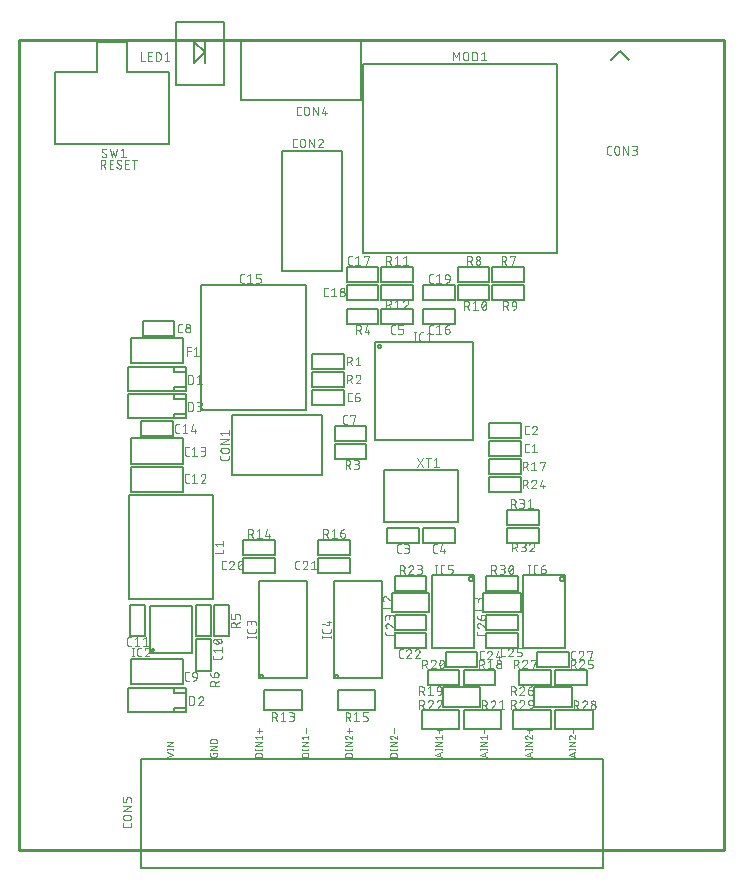
<source format=gbr>
G04 EAGLE Gerber RS-274X export*
G75*
%MOMM*%
%FSLAX34Y34*%
%LPD*%
%INSilkscreen Top*%
%IPPOS*%
%AMOC8*
5,1,8,0,0,1.08239X$1,22.5*%
G01*
%ADD10C,0.050800*%
%ADD11C,0.076200*%
%ADD12C,0.127000*%
%ADD13C,0.254000*%


D10*
X357886Y78994D02*
X352298Y80857D01*
X357886Y82719D01*
X356489Y82254D02*
X356489Y79460D01*
X357886Y85246D02*
X352298Y85246D01*
X357886Y84625D02*
X357886Y85867D01*
X352298Y85867D02*
X352298Y84625D01*
X352298Y88266D02*
X357886Y88266D01*
X357886Y91370D02*
X352298Y88266D01*
X352298Y91370D02*
X357886Y91370D01*
X353540Y93935D02*
X352298Y95487D01*
X357886Y95487D01*
X357886Y93935D02*
X357886Y97039D01*
X355713Y99476D02*
X355713Y103202D01*
X357576Y101339D02*
X353850Y101339D01*
X390398Y80857D02*
X395986Y78994D01*
X395986Y82719D02*
X390398Y80857D01*
X394589Y82254D02*
X394589Y79460D01*
X395986Y85246D02*
X390398Y85246D01*
X395986Y84625D02*
X395986Y85867D01*
X390398Y85867D02*
X390398Y84625D01*
X390398Y88266D02*
X395986Y88266D01*
X395986Y91370D02*
X390398Y88266D01*
X390398Y91370D02*
X395986Y91370D01*
X391640Y93935D02*
X390398Y95487D01*
X395986Y95487D01*
X395986Y93935D02*
X395986Y97039D01*
X393813Y99476D02*
X393813Y103202D01*
X428498Y80857D02*
X434086Y78994D01*
X434086Y82719D02*
X428498Y80857D01*
X432689Y82254D02*
X432689Y79460D01*
X434086Y85246D02*
X428498Y85246D01*
X434086Y84625D02*
X434086Y85867D01*
X428498Y85867D02*
X428498Y84625D01*
X428498Y88266D02*
X434086Y88266D01*
X434086Y91370D02*
X428498Y88266D01*
X428498Y91370D02*
X434086Y91370D01*
X428498Y95642D02*
X428500Y95715D01*
X428506Y95788D01*
X428515Y95861D01*
X428529Y95932D01*
X428546Y96004D01*
X428566Y96074D01*
X428591Y96143D01*
X428619Y96210D01*
X428650Y96276D01*
X428685Y96341D01*
X428723Y96403D01*
X428765Y96463D01*
X428809Y96521D01*
X428857Y96577D01*
X428907Y96630D01*
X428960Y96680D01*
X429016Y96728D01*
X429074Y96772D01*
X429134Y96814D01*
X429197Y96852D01*
X429261Y96887D01*
X429327Y96918D01*
X429394Y96946D01*
X429463Y96971D01*
X429533Y96991D01*
X429605Y97008D01*
X429676Y97022D01*
X429749Y97031D01*
X429822Y97037D01*
X429895Y97039D01*
X428498Y95642D02*
X428500Y95558D01*
X428506Y95475D01*
X428515Y95392D01*
X428529Y95309D01*
X428546Y95228D01*
X428568Y95147D01*
X428593Y95067D01*
X428621Y94989D01*
X428653Y94911D01*
X428689Y94836D01*
X428728Y94762D01*
X428771Y94690D01*
X428817Y94620D01*
X428866Y94553D01*
X428919Y94487D01*
X428974Y94425D01*
X429032Y94365D01*
X429093Y94307D01*
X429156Y94253D01*
X429222Y94201D01*
X429290Y94153D01*
X429361Y94108D01*
X429433Y94066D01*
X429508Y94028D01*
X429584Y93993D01*
X429661Y93962D01*
X429740Y93934D01*
X430981Y96573D02*
X430928Y96627D01*
X430871Y96678D01*
X430812Y96726D01*
X430751Y96771D01*
X430688Y96812D01*
X430622Y96851D01*
X430555Y96886D01*
X430486Y96918D01*
X430415Y96946D01*
X430344Y96970D01*
X430271Y96991D01*
X430197Y97008D01*
X430122Y97022D01*
X430047Y97031D01*
X429971Y97037D01*
X429895Y97039D01*
X430982Y96574D02*
X434086Y93935D01*
X434086Y97039D01*
X431913Y99476D02*
X431913Y103202D01*
X433776Y101339D02*
X430050Y101339D01*
X465328Y80857D02*
X470916Y78994D01*
X470916Y82719D02*
X465328Y80857D01*
X469519Y82254D02*
X469519Y79460D01*
X470916Y85246D02*
X465328Y85246D01*
X470916Y84625D02*
X470916Y85867D01*
X465328Y85867D02*
X465328Y84625D01*
X465328Y88266D02*
X470916Y88266D01*
X470916Y91370D02*
X465328Y88266D01*
X465328Y91370D02*
X470916Y91370D01*
X465328Y95642D02*
X465330Y95715D01*
X465336Y95788D01*
X465345Y95861D01*
X465359Y95932D01*
X465376Y96004D01*
X465396Y96074D01*
X465421Y96143D01*
X465449Y96210D01*
X465480Y96276D01*
X465515Y96341D01*
X465553Y96403D01*
X465595Y96463D01*
X465639Y96521D01*
X465687Y96577D01*
X465737Y96630D01*
X465790Y96680D01*
X465846Y96728D01*
X465904Y96772D01*
X465964Y96814D01*
X466027Y96852D01*
X466091Y96887D01*
X466157Y96918D01*
X466224Y96946D01*
X466293Y96971D01*
X466363Y96991D01*
X466435Y97008D01*
X466506Y97022D01*
X466579Y97031D01*
X466652Y97037D01*
X466725Y97039D01*
X465328Y95642D02*
X465330Y95558D01*
X465336Y95475D01*
X465345Y95392D01*
X465359Y95309D01*
X465376Y95228D01*
X465398Y95147D01*
X465423Y95067D01*
X465451Y94989D01*
X465483Y94911D01*
X465519Y94836D01*
X465558Y94762D01*
X465601Y94690D01*
X465647Y94620D01*
X465696Y94553D01*
X465749Y94487D01*
X465804Y94425D01*
X465862Y94365D01*
X465923Y94307D01*
X465986Y94253D01*
X466052Y94201D01*
X466120Y94153D01*
X466191Y94108D01*
X466263Y94066D01*
X466338Y94028D01*
X466414Y93993D01*
X466491Y93962D01*
X466570Y93934D01*
X467811Y96573D02*
X467758Y96627D01*
X467701Y96678D01*
X467642Y96726D01*
X467581Y96771D01*
X467518Y96812D01*
X467452Y96851D01*
X467385Y96886D01*
X467316Y96918D01*
X467245Y96946D01*
X467174Y96970D01*
X467101Y96991D01*
X467027Y97008D01*
X466952Y97022D01*
X466877Y97031D01*
X466801Y97037D01*
X466725Y97039D01*
X467812Y96574D02*
X470916Y93935D01*
X470916Y97039D01*
X468743Y99476D02*
X468743Y103202D01*
X130556Y80857D02*
X124968Y78994D01*
X124968Y82719D02*
X130556Y80857D01*
X130556Y85246D02*
X124968Y85246D01*
X130556Y84625D02*
X130556Y85867D01*
X124968Y85867D02*
X124968Y84625D01*
X124968Y88266D02*
X130556Y88266D01*
X130556Y91370D02*
X124968Y88266D01*
X124968Y91370D02*
X130556Y91370D01*
X164282Y82098D02*
X164282Y81167D01*
X164282Y82098D02*
X167386Y82098D01*
X167386Y80236D01*
X167384Y80166D01*
X167378Y80097D01*
X167368Y80028D01*
X167355Y79960D01*
X167337Y79892D01*
X167316Y79826D01*
X167291Y79761D01*
X167263Y79697D01*
X167231Y79635D01*
X167196Y79575D01*
X167157Y79517D01*
X167115Y79462D01*
X167070Y79408D01*
X167022Y79358D01*
X166972Y79310D01*
X166918Y79265D01*
X166863Y79223D01*
X166805Y79184D01*
X166745Y79149D01*
X166683Y79117D01*
X166619Y79089D01*
X166554Y79064D01*
X166488Y79043D01*
X166420Y79025D01*
X166352Y79012D01*
X166283Y79002D01*
X166214Y78996D01*
X166144Y78994D01*
X163040Y78994D01*
X162970Y78996D01*
X162901Y79002D01*
X162832Y79012D01*
X162764Y79025D01*
X162696Y79043D01*
X162630Y79064D01*
X162565Y79089D01*
X162501Y79117D01*
X162439Y79149D01*
X162379Y79184D01*
X162321Y79223D01*
X162266Y79265D01*
X162212Y79310D01*
X162162Y79358D01*
X162114Y79408D01*
X162069Y79462D01*
X162027Y79517D01*
X161988Y79575D01*
X161953Y79635D01*
X161921Y79697D01*
X161893Y79761D01*
X161868Y79826D01*
X161847Y79892D01*
X161829Y79960D01*
X161816Y80028D01*
X161806Y80097D01*
X161800Y80166D01*
X161798Y80236D01*
X161798Y82098D01*
X161798Y84846D02*
X167386Y84846D01*
X167386Y87951D02*
X161798Y84846D01*
X161798Y87951D02*
X167386Y87951D01*
X167386Y90698D02*
X161798Y90698D01*
X161798Y92250D01*
X161800Y92326D01*
X161805Y92402D01*
X161815Y92478D01*
X161828Y92553D01*
X161845Y92627D01*
X161865Y92701D01*
X161889Y92773D01*
X161916Y92844D01*
X161947Y92914D01*
X161981Y92982D01*
X162019Y93048D01*
X162060Y93112D01*
X162103Y93175D01*
X162150Y93235D01*
X162200Y93292D01*
X162253Y93347D01*
X162308Y93400D01*
X162365Y93450D01*
X162425Y93497D01*
X162488Y93540D01*
X162552Y93581D01*
X162618Y93619D01*
X162686Y93653D01*
X162756Y93684D01*
X162827Y93711D01*
X162900Y93735D01*
X162973Y93755D01*
X163047Y93772D01*
X163122Y93785D01*
X163198Y93795D01*
X163274Y93800D01*
X163350Y93802D01*
X163350Y93803D02*
X165834Y93803D01*
X165834Y93802D02*
X165910Y93800D01*
X165986Y93795D01*
X166062Y93785D01*
X166137Y93772D01*
X166211Y93755D01*
X166285Y93735D01*
X166357Y93711D01*
X166428Y93684D01*
X166498Y93653D01*
X166566Y93619D01*
X166632Y93581D01*
X166696Y93540D01*
X166759Y93497D01*
X166819Y93450D01*
X166876Y93400D01*
X166931Y93347D01*
X166984Y93292D01*
X167034Y93235D01*
X167081Y93175D01*
X167124Y93112D01*
X167165Y93048D01*
X167203Y92982D01*
X167237Y92914D01*
X167268Y92844D01*
X167295Y92773D01*
X167319Y92701D01*
X167339Y92627D01*
X167356Y92553D01*
X167369Y92478D01*
X167379Y92402D01*
X167384Y92326D01*
X167386Y92250D01*
X167386Y90698D01*
X199898Y78994D02*
X205486Y78994D01*
X199898Y78994D02*
X199898Y80546D01*
X199900Y80622D01*
X199905Y80698D01*
X199915Y80774D01*
X199928Y80849D01*
X199945Y80923D01*
X199965Y80997D01*
X199989Y81069D01*
X200016Y81140D01*
X200047Y81210D01*
X200081Y81278D01*
X200119Y81344D01*
X200160Y81408D01*
X200203Y81471D01*
X200250Y81531D01*
X200300Y81588D01*
X200353Y81643D01*
X200408Y81696D01*
X200465Y81746D01*
X200525Y81793D01*
X200588Y81836D01*
X200652Y81877D01*
X200718Y81915D01*
X200786Y81949D01*
X200856Y81980D01*
X200927Y82007D01*
X201000Y82031D01*
X201073Y82051D01*
X201147Y82068D01*
X201222Y82081D01*
X201298Y82091D01*
X201374Y82096D01*
X201450Y82098D01*
X203934Y82098D01*
X204010Y82096D01*
X204086Y82091D01*
X204162Y82081D01*
X204237Y82068D01*
X204311Y82051D01*
X204385Y82031D01*
X204457Y82007D01*
X204528Y81980D01*
X204598Y81949D01*
X204666Y81915D01*
X204732Y81877D01*
X204796Y81836D01*
X204859Y81793D01*
X204919Y81746D01*
X204976Y81696D01*
X205031Y81643D01*
X205084Y81588D01*
X205134Y81531D01*
X205181Y81471D01*
X205224Y81408D01*
X205265Y81344D01*
X205303Y81278D01*
X205337Y81210D01*
X205368Y81140D01*
X205395Y81069D01*
X205419Y80997D01*
X205439Y80923D01*
X205456Y80849D01*
X205469Y80774D01*
X205479Y80698D01*
X205484Y80622D01*
X205486Y80546D01*
X205486Y78994D01*
X205486Y85118D02*
X199898Y85118D01*
X205486Y84497D02*
X205486Y85739D01*
X199898Y85739D02*
X199898Y84497D01*
X199898Y88138D02*
X205486Y88138D01*
X205486Y91242D02*
X199898Y88138D01*
X199898Y91242D02*
X205486Y91242D01*
X201140Y93807D02*
X199898Y95359D01*
X205486Y95359D01*
X205486Y93807D02*
X205486Y96912D01*
X203313Y99349D02*
X203313Y103074D01*
X205176Y101212D02*
X201450Y101212D01*
X239268Y78994D02*
X244856Y78994D01*
X239268Y78994D02*
X239268Y80546D01*
X239270Y80622D01*
X239275Y80698D01*
X239285Y80774D01*
X239298Y80849D01*
X239315Y80923D01*
X239335Y80997D01*
X239359Y81069D01*
X239386Y81140D01*
X239417Y81210D01*
X239451Y81278D01*
X239489Y81344D01*
X239530Y81408D01*
X239573Y81471D01*
X239620Y81531D01*
X239670Y81588D01*
X239723Y81643D01*
X239778Y81696D01*
X239835Y81746D01*
X239895Y81793D01*
X239958Y81836D01*
X240022Y81877D01*
X240088Y81915D01*
X240156Y81949D01*
X240226Y81980D01*
X240297Y82007D01*
X240370Y82031D01*
X240443Y82051D01*
X240517Y82068D01*
X240592Y82081D01*
X240668Y82091D01*
X240744Y82096D01*
X240820Y82098D01*
X243304Y82098D01*
X243380Y82096D01*
X243456Y82091D01*
X243532Y82081D01*
X243607Y82068D01*
X243681Y82051D01*
X243755Y82031D01*
X243827Y82007D01*
X243898Y81980D01*
X243968Y81949D01*
X244036Y81915D01*
X244102Y81877D01*
X244166Y81836D01*
X244229Y81793D01*
X244289Y81746D01*
X244346Y81696D01*
X244401Y81643D01*
X244454Y81588D01*
X244504Y81531D01*
X244551Y81471D01*
X244594Y81408D01*
X244635Y81344D01*
X244673Y81278D01*
X244707Y81210D01*
X244738Y81140D01*
X244765Y81069D01*
X244789Y80997D01*
X244809Y80923D01*
X244826Y80849D01*
X244839Y80774D01*
X244849Y80698D01*
X244854Y80622D01*
X244856Y80546D01*
X244856Y78994D01*
X244856Y85118D02*
X239268Y85118D01*
X244856Y84497D02*
X244856Y85739D01*
X239268Y85739D02*
X239268Y84497D01*
X239268Y88138D02*
X244856Y88138D01*
X244856Y91242D02*
X239268Y88138D01*
X239268Y91242D02*
X244856Y91242D01*
X240510Y93807D02*
X239268Y95359D01*
X244856Y95359D01*
X244856Y93807D02*
X244856Y96912D01*
X242683Y99349D02*
X242683Y103074D01*
X276098Y78994D02*
X281686Y78994D01*
X276098Y78994D02*
X276098Y80546D01*
X276100Y80622D01*
X276105Y80698D01*
X276115Y80774D01*
X276128Y80849D01*
X276145Y80923D01*
X276165Y80997D01*
X276189Y81069D01*
X276216Y81140D01*
X276247Y81210D01*
X276281Y81278D01*
X276319Y81344D01*
X276360Y81408D01*
X276403Y81471D01*
X276450Y81531D01*
X276500Y81588D01*
X276553Y81643D01*
X276608Y81696D01*
X276665Y81746D01*
X276725Y81793D01*
X276788Y81836D01*
X276852Y81877D01*
X276918Y81915D01*
X276986Y81949D01*
X277056Y81980D01*
X277127Y82007D01*
X277200Y82031D01*
X277273Y82051D01*
X277347Y82068D01*
X277422Y82081D01*
X277498Y82091D01*
X277574Y82096D01*
X277650Y82098D01*
X280134Y82098D01*
X280210Y82096D01*
X280286Y82091D01*
X280362Y82081D01*
X280437Y82068D01*
X280511Y82051D01*
X280585Y82031D01*
X280657Y82007D01*
X280728Y81980D01*
X280798Y81949D01*
X280866Y81915D01*
X280932Y81877D01*
X280996Y81836D01*
X281059Y81793D01*
X281119Y81746D01*
X281176Y81696D01*
X281231Y81643D01*
X281284Y81588D01*
X281334Y81531D01*
X281381Y81471D01*
X281424Y81408D01*
X281465Y81344D01*
X281503Y81278D01*
X281537Y81210D01*
X281568Y81140D01*
X281595Y81069D01*
X281619Y80997D01*
X281639Y80923D01*
X281656Y80849D01*
X281669Y80774D01*
X281679Y80698D01*
X281684Y80622D01*
X281686Y80546D01*
X281686Y78994D01*
X281686Y85118D02*
X276098Y85118D01*
X281686Y84497D02*
X281686Y85739D01*
X276098Y85739D02*
X276098Y84497D01*
X276098Y88138D02*
X281686Y88138D01*
X281686Y91242D02*
X276098Y88138D01*
X276098Y91242D02*
X281686Y91242D01*
X276098Y95515D02*
X276100Y95588D01*
X276106Y95661D01*
X276115Y95734D01*
X276129Y95805D01*
X276146Y95877D01*
X276166Y95947D01*
X276191Y96016D01*
X276219Y96083D01*
X276250Y96149D01*
X276285Y96214D01*
X276323Y96276D01*
X276365Y96336D01*
X276409Y96394D01*
X276457Y96450D01*
X276507Y96503D01*
X276560Y96553D01*
X276616Y96601D01*
X276674Y96645D01*
X276734Y96687D01*
X276797Y96725D01*
X276861Y96760D01*
X276927Y96791D01*
X276994Y96819D01*
X277063Y96844D01*
X277133Y96864D01*
X277205Y96881D01*
X277276Y96895D01*
X277349Y96904D01*
X277422Y96910D01*
X277495Y96912D01*
X276098Y95515D02*
X276100Y95431D01*
X276106Y95348D01*
X276115Y95265D01*
X276129Y95182D01*
X276146Y95101D01*
X276168Y95020D01*
X276193Y94940D01*
X276221Y94862D01*
X276253Y94784D01*
X276289Y94709D01*
X276328Y94635D01*
X276371Y94563D01*
X276417Y94493D01*
X276466Y94426D01*
X276519Y94360D01*
X276574Y94298D01*
X276632Y94238D01*
X276693Y94180D01*
X276756Y94126D01*
X276822Y94074D01*
X276890Y94026D01*
X276961Y93981D01*
X277033Y93939D01*
X277108Y93901D01*
X277184Y93866D01*
X277261Y93835D01*
X277340Y93807D01*
X278581Y96445D02*
X278528Y96499D01*
X278471Y96550D01*
X278412Y96598D01*
X278351Y96643D01*
X278288Y96684D01*
X278222Y96723D01*
X278155Y96758D01*
X278086Y96790D01*
X278015Y96818D01*
X277944Y96842D01*
X277871Y96863D01*
X277797Y96880D01*
X277722Y96894D01*
X277647Y96903D01*
X277571Y96909D01*
X277495Y96911D01*
X278582Y96446D02*
X281686Y93807D01*
X281686Y96912D01*
X279513Y99349D02*
X279513Y103074D01*
X281376Y101212D02*
X277650Y101212D01*
X314198Y78994D02*
X319786Y78994D01*
X314198Y78994D02*
X314198Y80546D01*
X314200Y80622D01*
X314205Y80698D01*
X314215Y80774D01*
X314228Y80849D01*
X314245Y80923D01*
X314265Y80997D01*
X314289Y81069D01*
X314316Y81140D01*
X314347Y81210D01*
X314381Y81278D01*
X314419Y81344D01*
X314460Y81408D01*
X314503Y81471D01*
X314550Y81531D01*
X314600Y81588D01*
X314653Y81643D01*
X314708Y81696D01*
X314765Y81746D01*
X314825Y81793D01*
X314888Y81836D01*
X314952Y81877D01*
X315018Y81915D01*
X315086Y81949D01*
X315156Y81980D01*
X315227Y82007D01*
X315300Y82031D01*
X315373Y82051D01*
X315447Y82068D01*
X315522Y82081D01*
X315598Y82091D01*
X315674Y82096D01*
X315750Y82098D01*
X318234Y82098D01*
X318310Y82096D01*
X318386Y82091D01*
X318462Y82081D01*
X318537Y82068D01*
X318611Y82051D01*
X318685Y82031D01*
X318757Y82007D01*
X318828Y81980D01*
X318898Y81949D01*
X318966Y81915D01*
X319032Y81877D01*
X319096Y81836D01*
X319159Y81793D01*
X319219Y81746D01*
X319276Y81696D01*
X319331Y81643D01*
X319384Y81588D01*
X319434Y81531D01*
X319481Y81471D01*
X319524Y81408D01*
X319565Y81344D01*
X319603Y81278D01*
X319637Y81210D01*
X319668Y81140D01*
X319695Y81069D01*
X319719Y80997D01*
X319739Y80923D01*
X319756Y80849D01*
X319769Y80774D01*
X319779Y80698D01*
X319784Y80622D01*
X319786Y80546D01*
X319786Y78994D01*
X319786Y85118D02*
X314198Y85118D01*
X319786Y84497D02*
X319786Y85739D01*
X314198Y85739D02*
X314198Y84497D01*
X314198Y88138D02*
X319786Y88138D01*
X319786Y91242D02*
X314198Y88138D01*
X314198Y91242D02*
X319786Y91242D01*
X314198Y95515D02*
X314200Y95588D01*
X314206Y95661D01*
X314215Y95734D01*
X314229Y95805D01*
X314246Y95877D01*
X314266Y95947D01*
X314291Y96016D01*
X314319Y96083D01*
X314350Y96149D01*
X314385Y96214D01*
X314423Y96276D01*
X314465Y96336D01*
X314509Y96394D01*
X314557Y96450D01*
X314607Y96503D01*
X314660Y96553D01*
X314716Y96601D01*
X314774Y96645D01*
X314834Y96687D01*
X314897Y96725D01*
X314961Y96760D01*
X315027Y96791D01*
X315094Y96819D01*
X315163Y96844D01*
X315233Y96864D01*
X315305Y96881D01*
X315376Y96895D01*
X315449Y96904D01*
X315522Y96910D01*
X315595Y96912D01*
X314198Y95515D02*
X314200Y95431D01*
X314206Y95348D01*
X314215Y95265D01*
X314229Y95182D01*
X314246Y95101D01*
X314268Y95020D01*
X314293Y94940D01*
X314321Y94862D01*
X314353Y94784D01*
X314389Y94709D01*
X314428Y94635D01*
X314471Y94563D01*
X314517Y94493D01*
X314566Y94426D01*
X314619Y94360D01*
X314674Y94298D01*
X314732Y94238D01*
X314793Y94180D01*
X314856Y94126D01*
X314922Y94074D01*
X314990Y94026D01*
X315061Y93981D01*
X315133Y93939D01*
X315208Y93901D01*
X315284Y93866D01*
X315361Y93835D01*
X315440Y93807D01*
X316681Y96445D02*
X316628Y96499D01*
X316571Y96550D01*
X316512Y96598D01*
X316451Y96643D01*
X316388Y96684D01*
X316322Y96723D01*
X316255Y96758D01*
X316186Y96790D01*
X316115Y96818D01*
X316044Y96842D01*
X315971Y96863D01*
X315897Y96880D01*
X315822Y96894D01*
X315747Y96903D01*
X315671Y96909D01*
X315595Y96911D01*
X316682Y96446D02*
X319786Y93807D01*
X319786Y96912D01*
X317613Y99349D02*
X317613Y103074D01*
D11*
X68961Y576961D02*
X68961Y584327D01*
X71007Y584327D01*
X71096Y584325D01*
X71185Y584319D01*
X71274Y584309D01*
X71362Y584296D01*
X71450Y584279D01*
X71537Y584257D01*
X71622Y584232D01*
X71707Y584204D01*
X71790Y584171D01*
X71872Y584135D01*
X71952Y584096D01*
X72030Y584053D01*
X72106Y584007D01*
X72181Y583957D01*
X72253Y583904D01*
X72322Y583848D01*
X72389Y583789D01*
X72454Y583728D01*
X72515Y583663D01*
X72574Y583596D01*
X72630Y583527D01*
X72683Y583455D01*
X72733Y583380D01*
X72779Y583304D01*
X72822Y583226D01*
X72861Y583146D01*
X72897Y583064D01*
X72930Y582981D01*
X72958Y582896D01*
X72983Y582811D01*
X73005Y582724D01*
X73022Y582636D01*
X73035Y582548D01*
X73045Y582459D01*
X73051Y582370D01*
X73053Y582281D01*
X73051Y582192D01*
X73045Y582103D01*
X73035Y582014D01*
X73022Y581926D01*
X73005Y581838D01*
X72983Y581751D01*
X72958Y581666D01*
X72930Y581581D01*
X72897Y581498D01*
X72861Y581416D01*
X72822Y581336D01*
X72779Y581258D01*
X72733Y581182D01*
X72683Y581107D01*
X72630Y581035D01*
X72574Y580966D01*
X72515Y580899D01*
X72454Y580834D01*
X72389Y580773D01*
X72322Y580714D01*
X72253Y580658D01*
X72181Y580605D01*
X72106Y580555D01*
X72030Y580509D01*
X71952Y580466D01*
X71872Y580427D01*
X71790Y580391D01*
X71707Y580358D01*
X71622Y580330D01*
X71537Y580305D01*
X71450Y580283D01*
X71362Y580266D01*
X71274Y580253D01*
X71185Y580243D01*
X71096Y580237D01*
X71007Y580235D01*
X68961Y580235D01*
X71416Y580235D02*
X73053Y576961D01*
X76485Y576961D02*
X79758Y576961D01*
X76485Y576961D02*
X76485Y584327D01*
X79758Y584327D01*
X78940Y581053D02*
X76485Y581053D01*
X84776Y576961D02*
X84854Y576963D01*
X84932Y576968D01*
X85009Y576978D01*
X85086Y576991D01*
X85162Y577007D01*
X85237Y577027D01*
X85311Y577051D01*
X85384Y577078D01*
X85456Y577109D01*
X85526Y577143D01*
X85595Y577180D01*
X85661Y577221D01*
X85726Y577265D01*
X85788Y577311D01*
X85848Y577361D01*
X85906Y577413D01*
X85961Y577468D01*
X86013Y577526D01*
X86063Y577586D01*
X86109Y577648D01*
X86153Y577713D01*
X86194Y577780D01*
X86231Y577848D01*
X86265Y577918D01*
X86296Y577990D01*
X86323Y578063D01*
X86347Y578137D01*
X86367Y578212D01*
X86383Y578288D01*
X86396Y578365D01*
X86406Y578442D01*
X86411Y578520D01*
X86413Y578598D01*
X84776Y576961D02*
X84662Y576963D01*
X84549Y576968D01*
X84435Y576978D01*
X84322Y576991D01*
X84210Y577008D01*
X84098Y577028D01*
X83987Y577052D01*
X83876Y577080D01*
X83767Y577111D01*
X83659Y577146D01*
X83552Y577185D01*
X83446Y577227D01*
X83342Y577272D01*
X83239Y577321D01*
X83138Y577374D01*
X83039Y577429D01*
X82941Y577488D01*
X82846Y577550D01*
X82753Y577615D01*
X82661Y577683D01*
X82573Y577754D01*
X82486Y577828D01*
X82402Y577905D01*
X82321Y577984D01*
X82525Y582690D02*
X82527Y582768D01*
X82532Y582846D01*
X82542Y582923D01*
X82555Y583000D01*
X82571Y583076D01*
X82591Y583151D01*
X82615Y583225D01*
X82642Y583298D01*
X82673Y583370D01*
X82707Y583440D01*
X82744Y583509D01*
X82785Y583575D01*
X82829Y583640D01*
X82875Y583702D01*
X82925Y583762D01*
X82977Y583820D01*
X83032Y583875D01*
X83090Y583927D01*
X83150Y583977D01*
X83212Y584023D01*
X83277Y584067D01*
X83344Y584108D01*
X83412Y584145D01*
X83482Y584179D01*
X83554Y584210D01*
X83627Y584237D01*
X83701Y584261D01*
X83776Y584281D01*
X83852Y584297D01*
X83929Y584310D01*
X84006Y584320D01*
X84084Y584325D01*
X84162Y584327D01*
X84272Y584325D01*
X84381Y584319D01*
X84491Y584309D01*
X84599Y584296D01*
X84708Y584278D01*
X84815Y584257D01*
X84922Y584231D01*
X85028Y584202D01*
X85133Y584170D01*
X85236Y584133D01*
X85338Y584093D01*
X85439Y584049D01*
X85538Y584001D01*
X85635Y583951D01*
X85730Y583896D01*
X85823Y583838D01*
X85914Y583777D01*
X86003Y583713D01*
X83344Y581257D02*
X83277Y581299D01*
X83212Y581343D01*
X83150Y581391D01*
X83090Y581441D01*
X83032Y581494D01*
X82977Y581550D01*
X82925Y581609D01*
X82875Y581669D01*
X82828Y581733D01*
X82785Y581798D01*
X82744Y581865D01*
X82707Y581934D01*
X82673Y582005D01*
X82642Y582077D01*
X82615Y582151D01*
X82591Y582225D01*
X82571Y582301D01*
X82555Y582378D01*
X82542Y582455D01*
X82532Y582533D01*
X82527Y582612D01*
X82525Y582690D01*
X85595Y580030D02*
X85661Y579988D01*
X85726Y579944D01*
X85788Y579897D01*
X85848Y579846D01*
X85906Y579793D01*
X85961Y579737D01*
X86014Y579679D01*
X86063Y579618D01*
X86110Y579555D01*
X86153Y579490D01*
X86194Y579423D01*
X86231Y579354D01*
X86265Y579283D01*
X86296Y579211D01*
X86323Y579137D01*
X86347Y579062D01*
X86367Y578987D01*
X86383Y578910D01*
X86396Y578833D01*
X86406Y578755D01*
X86411Y578676D01*
X86413Y578598D01*
X85595Y580030D02*
X83344Y581258D01*
X89652Y576961D02*
X92926Y576961D01*
X89652Y576961D02*
X89652Y584327D01*
X92926Y584327D01*
X92107Y581053D02*
X89652Y581053D01*
X97291Y584327D02*
X97291Y576961D01*
X95245Y584327D02*
X99337Y584327D01*
D12*
X398145Y334010D02*
X424815Y334010D01*
X398145Y334010D02*
X398145Y346710D01*
X424815Y346710D01*
X424815Y334010D01*
D11*
X429601Y336677D02*
X431238Y336677D01*
X429601Y336677D02*
X429523Y336679D01*
X429445Y336684D01*
X429368Y336694D01*
X429291Y336707D01*
X429215Y336723D01*
X429140Y336743D01*
X429066Y336767D01*
X428993Y336794D01*
X428921Y336825D01*
X428851Y336859D01*
X428783Y336896D01*
X428716Y336937D01*
X428651Y336981D01*
X428589Y337027D01*
X428529Y337077D01*
X428471Y337129D01*
X428416Y337184D01*
X428364Y337242D01*
X428314Y337302D01*
X428268Y337364D01*
X428224Y337429D01*
X428183Y337496D01*
X428146Y337564D01*
X428112Y337634D01*
X428081Y337706D01*
X428054Y337779D01*
X428030Y337853D01*
X428010Y337928D01*
X427994Y338004D01*
X427981Y338081D01*
X427971Y338158D01*
X427966Y338236D01*
X427964Y338314D01*
X427964Y342406D01*
X427966Y342486D01*
X427972Y342566D01*
X427982Y342646D01*
X427995Y342725D01*
X428013Y342804D01*
X428034Y342881D01*
X428060Y342957D01*
X428089Y343032D01*
X428121Y343106D01*
X428157Y343178D01*
X428197Y343248D01*
X428240Y343315D01*
X428286Y343381D01*
X428336Y343444D01*
X428388Y343505D01*
X428443Y343564D01*
X428502Y343619D01*
X428562Y343671D01*
X428626Y343721D01*
X428692Y343767D01*
X428759Y343810D01*
X428829Y343850D01*
X428901Y343886D01*
X428975Y343918D01*
X429049Y343947D01*
X429126Y343973D01*
X429203Y343994D01*
X429282Y344012D01*
X429361Y344025D01*
X429441Y344035D01*
X429521Y344041D01*
X429601Y344043D01*
X431238Y344043D01*
X434083Y342406D02*
X436130Y344043D01*
X436130Y336677D01*
X438176Y336677D02*
X434083Y336677D01*
D12*
X131445Y435610D02*
X104775Y435610D01*
X104775Y448310D01*
X131445Y448310D01*
X131445Y435610D01*
D11*
X136231Y438277D02*
X137868Y438277D01*
X136231Y438277D02*
X136153Y438279D01*
X136075Y438284D01*
X135998Y438294D01*
X135921Y438307D01*
X135845Y438323D01*
X135770Y438343D01*
X135696Y438367D01*
X135623Y438394D01*
X135551Y438425D01*
X135481Y438459D01*
X135413Y438496D01*
X135346Y438537D01*
X135281Y438581D01*
X135219Y438627D01*
X135159Y438677D01*
X135101Y438729D01*
X135046Y438784D01*
X134994Y438842D01*
X134944Y438902D01*
X134898Y438964D01*
X134854Y439029D01*
X134813Y439096D01*
X134776Y439164D01*
X134742Y439234D01*
X134711Y439306D01*
X134684Y439379D01*
X134660Y439453D01*
X134640Y439528D01*
X134624Y439604D01*
X134611Y439681D01*
X134601Y439758D01*
X134596Y439836D01*
X134594Y439914D01*
X134594Y444006D01*
X134596Y444086D01*
X134602Y444166D01*
X134612Y444246D01*
X134625Y444325D01*
X134643Y444404D01*
X134664Y444481D01*
X134690Y444557D01*
X134719Y444632D01*
X134751Y444706D01*
X134787Y444778D01*
X134827Y444848D01*
X134870Y444915D01*
X134916Y444981D01*
X134966Y445044D01*
X135018Y445105D01*
X135073Y445164D01*
X135132Y445219D01*
X135192Y445271D01*
X135256Y445321D01*
X135322Y445367D01*
X135389Y445410D01*
X135459Y445450D01*
X135531Y445486D01*
X135605Y445518D01*
X135679Y445547D01*
X135756Y445573D01*
X135833Y445594D01*
X135912Y445612D01*
X135991Y445625D01*
X136071Y445635D01*
X136151Y445641D01*
X136231Y445643D01*
X137868Y445643D01*
X140714Y440323D02*
X140716Y440412D01*
X140722Y440501D01*
X140732Y440590D01*
X140745Y440678D01*
X140762Y440766D01*
X140784Y440853D01*
X140809Y440938D01*
X140837Y441023D01*
X140870Y441106D01*
X140906Y441188D01*
X140945Y441268D01*
X140988Y441346D01*
X141034Y441422D01*
X141084Y441497D01*
X141137Y441569D01*
X141193Y441638D01*
X141252Y441705D01*
X141313Y441770D01*
X141378Y441831D01*
X141445Y441890D01*
X141514Y441946D01*
X141586Y441999D01*
X141661Y442049D01*
X141737Y442095D01*
X141815Y442138D01*
X141895Y442177D01*
X141977Y442213D01*
X142060Y442246D01*
X142145Y442274D01*
X142230Y442299D01*
X142317Y442321D01*
X142405Y442338D01*
X142493Y442351D01*
X142582Y442361D01*
X142671Y442367D01*
X142760Y442369D01*
X142849Y442367D01*
X142938Y442361D01*
X143027Y442351D01*
X143115Y442338D01*
X143203Y442321D01*
X143290Y442299D01*
X143375Y442274D01*
X143460Y442246D01*
X143543Y442213D01*
X143625Y442177D01*
X143705Y442138D01*
X143783Y442095D01*
X143859Y442049D01*
X143934Y441999D01*
X144006Y441946D01*
X144075Y441890D01*
X144142Y441831D01*
X144207Y441770D01*
X144268Y441705D01*
X144327Y441638D01*
X144383Y441569D01*
X144436Y441497D01*
X144486Y441422D01*
X144532Y441346D01*
X144575Y441268D01*
X144614Y441188D01*
X144650Y441106D01*
X144683Y441023D01*
X144711Y440938D01*
X144736Y440853D01*
X144758Y440766D01*
X144775Y440678D01*
X144788Y440590D01*
X144798Y440501D01*
X144804Y440412D01*
X144806Y440323D01*
X144804Y440234D01*
X144798Y440145D01*
X144788Y440056D01*
X144775Y439968D01*
X144758Y439880D01*
X144736Y439793D01*
X144711Y439708D01*
X144683Y439623D01*
X144650Y439540D01*
X144614Y439458D01*
X144575Y439378D01*
X144532Y439300D01*
X144486Y439224D01*
X144436Y439149D01*
X144383Y439077D01*
X144327Y439008D01*
X144268Y438941D01*
X144207Y438876D01*
X144142Y438815D01*
X144075Y438756D01*
X144006Y438700D01*
X143934Y438647D01*
X143859Y438597D01*
X143783Y438551D01*
X143705Y438508D01*
X143625Y438469D01*
X143543Y438433D01*
X143460Y438400D01*
X143375Y438372D01*
X143290Y438347D01*
X143203Y438325D01*
X143115Y438308D01*
X143027Y438295D01*
X142938Y438285D01*
X142849Y438279D01*
X142760Y438277D01*
X142671Y438279D01*
X142582Y438285D01*
X142493Y438295D01*
X142405Y438308D01*
X142317Y438325D01*
X142230Y438347D01*
X142145Y438372D01*
X142060Y438400D01*
X141977Y438433D01*
X141895Y438469D01*
X141815Y438508D01*
X141737Y438551D01*
X141661Y438597D01*
X141586Y438647D01*
X141514Y438700D01*
X141445Y438756D01*
X141378Y438815D01*
X141313Y438876D01*
X141252Y438941D01*
X141193Y439008D01*
X141137Y439077D01*
X141084Y439149D01*
X141034Y439224D01*
X140988Y439300D01*
X140945Y439378D01*
X140906Y439458D01*
X140870Y439540D01*
X140837Y439623D01*
X140809Y439708D01*
X140784Y439793D01*
X140762Y439880D01*
X140745Y439968D01*
X140732Y440056D01*
X140722Y440145D01*
X140716Y440234D01*
X140714Y440323D01*
X141123Y444006D02*
X141125Y444085D01*
X141131Y444164D01*
X141140Y444243D01*
X141153Y444321D01*
X141171Y444398D01*
X141191Y444474D01*
X141216Y444549D01*
X141244Y444623D01*
X141275Y444696D01*
X141311Y444767D01*
X141349Y444836D01*
X141391Y444903D01*
X141436Y444968D01*
X141484Y445031D01*
X141535Y445092D01*
X141589Y445149D01*
X141645Y445205D01*
X141704Y445257D01*
X141766Y445307D01*
X141830Y445353D01*
X141896Y445397D01*
X141964Y445437D01*
X142034Y445473D01*
X142106Y445507D01*
X142180Y445537D01*
X142254Y445563D01*
X142330Y445586D01*
X142407Y445604D01*
X142484Y445620D01*
X142563Y445631D01*
X142641Y445639D01*
X142720Y445643D01*
X142800Y445643D01*
X142879Y445639D01*
X142957Y445631D01*
X143036Y445620D01*
X143113Y445604D01*
X143190Y445586D01*
X143266Y445563D01*
X143340Y445537D01*
X143414Y445507D01*
X143486Y445473D01*
X143556Y445437D01*
X143624Y445397D01*
X143690Y445353D01*
X143754Y445307D01*
X143816Y445257D01*
X143875Y445205D01*
X143931Y445149D01*
X143985Y445092D01*
X144036Y445031D01*
X144084Y444968D01*
X144129Y444903D01*
X144171Y444836D01*
X144209Y444767D01*
X144245Y444696D01*
X144276Y444623D01*
X144304Y444549D01*
X144329Y444474D01*
X144349Y444398D01*
X144367Y444321D01*
X144380Y444243D01*
X144389Y444164D01*
X144395Y444085D01*
X144397Y444006D01*
X144395Y443927D01*
X144389Y443848D01*
X144380Y443769D01*
X144367Y443691D01*
X144349Y443614D01*
X144329Y443538D01*
X144304Y443463D01*
X144276Y443389D01*
X144245Y443316D01*
X144209Y443245D01*
X144171Y443176D01*
X144129Y443109D01*
X144084Y443044D01*
X144036Y442981D01*
X143985Y442920D01*
X143931Y442863D01*
X143875Y442807D01*
X143816Y442755D01*
X143754Y442705D01*
X143690Y442659D01*
X143624Y442615D01*
X143556Y442575D01*
X143486Y442539D01*
X143414Y442505D01*
X143340Y442475D01*
X143266Y442449D01*
X143190Y442426D01*
X143113Y442408D01*
X143036Y442392D01*
X142957Y442381D01*
X142879Y442373D01*
X142800Y442369D01*
X142720Y442369D01*
X142641Y442373D01*
X142563Y442381D01*
X142484Y442392D01*
X142407Y442408D01*
X142330Y442426D01*
X142254Y442449D01*
X142180Y442475D01*
X142106Y442505D01*
X142034Y442539D01*
X141964Y442575D01*
X141896Y442615D01*
X141830Y442659D01*
X141766Y442705D01*
X141704Y442755D01*
X141645Y442807D01*
X141589Y442863D01*
X141535Y442920D01*
X141484Y442981D01*
X141436Y443044D01*
X141391Y443109D01*
X141349Y443176D01*
X141311Y443245D01*
X141275Y443316D01*
X141244Y443389D01*
X141216Y443463D01*
X141191Y443538D01*
X141171Y443614D01*
X141153Y443691D01*
X141140Y443769D01*
X141131Y443848D01*
X141125Y443927D01*
X141123Y444006D01*
D12*
X277495Y494030D02*
X304165Y494030D01*
X304165Y481330D01*
X277495Y481330D01*
X277495Y494030D01*
D11*
X279894Y495427D02*
X281531Y495427D01*
X279894Y495427D02*
X279816Y495429D01*
X279738Y495434D01*
X279661Y495444D01*
X279584Y495457D01*
X279508Y495473D01*
X279433Y495493D01*
X279359Y495517D01*
X279286Y495544D01*
X279214Y495575D01*
X279144Y495609D01*
X279076Y495646D01*
X279009Y495687D01*
X278944Y495731D01*
X278882Y495777D01*
X278822Y495827D01*
X278764Y495879D01*
X278709Y495934D01*
X278657Y495992D01*
X278607Y496052D01*
X278561Y496114D01*
X278517Y496179D01*
X278476Y496246D01*
X278439Y496314D01*
X278405Y496384D01*
X278374Y496456D01*
X278347Y496529D01*
X278323Y496603D01*
X278303Y496678D01*
X278287Y496754D01*
X278274Y496831D01*
X278264Y496908D01*
X278259Y496986D01*
X278257Y497064D01*
X278257Y501156D01*
X278259Y501236D01*
X278265Y501316D01*
X278275Y501396D01*
X278288Y501475D01*
X278306Y501554D01*
X278327Y501631D01*
X278353Y501707D01*
X278382Y501782D01*
X278414Y501856D01*
X278450Y501928D01*
X278490Y501998D01*
X278533Y502065D01*
X278579Y502131D01*
X278629Y502194D01*
X278681Y502255D01*
X278736Y502314D01*
X278795Y502369D01*
X278855Y502421D01*
X278919Y502471D01*
X278985Y502517D01*
X279052Y502560D01*
X279122Y502600D01*
X279194Y502636D01*
X279268Y502668D01*
X279342Y502697D01*
X279419Y502723D01*
X279496Y502744D01*
X279575Y502762D01*
X279654Y502775D01*
X279734Y502785D01*
X279814Y502791D01*
X279894Y502793D01*
X281531Y502793D01*
X284376Y501156D02*
X286422Y502793D01*
X286422Y495427D01*
X284376Y495427D02*
X288468Y495427D01*
X291691Y501975D02*
X291691Y502793D01*
X295783Y502793D01*
X293737Y495427D01*
D12*
X304165Y478790D02*
X277495Y478790D01*
X304165Y478790D02*
X304165Y466090D01*
X277495Y466090D01*
X277495Y478790D01*
D11*
X261211Y468757D02*
X259574Y468757D01*
X259496Y468759D01*
X259418Y468764D01*
X259341Y468774D01*
X259264Y468787D01*
X259188Y468803D01*
X259113Y468823D01*
X259039Y468847D01*
X258966Y468874D01*
X258894Y468905D01*
X258824Y468939D01*
X258756Y468976D01*
X258689Y469017D01*
X258624Y469061D01*
X258562Y469107D01*
X258502Y469157D01*
X258444Y469209D01*
X258389Y469264D01*
X258337Y469322D01*
X258287Y469382D01*
X258241Y469444D01*
X258197Y469509D01*
X258156Y469576D01*
X258119Y469644D01*
X258085Y469714D01*
X258054Y469786D01*
X258027Y469859D01*
X258003Y469933D01*
X257983Y470008D01*
X257967Y470084D01*
X257954Y470161D01*
X257944Y470238D01*
X257939Y470316D01*
X257937Y470394D01*
X257937Y474486D01*
X257939Y474566D01*
X257945Y474646D01*
X257955Y474726D01*
X257968Y474805D01*
X257986Y474884D01*
X258007Y474961D01*
X258033Y475037D01*
X258062Y475112D01*
X258094Y475186D01*
X258130Y475258D01*
X258170Y475328D01*
X258213Y475395D01*
X258259Y475461D01*
X258309Y475524D01*
X258361Y475585D01*
X258416Y475644D01*
X258475Y475699D01*
X258535Y475751D01*
X258599Y475801D01*
X258665Y475847D01*
X258732Y475890D01*
X258802Y475930D01*
X258874Y475966D01*
X258948Y475998D01*
X259022Y476027D01*
X259099Y476053D01*
X259176Y476074D01*
X259255Y476092D01*
X259334Y476105D01*
X259414Y476115D01*
X259494Y476121D01*
X259574Y476123D01*
X261211Y476123D01*
X264056Y474486D02*
X266102Y476123D01*
X266102Y468757D01*
X264056Y468757D02*
X268148Y468757D01*
X271371Y470803D02*
X271373Y470892D01*
X271379Y470981D01*
X271389Y471070D01*
X271402Y471158D01*
X271419Y471246D01*
X271441Y471333D01*
X271466Y471418D01*
X271494Y471503D01*
X271527Y471586D01*
X271563Y471668D01*
X271602Y471748D01*
X271645Y471826D01*
X271691Y471902D01*
X271741Y471977D01*
X271794Y472049D01*
X271850Y472118D01*
X271909Y472185D01*
X271970Y472250D01*
X272035Y472311D01*
X272102Y472370D01*
X272171Y472426D01*
X272243Y472479D01*
X272318Y472529D01*
X272394Y472575D01*
X272472Y472618D01*
X272552Y472657D01*
X272634Y472693D01*
X272717Y472726D01*
X272802Y472754D01*
X272887Y472779D01*
X272974Y472801D01*
X273062Y472818D01*
X273150Y472831D01*
X273239Y472841D01*
X273328Y472847D01*
X273417Y472849D01*
X273506Y472847D01*
X273595Y472841D01*
X273684Y472831D01*
X273772Y472818D01*
X273860Y472801D01*
X273947Y472779D01*
X274032Y472754D01*
X274117Y472726D01*
X274200Y472693D01*
X274282Y472657D01*
X274362Y472618D01*
X274440Y472575D01*
X274516Y472529D01*
X274591Y472479D01*
X274663Y472426D01*
X274732Y472370D01*
X274799Y472311D01*
X274864Y472250D01*
X274925Y472185D01*
X274984Y472118D01*
X275040Y472049D01*
X275093Y471977D01*
X275143Y471902D01*
X275189Y471826D01*
X275232Y471748D01*
X275271Y471668D01*
X275307Y471586D01*
X275340Y471503D01*
X275368Y471418D01*
X275393Y471333D01*
X275415Y471246D01*
X275432Y471158D01*
X275445Y471070D01*
X275455Y470981D01*
X275461Y470892D01*
X275463Y470803D01*
X275461Y470714D01*
X275455Y470625D01*
X275445Y470536D01*
X275432Y470448D01*
X275415Y470360D01*
X275393Y470273D01*
X275368Y470188D01*
X275340Y470103D01*
X275307Y470020D01*
X275271Y469938D01*
X275232Y469858D01*
X275189Y469780D01*
X275143Y469704D01*
X275093Y469629D01*
X275040Y469557D01*
X274984Y469488D01*
X274925Y469421D01*
X274864Y469356D01*
X274799Y469295D01*
X274732Y469236D01*
X274663Y469180D01*
X274591Y469127D01*
X274516Y469077D01*
X274440Y469031D01*
X274362Y468988D01*
X274282Y468949D01*
X274200Y468913D01*
X274117Y468880D01*
X274032Y468852D01*
X273947Y468827D01*
X273860Y468805D01*
X273772Y468788D01*
X273684Y468775D01*
X273595Y468765D01*
X273506Y468759D01*
X273417Y468757D01*
X273328Y468759D01*
X273239Y468765D01*
X273150Y468775D01*
X273062Y468788D01*
X272974Y468805D01*
X272887Y468827D01*
X272802Y468852D01*
X272717Y468880D01*
X272634Y468913D01*
X272552Y468949D01*
X272472Y468988D01*
X272394Y469031D01*
X272318Y469077D01*
X272243Y469127D01*
X272171Y469180D01*
X272102Y469236D01*
X272035Y469295D01*
X271970Y469356D01*
X271909Y469421D01*
X271850Y469488D01*
X271794Y469557D01*
X271741Y469629D01*
X271691Y469704D01*
X271645Y469780D01*
X271602Y469858D01*
X271563Y469938D01*
X271527Y470020D01*
X271494Y470103D01*
X271466Y470188D01*
X271441Y470273D01*
X271419Y470360D01*
X271402Y470448D01*
X271389Y470536D01*
X271379Y470625D01*
X271373Y470714D01*
X271371Y470803D01*
X271780Y474486D02*
X271782Y474565D01*
X271788Y474644D01*
X271797Y474723D01*
X271810Y474801D01*
X271828Y474878D01*
X271848Y474954D01*
X271873Y475029D01*
X271901Y475103D01*
X271932Y475176D01*
X271968Y475247D01*
X272006Y475316D01*
X272048Y475383D01*
X272093Y475448D01*
X272141Y475511D01*
X272192Y475572D01*
X272246Y475629D01*
X272302Y475685D01*
X272361Y475737D01*
X272423Y475787D01*
X272487Y475833D01*
X272553Y475877D01*
X272621Y475917D01*
X272691Y475953D01*
X272763Y475987D01*
X272837Y476017D01*
X272911Y476043D01*
X272987Y476066D01*
X273064Y476084D01*
X273141Y476100D01*
X273220Y476111D01*
X273298Y476119D01*
X273377Y476123D01*
X273457Y476123D01*
X273536Y476119D01*
X273614Y476111D01*
X273693Y476100D01*
X273770Y476084D01*
X273847Y476066D01*
X273923Y476043D01*
X273997Y476017D01*
X274071Y475987D01*
X274143Y475953D01*
X274213Y475917D01*
X274281Y475877D01*
X274347Y475833D01*
X274411Y475787D01*
X274473Y475737D01*
X274532Y475685D01*
X274588Y475629D01*
X274642Y475572D01*
X274693Y475511D01*
X274741Y475448D01*
X274786Y475383D01*
X274828Y475316D01*
X274866Y475247D01*
X274902Y475176D01*
X274933Y475103D01*
X274961Y475029D01*
X274986Y474954D01*
X275006Y474878D01*
X275024Y474801D01*
X275037Y474723D01*
X275046Y474644D01*
X275052Y474565D01*
X275054Y474486D01*
X275052Y474407D01*
X275046Y474328D01*
X275037Y474249D01*
X275024Y474171D01*
X275006Y474094D01*
X274986Y474018D01*
X274961Y473943D01*
X274933Y473869D01*
X274902Y473796D01*
X274866Y473725D01*
X274828Y473656D01*
X274786Y473589D01*
X274741Y473524D01*
X274693Y473461D01*
X274642Y473400D01*
X274588Y473343D01*
X274532Y473287D01*
X274473Y473235D01*
X274411Y473185D01*
X274347Y473139D01*
X274281Y473095D01*
X274213Y473055D01*
X274143Y473019D01*
X274071Y472985D01*
X273997Y472955D01*
X273923Y472929D01*
X273847Y472906D01*
X273770Y472888D01*
X273693Y472872D01*
X273614Y472861D01*
X273536Y472853D01*
X273457Y472849D01*
X273377Y472849D01*
X273298Y472853D01*
X273220Y472861D01*
X273141Y472872D01*
X273064Y472888D01*
X272987Y472906D01*
X272911Y472929D01*
X272837Y472955D01*
X272763Y472985D01*
X272691Y473019D01*
X272621Y473055D01*
X272553Y473095D01*
X272487Y473139D01*
X272423Y473185D01*
X272361Y473235D01*
X272302Y473287D01*
X272246Y473343D01*
X272192Y473400D01*
X272141Y473461D01*
X272093Y473524D01*
X272048Y473589D01*
X272006Y473656D01*
X271968Y473725D01*
X271932Y473796D01*
X271901Y473869D01*
X271873Y473943D01*
X271848Y474018D01*
X271828Y474094D01*
X271810Y474171D01*
X271797Y474249D01*
X271788Y474328D01*
X271782Y474407D01*
X271780Y474486D01*
D12*
X342265Y466090D02*
X368935Y466090D01*
X342265Y466090D02*
X342265Y478790D01*
X368935Y478790D01*
X368935Y466090D01*
D11*
X350111Y480187D02*
X348474Y480187D01*
X348396Y480189D01*
X348318Y480194D01*
X348241Y480204D01*
X348164Y480217D01*
X348088Y480233D01*
X348013Y480253D01*
X347939Y480277D01*
X347866Y480304D01*
X347794Y480335D01*
X347724Y480369D01*
X347656Y480406D01*
X347589Y480447D01*
X347524Y480491D01*
X347462Y480537D01*
X347402Y480587D01*
X347344Y480639D01*
X347289Y480694D01*
X347237Y480752D01*
X347187Y480812D01*
X347141Y480874D01*
X347097Y480939D01*
X347056Y481006D01*
X347019Y481074D01*
X346985Y481144D01*
X346954Y481216D01*
X346927Y481289D01*
X346903Y481363D01*
X346883Y481438D01*
X346867Y481514D01*
X346854Y481591D01*
X346844Y481668D01*
X346839Y481746D01*
X346837Y481824D01*
X346837Y485916D01*
X346839Y485996D01*
X346845Y486076D01*
X346855Y486156D01*
X346868Y486235D01*
X346886Y486314D01*
X346907Y486391D01*
X346933Y486467D01*
X346962Y486542D01*
X346994Y486616D01*
X347030Y486688D01*
X347070Y486758D01*
X347113Y486825D01*
X347159Y486891D01*
X347209Y486954D01*
X347261Y487015D01*
X347316Y487074D01*
X347375Y487129D01*
X347435Y487181D01*
X347499Y487231D01*
X347565Y487277D01*
X347632Y487320D01*
X347702Y487360D01*
X347774Y487396D01*
X347848Y487428D01*
X347922Y487457D01*
X347999Y487483D01*
X348076Y487504D01*
X348155Y487522D01*
X348234Y487535D01*
X348314Y487545D01*
X348394Y487551D01*
X348474Y487553D01*
X350111Y487553D01*
X352956Y485916D02*
X355002Y487553D01*
X355002Y480187D01*
X352956Y480187D02*
X357048Y480187D01*
X361908Y483461D02*
X364363Y483461D01*
X361908Y483461D02*
X361830Y483463D01*
X361752Y483468D01*
X361675Y483478D01*
X361598Y483491D01*
X361522Y483507D01*
X361447Y483527D01*
X361373Y483551D01*
X361300Y483578D01*
X361228Y483609D01*
X361158Y483643D01*
X361089Y483680D01*
X361023Y483721D01*
X360958Y483765D01*
X360896Y483811D01*
X360836Y483861D01*
X360778Y483913D01*
X360723Y483968D01*
X360671Y484026D01*
X360621Y484086D01*
X360575Y484148D01*
X360531Y484213D01*
X360490Y484280D01*
X360453Y484348D01*
X360419Y484418D01*
X360388Y484490D01*
X360361Y484563D01*
X360337Y484637D01*
X360317Y484712D01*
X360301Y484788D01*
X360288Y484865D01*
X360278Y484942D01*
X360273Y485020D01*
X360271Y485098D01*
X360271Y485507D01*
X360273Y485596D01*
X360279Y485685D01*
X360289Y485774D01*
X360302Y485862D01*
X360319Y485950D01*
X360341Y486037D01*
X360366Y486122D01*
X360394Y486207D01*
X360427Y486290D01*
X360463Y486372D01*
X360502Y486452D01*
X360545Y486530D01*
X360591Y486606D01*
X360641Y486681D01*
X360694Y486753D01*
X360750Y486822D01*
X360809Y486889D01*
X360870Y486954D01*
X360935Y487015D01*
X361002Y487074D01*
X361071Y487130D01*
X361143Y487183D01*
X361218Y487233D01*
X361294Y487279D01*
X361372Y487322D01*
X361452Y487361D01*
X361534Y487397D01*
X361617Y487430D01*
X361702Y487458D01*
X361787Y487483D01*
X361874Y487505D01*
X361962Y487522D01*
X362050Y487535D01*
X362139Y487545D01*
X362228Y487551D01*
X362317Y487553D01*
X362406Y487551D01*
X362495Y487545D01*
X362584Y487535D01*
X362672Y487522D01*
X362760Y487505D01*
X362847Y487483D01*
X362932Y487458D01*
X363017Y487430D01*
X363100Y487397D01*
X363182Y487361D01*
X363262Y487322D01*
X363340Y487279D01*
X363416Y487233D01*
X363491Y487183D01*
X363563Y487130D01*
X363632Y487074D01*
X363699Y487015D01*
X363764Y486954D01*
X363825Y486889D01*
X363884Y486822D01*
X363940Y486753D01*
X363993Y486681D01*
X364043Y486606D01*
X364089Y486530D01*
X364132Y486452D01*
X364171Y486372D01*
X364207Y486290D01*
X364240Y486207D01*
X364268Y486122D01*
X364293Y486037D01*
X364315Y485950D01*
X364332Y485862D01*
X364345Y485774D01*
X364355Y485685D01*
X364361Y485596D01*
X364363Y485507D01*
X364363Y483461D01*
X364361Y483349D01*
X364355Y483238D01*
X364346Y483126D01*
X364333Y483015D01*
X364315Y482905D01*
X364295Y482795D01*
X364270Y482686D01*
X364242Y482578D01*
X364210Y482471D01*
X364174Y482365D01*
X364135Y482260D01*
X364092Y482157D01*
X364046Y482055D01*
X363996Y481955D01*
X363943Y481856D01*
X363886Y481760D01*
X363827Y481665D01*
X363764Y481573D01*
X363698Y481483D01*
X363629Y481395D01*
X363557Y481309D01*
X363482Y481226D01*
X363404Y481146D01*
X363324Y481068D01*
X363241Y480993D01*
X363155Y480921D01*
X363067Y480852D01*
X362977Y480786D01*
X362885Y480723D01*
X362790Y480664D01*
X362694Y480607D01*
X362595Y480554D01*
X362495Y480504D01*
X362393Y480458D01*
X362290Y480415D01*
X362185Y480376D01*
X362079Y480340D01*
X361972Y480308D01*
X361864Y480280D01*
X361755Y480255D01*
X361645Y480235D01*
X361535Y480217D01*
X361424Y480204D01*
X361312Y480195D01*
X361201Y480189D01*
X361089Y480187D01*
D12*
X398145Y349250D02*
X424815Y349250D01*
X398145Y349250D02*
X398145Y361950D01*
X424815Y361950D01*
X424815Y349250D01*
D11*
X429601Y351917D02*
X431238Y351917D01*
X429601Y351917D02*
X429523Y351919D01*
X429445Y351924D01*
X429368Y351934D01*
X429291Y351947D01*
X429215Y351963D01*
X429140Y351983D01*
X429066Y352007D01*
X428993Y352034D01*
X428921Y352065D01*
X428851Y352099D01*
X428783Y352136D01*
X428716Y352177D01*
X428651Y352221D01*
X428589Y352267D01*
X428529Y352317D01*
X428471Y352369D01*
X428416Y352424D01*
X428364Y352482D01*
X428314Y352542D01*
X428268Y352604D01*
X428224Y352669D01*
X428183Y352736D01*
X428146Y352804D01*
X428112Y352874D01*
X428081Y352946D01*
X428054Y353019D01*
X428030Y353093D01*
X428010Y353168D01*
X427994Y353244D01*
X427981Y353321D01*
X427971Y353398D01*
X427966Y353476D01*
X427964Y353554D01*
X427964Y357646D01*
X427966Y357726D01*
X427972Y357806D01*
X427982Y357886D01*
X427995Y357965D01*
X428013Y358044D01*
X428034Y358121D01*
X428060Y358197D01*
X428089Y358272D01*
X428121Y358346D01*
X428157Y358418D01*
X428197Y358488D01*
X428240Y358555D01*
X428286Y358621D01*
X428336Y358684D01*
X428388Y358745D01*
X428443Y358804D01*
X428502Y358859D01*
X428562Y358911D01*
X428626Y358961D01*
X428692Y359007D01*
X428759Y359050D01*
X428829Y359090D01*
X428901Y359126D01*
X428975Y359158D01*
X429049Y359187D01*
X429126Y359213D01*
X429203Y359234D01*
X429282Y359252D01*
X429361Y359265D01*
X429441Y359275D01*
X429521Y359281D01*
X429601Y359283D01*
X431238Y359283D01*
X436334Y359284D02*
X436419Y359282D01*
X436504Y359276D01*
X436588Y359266D01*
X436672Y359253D01*
X436756Y359235D01*
X436838Y359214D01*
X436919Y359189D01*
X436999Y359160D01*
X437078Y359127D01*
X437155Y359091D01*
X437230Y359051D01*
X437304Y359008D01*
X437375Y358962D01*
X437444Y358912D01*
X437511Y358859D01*
X437575Y358803D01*
X437636Y358744D01*
X437695Y358683D01*
X437751Y358619D01*
X437804Y358552D01*
X437854Y358483D01*
X437900Y358412D01*
X437943Y358338D01*
X437983Y358263D01*
X438019Y358186D01*
X438052Y358107D01*
X438081Y358027D01*
X438106Y357946D01*
X438127Y357864D01*
X438145Y357780D01*
X438158Y357696D01*
X438168Y357612D01*
X438174Y357527D01*
X438176Y357442D01*
X436334Y359283D02*
X436238Y359281D01*
X436142Y359275D01*
X436047Y359265D01*
X435952Y359252D01*
X435857Y359234D01*
X435764Y359213D01*
X435671Y359188D01*
X435580Y359159D01*
X435489Y359127D01*
X435400Y359091D01*
X435313Y359051D01*
X435227Y359008D01*
X435143Y358962D01*
X435061Y358912D01*
X434981Y358858D01*
X434904Y358802D01*
X434829Y358742D01*
X434756Y358680D01*
X434686Y358614D01*
X434618Y358546D01*
X434553Y358475D01*
X434492Y358402D01*
X434433Y358326D01*
X434377Y358247D01*
X434325Y358167D01*
X434276Y358084D01*
X434230Y358000D01*
X434188Y357914D01*
X434150Y357826D01*
X434115Y357737D01*
X434083Y357646D01*
X437562Y356010D02*
X437622Y356069D01*
X437679Y356131D01*
X437734Y356195D01*
X437785Y356262D01*
X437834Y356331D01*
X437880Y356401D01*
X437923Y356474D01*
X437963Y356548D01*
X437999Y356624D01*
X438032Y356702D01*
X438062Y356781D01*
X438089Y356861D01*
X438112Y356942D01*
X438131Y357024D01*
X438147Y357106D01*
X438160Y357190D01*
X438169Y357274D01*
X438174Y357358D01*
X438176Y357442D01*
X437562Y356009D02*
X434083Y351917D01*
X438176Y351917D01*
D12*
X338455Y273050D02*
X311785Y273050D01*
X338455Y273050D02*
X338455Y260350D01*
X311785Y260350D01*
X311785Y273050D01*
D11*
X321651Y251587D02*
X323288Y251587D01*
X321651Y251587D02*
X321573Y251589D01*
X321495Y251594D01*
X321418Y251604D01*
X321341Y251617D01*
X321265Y251633D01*
X321190Y251653D01*
X321116Y251677D01*
X321043Y251704D01*
X320971Y251735D01*
X320901Y251769D01*
X320833Y251806D01*
X320766Y251847D01*
X320701Y251891D01*
X320639Y251937D01*
X320579Y251987D01*
X320521Y252039D01*
X320466Y252094D01*
X320414Y252152D01*
X320364Y252212D01*
X320318Y252274D01*
X320274Y252339D01*
X320233Y252406D01*
X320196Y252474D01*
X320162Y252544D01*
X320131Y252616D01*
X320104Y252689D01*
X320080Y252763D01*
X320060Y252838D01*
X320044Y252914D01*
X320031Y252991D01*
X320021Y253068D01*
X320016Y253146D01*
X320014Y253224D01*
X320014Y257316D01*
X320016Y257396D01*
X320022Y257476D01*
X320032Y257556D01*
X320045Y257635D01*
X320063Y257714D01*
X320084Y257791D01*
X320110Y257867D01*
X320139Y257942D01*
X320171Y258016D01*
X320207Y258088D01*
X320247Y258158D01*
X320290Y258225D01*
X320336Y258291D01*
X320386Y258354D01*
X320438Y258415D01*
X320493Y258474D01*
X320552Y258529D01*
X320612Y258581D01*
X320676Y258631D01*
X320742Y258677D01*
X320809Y258720D01*
X320879Y258760D01*
X320951Y258796D01*
X321025Y258828D01*
X321099Y258857D01*
X321176Y258883D01*
X321253Y258904D01*
X321332Y258922D01*
X321411Y258935D01*
X321491Y258945D01*
X321571Y258951D01*
X321651Y258953D01*
X323288Y258953D01*
X326133Y251587D02*
X328180Y251587D01*
X328269Y251589D01*
X328358Y251595D01*
X328447Y251605D01*
X328535Y251618D01*
X328623Y251635D01*
X328710Y251657D01*
X328795Y251682D01*
X328880Y251710D01*
X328963Y251743D01*
X329045Y251779D01*
X329125Y251818D01*
X329203Y251861D01*
X329279Y251907D01*
X329354Y251957D01*
X329426Y252010D01*
X329495Y252066D01*
X329562Y252125D01*
X329627Y252186D01*
X329688Y252251D01*
X329747Y252318D01*
X329803Y252387D01*
X329856Y252459D01*
X329906Y252534D01*
X329952Y252610D01*
X329995Y252688D01*
X330034Y252768D01*
X330070Y252850D01*
X330103Y252933D01*
X330131Y253018D01*
X330156Y253103D01*
X330178Y253190D01*
X330195Y253278D01*
X330208Y253366D01*
X330218Y253455D01*
X330224Y253544D01*
X330226Y253633D01*
X330224Y253722D01*
X330218Y253811D01*
X330208Y253900D01*
X330195Y253988D01*
X330178Y254076D01*
X330156Y254163D01*
X330131Y254248D01*
X330103Y254333D01*
X330070Y254416D01*
X330034Y254498D01*
X329995Y254578D01*
X329952Y254656D01*
X329906Y254732D01*
X329856Y254807D01*
X329803Y254879D01*
X329747Y254948D01*
X329688Y255015D01*
X329627Y255080D01*
X329562Y255141D01*
X329495Y255200D01*
X329426Y255256D01*
X329354Y255309D01*
X329279Y255359D01*
X329203Y255405D01*
X329125Y255448D01*
X329045Y255487D01*
X328963Y255523D01*
X328880Y255556D01*
X328795Y255584D01*
X328710Y255609D01*
X328623Y255631D01*
X328535Y255648D01*
X328447Y255661D01*
X328358Y255671D01*
X328269Y255677D01*
X328180Y255679D01*
X328589Y258953D02*
X326133Y258953D01*
X328589Y258953D02*
X328668Y258951D01*
X328747Y258945D01*
X328826Y258936D01*
X328904Y258923D01*
X328981Y258905D01*
X329057Y258885D01*
X329132Y258860D01*
X329206Y258832D01*
X329279Y258801D01*
X329350Y258765D01*
X329419Y258727D01*
X329486Y258685D01*
X329551Y258640D01*
X329614Y258592D01*
X329675Y258541D01*
X329732Y258487D01*
X329788Y258431D01*
X329840Y258372D01*
X329890Y258310D01*
X329936Y258246D01*
X329980Y258180D01*
X330020Y258112D01*
X330056Y258042D01*
X330090Y257970D01*
X330120Y257896D01*
X330146Y257822D01*
X330169Y257746D01*
X330187Y257669D01*
X330203Y257592D01*
X330214Y257513D01*
X330222Y257435D01*
X330226Y257356D01*
X330226Y257276D01*
X330222Y257197D01*
X330214Y257119D01*
X330203Y257040D01*
X330187Y256963D01*
X330169Y256886D01*
X330146Y256810D01*
X330120Y256736D01*
X330090Y256662D01*
X330056Y256590D01*
X330020Y256520D01*
X329980Y256452D01*
X329936Y256386D01*
X329890Y256322D01*
X329840Y256260D01*
X329788Y256201D01*
X329732Y256145D01*
X329675Y256091D01*
X329614Y256040D01*
X329551Y255992D01*
X329486Y255947D01*
X329419Y255905D01*
X329350Y255867D01*
X329279Y255831D01*
X329206Y255800D01*
X329132Y255772D01*
X329057Y255747D01*
X328981Y255727D01*
X328904Y255709D01*
X328826Y255696D01*
X328747Y255687D01*
X328668Y255681D01*
X328589Y255679D01*
X326952Y255679D01*
D12*
X342265Y260350D02*
X368935Y260350D01*
X342265Y260350D02*
X342265Y273050D01*
X368935Y273050D01*
X368935Y260350D01*
D11*
X353768Y251587D02*
X352131Y251587D01*
X352053Y251589D01*
X351975Y251594D01*
X351898Y251604D01*
X351821Y251617D01*
X351745Y251633D01*
X351670Y251653D01*
X351596Y251677D01*
X351523Y251704D01*
X351451Y251735D01*
X351381Y251769D01*
X351313Y251806D01*
X351246Y251847D01*
X351181Y251891D01*
X351119Y251937D01*
X351059Y251987D01*
X351001Y252039D01*
X350946Y252094D01*
X350894Y252152D01*
X350844Y252212D01*
X350798Y252274D01*
X350754Y252339D01*
X350713Y252406D01*
X350676Y252474D01*
X350642Y252544D01*
X350611Y252616D01*
X350584Y252689D01*
X350560Y252763D01*
X350540Y252838D01*
X350524Y252914D01*
X350511Y252991D01*
X350501Y253068D01*
X350496Y253146D01*
X350494Y253224D01*
X350494Y257316D01*
X350496Y257396D01*
X350502Y257476D01*
X350512Y257556D01*
X350525Y257635D01*
X350543Y257714D01*
X350564Y257791D01*
X350590Y257867D01*
X350619Y257942D01*
X350651Y258016D01*
X350687Y258088D01*
X350727Y258158D01*
X350770Y258225D01*
X350816Y258291D01*
X350866Y258354D01*
X350918Y258415D01*
X350973Y258474D01*
X351032Y258529D01*
X351092Y258581D01*
X351156Y258631D01*
X351222Y258677D01*
X351289Y258720D01*
X351359Y258760D01*
X351431Y258796D01*
X351505Y258828D01*
X351579Y258857D01*
X351656Y258883D01*
X351733Y258904D01*
X351812Y258922D01*
X351891Y258935D01*
X351971Y258945D01*
X352051Y258951D01*
X352131Y258953D01*
X353768Y258953D01*
X358250Y258953D02*
X356613Y253224D01*
X360706Y253224D01*
X359478Y254861D02*
X359478Y251587D01*
D12*
X333375Y458470D02*
X306705Y458470D01*
X333375Y458470D02*
X333375Y445770D01*
X306705Y445770D01*
X306705Y458470D01*
D11*
X316571Y437007D02*
X318208Y437007D01*
X316571Y437007D02*
X316493Y437009D01*
X316415Y437014D01*
X316338Y437024D01*
X316261Y437037D01*
X316185Y437053D01*
X316110Y437073D01*
X316036Y437097D01*
X315963Y437124D01*
X315891Y437155D01*
X315821Y437189D01*
X315753Y437226D01*
X315686Y437267D01*
X315621Y437311D01*
X315559Y437357D01*
X315499Y437407D01*
X315441Y437459D01*
X315386Y437514D01*
X315334Y437572D01*
X315284Y437632D01*
X315238Y437694D01*
X315194Y437759D01*
X315153Y437826D01*
X315116Y437894D01*
X315082Y437964D01*
X315051Y438036D01*
X315024Y438109D01*
X315000Y438183D01*
X314980Y438258D01*
X314964Y438334D01*
X314951Y438411D01*
X314941Y438488D01*
X314936Y438566D01*
X314934Y438644D01*
X314934Y442736D01*
X314936Y442816D01*
X314942Y442896D01*
X314952Y442976D01*
X314965Y443055D01*
X314983Y443134D01*
X315004Y443211D01*
X315030Y443287D01*
X315059Y443362D01*
X315091Y443436D01*
X315127Y443508D01*
X315167Y443578D01*
X315210Y443645D01*
X315256Y443711D01*
X315306Y443774D01*
X315358Y443835D01*
X315413Y443894D01*
X315472Y443949D01*
X315532Y444001D01*
X315596Y444051D01*
X315662Y444097D01*
X315729Y444140D01*
X315799Y444180D01*
X315871Y444216D01*
X315945Y444248D01*
X316019Y444277D01*
X316096Y444303D01*
X316173Y444324D01*
X316252Y444342D01*
X316331Y444355D01*
X316411Y444365D01*
X316491Y444371D01*
X316571Y444373D01*
X318208Y444373D01*
X321053Y437007D02*
X323509Y437007D01*
X323587Y437009D01*
X323665Y437014D01*
X323742Y437024D01*
X323819Y437037D01*
X323895Y437053D01*
X323970Y437073D01*
X324044Y437097D01*
X324117Y437124D01*
X324189Y437155D01*
X324259Y437189D01*
X324328Y437226D01*
X324394Y437267D01*
X324459Y437311D01*
X324521Y437357D01*
X324581Y437407D01*
X324639Y437459D01*
X324694Y437514D01*
X324746Y437572D01*
X324796Y437632D01*
X324842Y437694D01*
X324886Y437759D01*
X324927Y437826D01*
X324964Y437894D01*
X324998Y437964D01*
X325029Y438036D01*
X325056Y438109D01*
X325080Y438183D01*
X325100Y438258D01*
X325116Y438334D01*
X325129Y438411D01*
X325139Y438488D01*
X325144Y438566D01*
X325146Y438644D01*
X325146Y439462D01*
X325144Y439540D01*
X325139Y439618D01*
X325129Y439695D01*
X325116Y439772D01*
X325100Y439848D01*
X325080Y439923D01*
X325056Y439997D01*
X325029Y440070D01*
X324998Y440142D01*
X324964Y440212D01*
X324927Y440281D01*
X324886Y440347D01*
X324842Y440412D01*
X324796Y440474D01*
X324746Y440534D01*
X324694Y440592D01*
X324639Y440647D01*
X324581Y440699D01*
X324521Y440749D01*
X324459Y440795D01*
X324394Y440839D01*
X324328Y440880D01*
X324259Y440917D01*
X324189Y440951D01*
X324117Y440982D01*
X324044Y441009D01*
X323970Y441033D01*
X323895Y441053D01*
X323819Y441069D01*
X323742Y441082D01*
X323665Y441092D01*
X323587Y441097D01*
X323509Y441099D01*
X321053Y441099D01*
X321053Y444373D01*
X325146Y444373D01*
D12*
X274955Y389890D02*
X248285Y389890D01*
X274955Y389890D02*
X274955Y377190D01*
X248285Y377190D01*
X248285Y389890D01*
D11*
X279741Y379857D02*
X281378Y379857D01*
X279741Y379857D02*
X279663Y379859D01*
X279585Y379864D01*
X279508Y379874D01*
X279431Y379887D01*
X279355Y379903D01*
X279280Y379923D01*
X279206Y379947D01*
X279133Y379974D01*
X279061Y380005D01*
X278991Y380039D01*
X278923Y380076D01*
X278856Y380117D01*
X278791Y380161D01*
X278729Y380207D01*
X278669Y380257D01*
X278611Y380309D01*
X278556Y380364D01*
X278504Y380422D01*
X278454Y380482D01*
X278408Y380544D01*
X278364Y380609D01*
X278323Y380676D01*
X278286Y380744D01*
X278252Y380814D01*
X278221Y380886D01*
X278194Y380959D01*
X278170Y381033D01*
X278150Y381108D01*
X278134Y381184D01*
X278121Y381261D01*
X278111Y381338D01*
X278106Y381416D01*
X278104Y381494D01*
X278104Y385586D01*
X278106Y385666D01*
X278112Y385746D01*
X278122Y385826D01*
X278135Y385905D01*
X278153Y385984D01*
X278174Y386061D01*
X278200Y386137D01*
X278229Y386212D01*
X278261Y386286D01*
X278297Y386358D01*
X278337Y386428D01*
X278380Y386495D01*
X278426Y386561D01*
X278476Y386624D01*
X278528Y386685D01*
X278583Y386744D01*
X278642Y386799D01*
X278702Y386851D01*
X278766Y386901D01*
X278832Y386947D01*
X278899Y386990D01*
X278969Y387030D01*
X279041Y387066D01*
X279115Y387098D01*
X279189Y387127D01*
X279266Y387153D01*
X279343Y387174D01*
X279422Y387192D01*
X279501Y387205D01*
X279581Y387215D01*
X279661Y387221D01*
X279741Y387223D01*
X281378Y387223D01*
X284223Y383949D02*
X286679Y383949D01*
X286757Y383947D01*
X286835Y383942D01*
X286912Y383932D01*
X286989Y383919D01*
X287065Y383903D01*
X287140Y383883D01*
X287214Y383859D01*
X287287Y383832D01*
X287359Y383801D01*
X287429Y383767D01*
X287498Y383730D01*
X287564Y383689D01*
X287629Y383645D01*
X287691Y383599D01*
X287751Y383549D01*
X287809Y383497D01*
X287864Y383442D01*
X287916Y383384D01*
X287966Y383324D01*
X288012Y383262D01*
X288056Y383197D01*
X288097Y383131D01*
X288134Y383062D01*
X288168Y382992D01*
X288199Y382920D01*
X288226Y382847D01*
X288250Y382773D01*
X288270Y382698D01*
X288286Y382622D01*
X288299Y382545D01*
X288309Y382468D01*
X288314Y382390D01*
X288316Y382312D01*
X288316Y381903D01*
X288314Y381814D01*
X288308Y381725D01*
X288298Y381636D01*
X288285Y381548D01*
X288268Y381460D01*
X288246Y381373D01*
X288221Y381288D01*
X288193Y381203D01*
X288160Y381120D01*
X288124Y381038D01*
X288085Y380958D01*
X288042Y380880D01*
X287996Y380804D01*
X287946Y380729D01*
X287893Y380657D01*
X287837Y380588D01*
X287778Y380521D01*
X287717Y380456D01*
X287652Y380395D01*
X287585Y380336D01*
X287516Y380280D01*
X287444Y380227D01*
X287369Y380177D01*
X287293Y380131D01*
X287215Y380088D01*
X287135Y380049D01*
X287053Y380013D01*
X286970Y379980D01*
X286885Y379952D01*
X286800Y379927D01*
X286713Y379905D01*
X286625Y379888D01*
X286537Y379875D01*
X286448Y379865D01*
X286359Y379859D01*
X286270Y379857D01*
X286181Y379859D01*
X286092Y379865D01*
X286003Y379875D01*
X285915Y379888D01*
X285827Y379905D01*
X285740Y379927D01*
X285655Y379952D01*
X285570Y379980D01*
X285487Y380013D01*
X285405Y380049D01*
X285325Y380088D01*
X285247Y380131D01*
X285171Y380177D01*
X285096Y380227D01*
X285024Y380280D01*
X284955Y380336D01*
X284888Y380395D01*
X284823Y380456D01*
X284762Y380521D01*
X284703Y380588D01*
X284647Y380657D01*
X284594Y380729D01*
X284544Y380804D01*
X284498Y380880D01*
X284455Y380958D01*
X284416Y381038D01*
X284380Y381120D01*
X284347Y381203D01*
X284319Y381288D01*
X284294Y381373D01*
X284272Y381460D01*
X284255Y381548D01*
X284242Y381636D01*
X284232Y381725D01*
X284226Y381814D01*
X284224Y381903D01*
X284223Y381903D02*
X284223Y383949D01*
X284225Y384063D01*
X284231Y384177D01*
X284241Y384291D01*
X284255Y384405D01*
X284273Y384518D01*
X284295Y384630D01*
X284320Y384741D01*
X284350Y384851D01*
X284383Y384961D01*
X284420Y385069D01*
X284461Y385175D01*
X284506Y385281D01*
X284554Y385384D01*
X284606Y385486D01*
X284662Y385586D01*
X284720Y385684D01*
X284783Y385780D01*
X284848Y385873D01*
X284917Y385965D01*
X284989Y386053D01*
X285064Y386140D01*
X285142Y386223D01*
X285223Y386304D01*
X285306Y386382D01*
X285393Y386457D01*
X285481Y386529D01*
X285573Y386598D01*
X285666Y386663D01*
X285762Y386725D01*
X285860Y386784D01*
X285960Y386840D01*
X286062Y386892D01*
X286165Y386940D01*
X286271Y386985D01*
X286377Y387026D01*
X286485Y387063D01*
X286595Y387096D01*
X286705Y387126D01*
X286816Y387151D01*
X286928Y387173D01*
X287041Y387191D01*
X287155Y387205D01*
X287269Y387215D01*
X287383Y387221D01*
X287497Y387223D01*
D12*
X294005Y359410D02*
X267335Y359410D01*
X294005Y359410D02*
X294005Y346710D01*
X267335Y346710D01*
X267335Y359410D01*
D11*
X275931Y360807D02*
X277568Y360807D01*
X275931Y360807D02*
X275853Y360809D01*
X275775Y360814D01*
X275698Y360824D01*
X275621Y360837D01*
X275545Y360853D01*
X275470Y360873D01*
X275396Y360897D01*
X275323Y360924D01*
X275251Y360955D01*
X275181Y360989D01*
X275113Y361026D01*
X275046Y361067D01*
X274981Y361111D01*
X274919Y361157D01*
X274859Y361207D01*
X274801Y361259D01*
X274746Y361314D01*
X274694Y361372D01*
X274644Y361432D01*
X274598Y361494D01*
X274554Y361559D01*
X274513Y361626D01*
X274476Y361694D01*
X274442Y361764D01*
X274411Y361836D01*
X274384Y361909D01*
X274360Y361983D01*
X274340Y362058D01*
X274324Y362134D01*
X274311Y362211D01*
X274301Y362288D01*
X274296Y362366D01*
X274294Y362444D01*
X274294Y366536D01*
X274296Y366616D01*
X274302Y366696D01*
X274312Y366776D01*
X274325Y366855D01*
X274343Y366934D01*
X274364Y367011D01*
X274390Y367087D01*
X274419Y367162D01*
X274451Y367236D01*
X274487Y367308D01*
X274527Y367378D01*
X274570Y367445D01*
X274616Y367511D01*
X274666Y367574D01*
X274718Y367635D01*
X274773Y367694D01*
X274832Y367749D01*
X274892Y367801D01*
X274956Y367851D01*
X275022Y367897D01*
X275089Y367940D01*
X275159Y367980D01*
X275231Y368016D01*
X275305Y368048D01*
X275379Y368077D01*
X275456Y368103D01*
X275533Y368124D01*
X275612Y368142D01*
X275691Y368155D01*
X275771Y368165D01*
X275851Y368171D01*
X275931Y368173D01*
X277568Y368173D01*
X280413Y368173D02*
X280413Y367355D01*
X280413Y368173D02*
X284506Y368173D01*
X282460Y360807D01*
D12*
X256540Y368300D02*
X256540Y317500D01*
X180340Y317500D01*
X180340Y368300D01*
X256540Y368300D01*
D11*
X177673Y333509D02*
X177673Y331872D01*
X177671Y331794D01*
X177666Y331716D01*
X177656Y331639D01*
X177643Y331562D01*
X177627Y331486D01*
X177607Y331411D01*
X177583Y331337D01*
X177556Y331264D01*
X177525Y331192D01*
X177491Y331122D01*
X177454Y331054D01*
X177413Y330987D01*
X177369Y330922D01*
X177323Y330860D01*
X177273Y330800D01*
X177221Y330742D01*
X177166Y330687D01*
X177108Y330635D01*
X177048Y330585D01*
X176986Y330539D01*
X176921Y330495D01*
X176855Y330454D01*
X176786Y330417D01*
X176716Y330383D01*
X176644Y330352D01*
X176571Y330325D01*
X176497Y330301D01*
X176422Y330281D01*
X176346Y330265D01*
X176269Y330252D01*
X176192Y330242D01*
X176114Y330237D01*
X176036Y330235D01*
X171944Y330235D01*
X171864Y330237D01*
X171784Y330243D01*
X171704Y330253D01*
X171625Y330266D01*
X171546Y330284D01*
X171469Y330305D01*
X171393Y330331D01*
X171318Y330360D01*
X171244Y330392D01*
X171172Y330428D01*
X171102Y330468D01*
X171035Y330511D01*
X170969Y330557D01*
X170906Y330607D01*
X170845Y330659D01*
X170786Y330714D01*
X170731Y330773D01*
X170679Y330833D01*
X170629Y330897D01*
X170583Y330962D01*
X170540Y331030D01*
X170500Y331100D01*
X170464Y331172D01*
X170432Y331246D01*
X170403Y331320D01*
X170378Y331397D01*
X170356Y331474D01*
X170338Y331553D01*
X170325Y331632D01*
X170315Y331711D01*
X170309Y331792D01*
X170307Y331872D01*
X170307Y333509D01*
X172353Y336354D02*
X175627Y336354D01*
X172353Y336355D02*
X172264Y336357D01*
X172175Y336363D01*
X172086Y336373D01*
X171998Y336386D01*
X171910Y336403D01*
X171823Y336425D01*
X171738Y336450D01*
X171653Y336478D01*
X171570Y336511D01*
X171488Y336547D01*
X171408Y336586D01*
X171330Y336629D01*
X171254Y336675D01*
X171179Y336725D01*
X171107Y336778D01*
X171038Y336834D01*
X170971Y336893D01*
X170906Y336954D01*
X170845Y337019D01*
X170786Y337086D01*
X170730Y337155D01*
X170677Y337227D01*
X170627Y337302D01*
X170581Y337378D01*
X170538Y337456D01*
X170499Y337536D01*
X170463Y337618D01*
X170430Y337701D01*
X170402Y337786D01*
X170377Y337871D01*
X170355Y337958D01*
X170338Y338046D01*
X170325Y338134D01*
X170315Y338223D01*
X170309Y338312D01*
X170307Y338401D01*
X170309Y338490D01*
X170315Y338579D01*
X170325Y338668D01*
X170338Y338756D01*
X170355Y338844D01*
X170377Y338931D01*
X170402Y339016D01*
X170430Y339101D01*
X170463Y339184D01*
X170499Y339266D01*
X170538Y339346D01*
X170581Y339424D01*
X170627Y339500D01*
X170677Y339575D01*
X170730Y339647D01*
X170786Y339716D01*
X170845Y339783D01*
X170906Y339848D01*
X170971Y339909D01*
X171038Y339968D01*
X171107Y340024D01*
X171179Y340077D01*
X171254Y340127D01*
X171330Y340173D01*
X171408Y340216D01*
X171488Y340255D01*
X171570Y340291D01*
X171653Y340324D01*
X171738Y340352D01*
X171823Y340377D01*
X171910Y340399D01*
X171998Y340416D01*
X172086Y340429D01*
X172175Y340439D01*
X172264Y340445D01*
X172353Y340447D01*
X175627Y340447D01*
X175716Y340445D01*
X175805Y340439D01*
X175894Y340429D01*
X175982Y340416D01*
X176070Y340399D01*
X176157Y340377D01*
X176242Y340352D01*
X176327Y340324D01*
X176410Y340291D01*
X176492Y340255D01*
X176572Y340216D01*
X176650Y340173D01*
X176726Y340127D01*
X176801Y340077D01*
X176873Y340024D01*
X176942Y339968D01*
X177009Y339909D01*
X177074Y339848D01*
X177135Y339783D01*
X177194Y339716D01*
X177250Y339647D01*
X177303Y339575D01*
X177353Y339500D01*
X177399Y339424D01*
X177442Y339346D01*
X177481Y339266D01*
X177517Y339184D01*
X177550Y339101D01*
X177578Y339016D01*
X177603Y338931D01*
X177625Y338844D01*
X177642Y338756D01*
X177655Y338668D01*
X177665Y338579D01*
X177671Y338490D01*
X177673Y338401D01*
X177671Y338312D01*
X177665Y338223D01*
X177655Y338134D01*
X177642Y338046D01*
X177625Y337958D01*
X177603Y337871D01*
X177578Y337786D01*
X177550Y337701D01*
X177517Y337618D01*
X177481Y337536D01*
X177442Y337456D01*
X177399Y337378D01*
X177353Y337302D01*
X177303Y337227D01*
X177250Y337155D01*
X177194Y337086D01*
X177135Y337019D01*
X177074Y336954D01*
X177009Y336893D01*
X176942Y336834D01*
X176873Y336778D01*
X176801Y336725D01*
X176726Y336675D01*
X176650Y336629D01*
X176572Y336586D01*
X176492Y336547D01*
X176410Y336511D01*
X176327Y336478D01*
X176242Y336450D01*
X176157Y336425D01*
X176070Y336403D01*
X175982Y336386D01*
X175894Y336373D01*
X175805Y336363D01*
X175716Y336357D01*
X175627Y336355D01*
X177673Y343913D02*
X170307Y343913D01*
X177673Y348006D01*
X170307Y348006D01*
X171944Y351472D02*
X170307Y353519D01*
X177673Y353519D01*
X177673Y355565D02*
X177673Y351472D01*
D12*
X273050Y490220D02*
X273050Y591820D01*
X273050Y490220D02*
X222250Y490220D01*
X222250Y591820D01*
X273050Y591820D01*
D11*
X234925Y595041D02*
X233288Y595041D01*
X233210Y595043D01*
X233132Y595048D01*
X233055Y595058D01*
X232978Y595071D01*
X232902Y595087D01*
X232827Y595107D01*
X232753Y595131D01*
X232680Y595158D01*
X232608Y595189D01*
X232538Y595223D01*
X232470Y595260D01*
X232403Y595301D01*
X232338Y595345D01*
X232276Y595391D01*
X232216Y595441D01*
X232158Y595493D01*
X232103Y595548D01*
X232051Y595606D01*
X232001Y595666D01*
X231955Y595728D01*
X231911Y595793D01*
X231870Y595860D01*
X231833Y595928D01*
X231799Y595998D01*
X231768Y596070D01*
X231741Y596143D01*
X231717Y596217D01*
X231697Y596292D01*
X231681Y596368D01*
X231668Y596445D01*
X231658Y596522D01*
X231653Y596600D01*
X231651Y596678D01*
X231651Y600770D01*
X231653Y600850D01*
X231659Y600930D01*
X231669Y601010D01*
X231682Y601089D01*
X231700Y601168D01*
X231721Y601245D01*
X231747Y601321D01*
X231776Y601396D01*
X231808Y601470D01*
X231844Y601542D01*
X231884Y601612D01*
X231927Y601679D01*
X231973Y601745D01*
X232023Y601808D01*
X232075Y601869D01*
X232130Y601928D01*
X232189Y601983D01*
X232249Y602035D01*
X232313Y602085D01*
X232379Y602131D01*
X232446Y602174D01*
X232516Y602214D01*
X232588Y602250D01*
X232662Y602282D01*
X232736Y602311D01*
X232813Y602337D01*
X232890Y602358D01*
X232969Y602376D01*
X233048Y602389D01*
X233128Y602399D01*
X233208Y602405D01*
X233288Y602407D01*
X234925Y602407D01*
X237770Y600361D02*
X237770Y597087D01*
X237770Y600361D02*
X237772Y600450D01*
X237778Y600539D01*
X237788Y600628D01*
X237801Y600716D01*
X237818Y600804D01*
X237840Y600891D01*
X237865Y600976D01*
X237893Y601061D01*
X237926Y601144D01*
X237962Y601226D01*
X238001Y601306D01*
X238044Y601384D01*
X238090Y601460D01*
X238140Y601535D01*
X238193Y601607D01*
X238249Y601676D01*
X238308Y601743D01*
X238369Y601808D01*
X238434Y601869D01*
X238501Y601928D01*
X238570Y601984D01*
X238642Y602037D01*
X238717Y602087D01*
X238793Y602133D01*
X238871Y602176D01*
X238951Y602215D01*
X239033Y602251D01*
X239116Y602284D01*
X239201Y602312D01*
X239286Y602337D01*
X239373Y602359D01*
X239461Y602376D01*
X239549Y602389D01*
X239638Y602399D01*
X239727Y602405D01*
X239816Y602407D01*
X239905Y602405D01*
X239994Y602399D01*
X240083Y602389D01*
X240171Y602376D01*
X240259Y602359D01*
X240346Y602337D01*
X240431Y602312D01*
X240516Y602284D01*
X240599Y602251D01*
X240681Y602215D01*
X240761Y602176D01*
X240839Y602133D01*
X240915Y602087D01*
X240990Y602037D01*
X241062Y601984D01*
X241131Y601928D01*
X241198Y601869D01*
X241263Y601808D01*
X241324Y601743D01*
X241383Y601676D01*
X241439Y601607D01*
X241492Y601535D01*
X241542Y601460D01*
X241588Y601384D01*
X241631Y601306D01*
X241670Y601226D01*
X241706Y601144D01*
X241739Y601061D01*
X241767Y600976D01*
X241792Y600891D01*
X241814Y600804D01*
X241831Y600716D01*
X241844Y600628D01*
X241854Y600539D01*
X241860Y600450D01*
X241862Y600361D01*
X241862Y597087D01*
X241860Y596998D01*
X241854Y596909D01*
X241844Y596820D01*
X241831Y596732D01*
X241814Y596644D01*
X241792Y596557D01*
X241767Y596472D01*
X241739Y596387D01*
X241706Y596304D01*
X241670Y596222D01*
X241631Y596142D01*
X241588Y596064D01*
X241542Y595988D01*
X241492Y595913D01*
X241439Y595841D01*
X241383Y595772D01*
X241324Y595705D01*
X241263Y595640D01*
X241198Y595579D01*
X241131Y595520D01*
X241062Y595464D01*
X240990Y595411D01*
X240915Y595361D01*
X240839Y595315D01*
X240761Y595272D01*
X240681Y595233D01*
X240599Y595197D01*
X240516Y595164D01*
X240431Y595136D01*
X240346Y595111D01*
X240259Y595089D01*
X240171Y595072D01*
X240083Y595059D01*
X239994Y595049D01*
X239905Y595043D01*
X239816Y595041D01*
X239727Y595043D01*
X239638Y595049D01*
X239549Y595059D01*
X239461Y595072D01*
X239373Y595089D01*
X239286Y595111D01*
X239201Y595136D01*
X239116Y595164D01*
X239033Y595197D01*
X238951Y595233D01*
X238871Y595272D01*
X238793Y595315D01*
X238717Y595361D01*
X238642Y595411D01*
X238570Y595464D01*
X238501Y595520D01*
X238434Y595579D01*
X238369Y595640D01*
X238308Y595705D01*
X238249Y595772D01*
X238193Y595841D01*
X238140Y595913D01*
X238090Y595988D01*
X238044Y596064D01*
X238001Y596142D01*
X237962Y596222D01*
X237926Y596304D01*
X237893Y596387D01*
X237865Y596472D01*
X237840Y596557D01*
X237818Y596644D01*
X237801Y596732D01*
X237788Y596820D01*
X237778Y596909D01*
X237772Y596998D01*
X237770Y597087D01*
X245329Y595041D02*
X245329Y602407D01*
X249421Y595041D01*
X249421Y602407D01*
X255139Y602408D02*
X255224Y602406D01*
X255309Y602400D01*
X255393Y602390D01*
X255477Y602377D01*
X255561Y602359D01*
X255643Y602338D01*
X255724Y602313D01*
X255804Y602284D01*
X255883Y602251D01*
X255960Y602215D01*
X256035Y602175D01*
X256109Y602132D01*
X256180Y602086D01*
X256249Y602036D01*
X256316Y601983D01*
X256380Y601927D01*
X256441Y601868D01*
X256500Y601807D01*
X256556Y601743D01*
X256609Y601676D01*
X256659Y601607D01*
X256705Y601536D01*
X256748Y601462D01*
X256788Y601387D01*
X256824Y601310D01*
X256857Y601231D01*
X256886Y601151D01*
X256911Y601070D01*
X256932Y600988D01*
X256950Y600904D01*
X256963Y600820D01*
X256973Y600736D01*
X256979Y600651D01*
X256981Y600566D01*
X255139Y602407D02*
X255043Y602405D01*
X254947Y602399D01*
X254852Y602389D01*
X254757Y602376D01*
X254662Y602358D01*
X254569Y602337D01*
X254476Y602312D01*
X254385Y602283D01*
X254294Y602251D01*
X254205Y602215D01*
X254118Y602175D01*
X254032Y602132D01*
X253948Y602086D01*
X253866Y602036D01*
X253786Y601982D01*
X253709Y601926D01*
X253634Y601866D01*
X253561Y601804D01*
X253491Y601738D01*
X253423Y601670D01*
X253358Y601599D01*
X253297Y601526D01*
X253238Y601450D01*
X253182Y601371D01*
X253130Y601291D01*
X253081Y601208D01*
X253035Y601124D01*
X252993Y601038D01*
X252955Y600950D01*
X252920Y600861D01*
X252888Y600770D01*
X256366Y599134D02*
X256426Y599193D01*
X256483Y599255D01*
X256538Y599319D01*
X256589Y599386D01*
X256638Y599455D01*
X256684Y599525D01*
X256727Y599598D01*
X256767Y599672D01*
X256803Y599748D01*
X256836Y599826D01*
X256866Y599905D01*
X256893Y599985D01*
X256916Y600066D01*
X256935Y600148D01*
X256951Y600230D01*
X256964Y600314D01*
X256973Y600398D01*
X256978Y600482D01*
X256980Y600566D01*
X256367Y599133D02*
X252888Y595041D01*
X256980Y595041D01*
D12*
X500830Y669290D02*
X508450Y676910D01*
X516070Y669290D01*
D11*
X501169Y588787D02*
X499532Y588787D01*
X499454Y588789D01*
X499376Y588794D01*
X499299Y588804D01*
X499222Y588817D01*
X499146Y588833D01*
X499071Y588853D01*
X498997Y588877D01*
X498924Y588904D01*
X498852Y588935D01*
X498782Y588969D01*
X498714Y589006D01*
X498647Y589047D01*
X498582Y589091D01*
X498520Y589137D01*
X498460Y589187D01*
X498402Y589239D01*
X498347Y589294D01*
X498295Y589352D01*
X498245Y589412D01*
X498199Y589474D01*
X498155Y589539D01*
X498114Y589606D01*
X498077Y589674D01*
X498043Y589744D01*
X498012Y589816D01*
X497985Y589889D01*
X497961Y589963D01*
X497941Y590038D01*
X497925Y590114D01*
X497912Y590191D01*
X497902Y590268D01*
X497897Y590346D01*
X497895Y590424D01*
X497895Y594516D01*
X497897Y594596D01*
X497903Y594676D01*
X497913Y594756D01*
X497926Y594835D01*
X497944Y594914D01*
X497965Y594991D01*
X497991Y595067D01*
X498020Y595142D01*
X498052Y595216D01*
X498088Y595288D01*
X498128Y595358D01*
X498171Y595425D01*
X498217Y595491D01*
X498267Y595554D01*
X498319Y595615D01*
X498374Y595674D01*
X498433Y595729D01*
X498493Y595781D01*
X498557Y595831D01*
X498623Y595877D01*
X498690Y595920D01*
X498760Y595960D01*
X498832Y595996D01*
X498906Y596028D01*
X498980Y596057D01*
X499057Y596083D01*
X499134Y596104D01*
X499213Y596122D01*
X499292Y596135D01*
X499372Y596145D01*
X499452Y596151D01*
X499532Y596153D01*
X501169Y596153D01*
X504014Y594107D02*
X504014Y590833D01*
X504015Y594107D02*
X504017Y594196D01*
X504023Y594285D01*
X504033Y594374D01*
X504046Y594462D01*
X504063Y594550D01*
X504085Y594637D01*
X504110Y594722D01*
X504138Y594807D01*
X504171Y594890D01*
X504207Y594972D01*
X504246Y595052D01*
X504289Y595130D01*
X504335Y595206D01*
X504385Y595281D01*
X504438Y595353D01*
X504494Y595422D01*
X504553Y595489D01*
X504614Y595554D01*
X504679Y595615D01*
X504746Y595674D01*
X504815Y595730D01*
X504887Y595783D01*
X504962Y595833D01*
X505038Y595879D01*
X505116Y595922D01*
X505196Y595961D01*
X505278Y595997D01*
X505361Y596030D01*
X505446Y596058D01*
X505531Y596083D01*
X505618Y596105D01*
X505706Y596122D01*
X505794Y596135D01*
X505883Y596145D01*
X505972Y596151D01*
X506061Y596153D01*
X506150Y596151D01*
X506239Y596145D01*
X506328Y596135D01*
X506416Y596122D01*
X506504Y596105D01*
X506591Y596083D01*
X506676Y596058D01*
X506761Y596030D01*
X506844Y595997D01*
X506926Y595961D01*
X507006Y595922D01*
X507084Y595879D01*
X507160Y595833D01*
X507235Y595783D01*
X507307Y595730D01*
X507376Y595674D01*
X507443Y595615D01*
X507508Y595554D01*
X507569Y595489D01*
X507628Y595422D01*
X507684Y595353D01*
X507737Y595281D01*
X507787Y595206D01*
X507833Y595130D01*
X507876Y595052D01*
X507915Y594972D01*
X507951Y594890D01*
X507984Y594807D01*
X508012Y594722D01*
X508037Y594637D01*
X508059Y594550D01*
X508076Y594462D01*
X508089Y594374D01*
X508099Y594285D01*
X508105Y594196D01*
X508107Y594107D01*
X508107Y590833D01*
X508105Y590744D01*
X508099Y590655D01*
X508089Y590566D01*
X508076Y590478D01*
X508059Y590390D01*
X508037Y590303D01*
X508012Y590218D01*
X507984Y590133D01*
X507951Y590050D01*
X507915Y589968D01*
X507876Y589888D01*
X507833Y589810D01*
X507787Y589734D01*
X507737Y589659D01*
X507684Y589587D01*
X507628Y589518D01*
X507569Y589451D01*
X507508Y589386D01*
X507443Y589325D01*
X507376Y589266D01*
X507307Y589210D01*
X507235Y589157D01*
X507160Y589107D01*
X507084Y589061D01*
X507006Y589018D01*
X506926Y588979D01*
X506844Y588943D01*
X506761Y588910D01*
X506676Y588882D01*
X506591Y588857D01*
X506504Y588835D01*
X506416Y588818D01*
X506328Y588805D01*
X506239Y588795D01*
X506150Y588789D01*
X506061Y588787D01*
X505972Y588789D01*
X505883Y588795D01*
X505794Y588805D01*
X505706Y588818D01*
X505618Y588835D01*
X505531Y588857D01*
X505446Y588882D01*
X505361Y588910D01*
X505278Y588943D01*
X505196Y588979D01*
X505116Y589018D01*
X505038Y589061D01*
X504962Y589107D01*
X504887Y589157D01*
X504815Y589210D01*
X504746Y589266D01*
X504679Y589325D01*
X504614Y589386D01*
X504553Y589451D01*
X504494Y589518D01*
X504438Y589587D01*
X504385Y589659D01*
X504335Y589734D01*
X504289Y589810D01*
X504246Y589888D01*
X504207Y589968D01*
X504171Y590050D01*
X504138Y590133D01*
X504110Y590218D01*
X504085Y590303D01*
X504063Y590390D01*
X504046Y590478D01*
X504033Y590566D01*
X504023Y590655D01*
X504017Y590744D01*
X504015Y590833D01*
X511573Y588787D02*
X511573Y596153D01*
X515666Y588787D01*
X515666Y596153D01*
X519132Y588787D02*
X521179Y588787D01*
X521268Y588789D01*
X521357Y588795D01*
X521446Y588805D01*
X521534Y588818D01*
X521622Y588835D01*
X521709Y588857D01*
X521794Y588882D01*
X521879Y588910D01*
X521962Y588943D01*
X522044Y588979D01*
X522124Y589018D01*
X522202Y589061D01*
X522278Y589107D01*
X522353Y589157D01*
X522425Y589210D01*
X522494Y589266D01*
X522561Y589325D01*
X522626Y589386D01*
X522687Y589451D01*
X522746Y589518D01*
X522802Y589587D01*
X522855Y589659D01*
X522905Y589734D01*
X522951Y589810D01*
X522994Y589888D01*
X523033Y589968D01*
X523069Y590050D01*
X523102Y590133D01*
X523130Y590218D01*
X523155Y590303D01*
X523177Y590390D01*
X523194Y590478D01*
X523207Y590566D01*
X523217Y590655D01*
X523223Y590744D01*
X523225Y590833D01*
X523223Y590922D01*
X523217Y591011D01*
X523207Y591100D01*
X523194Y591188D01*
X523177Y591276D01*
X523155Y591363D01*
X523130Y591448D01*
X523102Y591533D01*
X523069Y591616D01*
X523033Y591698D01*
X522994Y591778D01*
X522951Y591856D01*
X522905Y591932D01*
X522855Y592007D01*
X522802Y592079D01*
X522746Y592148D01*
X522687Y592215D01*
X522626Y592280D01*
X522561Y592341D01*
X522494Y592400D01*
X522425Y592456D01*
X522353Y592509D01*
X522278Y592559D01*
X522202Y592605D01*
X522124Y592648D01*
X522044Y592687D01*
X521962Y592723D01*
X521879Y592756D01*
X521794Y592784D01*
X521709Y592809D01*
X521622Y592831D01*
X521534Y592848D01*
X521446Y592861D01*
X521357Y592871D01*
X521268Y592877D01*
X521179Y592879D01*
X521588Y596153D02*
X519132Y596153D01*
X521588Y596153D02*
X521667Y596151D01*
X521746Y596145D01*
X521825Y596136D01*
X521903Y596123D01*
X521980Y596105D01*
X522056Y596085D01*
X522131Y596060D01*
X522205Y596032D01*
X522278Y596001D01*
X522349Y595965D01*
X522418Y595927D01*
X522485Y595885D01*
X522550Y595840D01*
X522613Y595792D01*
X522674Y595741D01*
X522731Y595687D01*
X522787Y595631D01*
X522839Y595572D01*
X522889Y595510D01*
X522935Y595446D01*
X522979Y595380D01*
X523019Y595312D01*
X523055Y595242D01*
X523089Y595170D01*
X523119Y595096D01*
X523145Y595022D01*
X523168Y594946D01*
X523186Y594869D01*
X523202Y594792D01*
X523213Y594713D01*
X523221Y594635D01*
X523225Y594556D01*
X523225Y594476D01*
X523221Y594397D01*
X523213Y594319D01*
X523202Y594240D01*
X523186Y594163D01*
X523168Y594086D01*
X523145Y594010D01*
X523119Y593936D01*
X523089Y593862D01*
X523055Y593790D01*
X523019Y593720D01*
X522979Y593652D01*
X522935Y593586D01*
X522889Y593522D01*
X522839Y593460D01*
X522787Y593401D01*
X522731Y593345D01*
X522674Y593291D01*
X522613Y593240D01*
X522550Y593192D01*
X522485Y593147D01*
X522418Y593105D01*
X522349Y593067D01*
X522278Y593031D01*
X522205Y593000D01*
X522131Y592972D01*
X522056Y592947D01*
X521980Y592927D01*
X521903Y592909D01*
X521825Y592896D01*
X521746Y592887D01*
X521667Y592881D01*
X521588Y592879D01*
X519951Y592879D01*
D12*
X141605Y388620D02*
X130810Y388620D01*
X92075Y388620D01*
X92075Y408940D01*
X130810Y408940D01*
X141605Y408940D01*
X141605Y388620D01*
X140970Y392430D02*
X130810Y392430D01*
X130810Y388620D01*
X130810Y405130D02*
X140970Y405130D01*
X130810Y405130D02*
X130810Y408940D01*
D11*
X142859Y402078D02*
X142859Y394712D01*
X142859Y402078D02*
X144905Y402078D01*
X144994Y402076D01*
X145083Y402070D01*
X145172Y402060D01*
X145260Y402047D01*
X145348Y402030D01*
X145435Y402008D01*
X145520Y401983D01*
X145605Y401955D01*
X145688Y401922D01*
X145770Y401886D01*
X145850Y401847D01*
X145928Y401804D01*
X146004Y401758D01*
X146079Y401708D01*
X146151Y401655D01*
X146220Y401599D01*
X146287Y401540D01*
X146352Y401479D01*
X146413Y401414D01*
X146472Y401347D01*
X146528Y401278D01*
X146581Y401206D01*
X146631Y401131D01*
X146677Y401055D01*
X146720Y400977D01*
X146759Y400897D01*
X146795Y400815D01*
X146828Y400732D01*
X146856Y400647D01*
X146881Y400562D01*
X146903Y400475D01*
X146920Y400387D01*
X146933Y400299D01*
X146943Y400210D01*
X146949Y400121D01*
X146951Y400032D01*
X146952Y400032D02*
X146952Y396758D01*
X146950Y396669D01*
X146944Y396580D01*
X146934Y396491D01*
X146921Y396403D01*
X146904Y396315D01*
X146882Y396228D01*
X146857Y396143D01*
X146829Y396058D01*
X146796Y395975D01*
X146760Y395893D01*
X146721Y395813D01*
X146678Y395735D01*
X146632Y395659D01*
X146582Y395584D01*
X146529Y395512D01*
X146473Y395443D01*
X146414Y395376D01*
X146353Y395311D01*
X146288Y395250D01*
X146221Y395191D01*
X146152Y395135D01*
X146080Y395082D01*
X146005Y395032D01*
X145929Y394986D01*
X145851Y394943D01*
X145771Y394904D01*
X145689Y394868D01*
X145606Y394835D01*
X145521Y394807D01*
X145436Y394782D01*
X145349Y394760D01*
X145261Y394743D01*
X145173Y394730D01*
X145084Y394720D01*
X144995Y394714D01*
X144906Y394712D01*
X144905Y394712D02*
X142859Y394712D01*
X150418Y400441D02*
X152465Y402078D01*
X152465Y394712D01*
X154511Y394712D02*
X150418Y394712D01*
D12*
X141605Y116840D02*
X130810Y116840D01*
X92075Y116840D01*
X92075Y137160D01*
X130810Y137160D01*
X141605Y137160D01*
X141605Y116840D01*
X140970Y120650D02*
X130810Y120650D01*
X130810Y116840D01*
X130810Y133350D02*
X140970Y133350D01*
X130810Y133350D02*
X130810Y137160D01*
D11*
X144129Y130298D02*
X144129Y122932D01*
X144129Y130298D02*
X146175Y130298D01*
X146264Y130296D01*
X146353Y130290D01*
X146442Y130280D01*
X146530Y130267D01*
X146618Y130250D01*
X146705Y130228D01*
X146790Y130203D01*
X146875Y130175D01*
X146958Y130142D01*
X147040Y130106D01*
X147120Y130067D01*
X147198Y130024D01*
X147274Y129978D01*
X147349Y129928D01*
X147421Y129875D01*
X147490Y129819D01*
X147557Y129760D01*
X147622Y129699D01*
X147683Y129634D01*
X147742Y129567D01*
X147798Y129498D01*
X147851Y129426D01*
X147901Y129351D01*
X147947Y129275D01*
X147990Y129197D01*
X148029Y129117D01*
X148065Y129035D01*
X148098Y128952D01*
X148126Y128867D01*
X148151Y128782D01*
X148173Y128695D01*
X148190Y128607D01*
X148203Y128519D01*
X148213Y128430D01*
X148219Y128341D01*
X148221Y128252D01*
X148222Y128252D02*
X148222Y124978D01*
X148220Y124889D01*
X148214Y124800D01*
X148204Y124711D01*
X148191Y124623D01*
X148174Y124535D01*
X148152Y124448D01*
X148127Y124363D01*
X148099Y124278D01*
X148066Y124195D01*
X148030Y124113D01*
X147991Y124033D01*
X147948Y123955D01*
X147902Y123879D01*
X147852Y123804D01*
X147799Y123732D01*
X147743Y123663D01*
X147684Y123596D01*
X147623Y123531D01*
X147558Y123470D01*
X147491Y123411D01*
X147422Y123355D01*
X147350Y123302D01*
X147275Y123252D01*
X147199Y123206D01*
X147121Y123163D01*
X147041Y123124D01*
X146959Y123088D01*
X146876Y123055D01*
X146791Y123027D01*
X146706Y123002D01*
X146619Y122980D01*
X146531Y122963D01*
X146443Y122950D01*
X146354Y122940D01*
X146265Y122934D01*
X146176Y122932D01*
X146175Y122932D02*
X144129Y122932D01*
X153939Y130299D02*
X154024Y130297D01*
X154109Y130291D01*
X154193Y130281D01*
X154277Y130268D01*
X154361Y130250D01*
X154443Y130229D01*
X154524Y130204D01*
X154604Y130175D01*
X154683Y130142D01*
X154760Y130106D01*
X154835Y130066D01*
X154909Y130023D01*
X154980Y129977D01*
X155049Y129927D01*
X155116Y129874D01*
X155180Y129818D01*
X155241Y129759D01*
X155300Y129698D01*
X155356Y129634D01*
X155409Y129567D01*
X155459Y129498D01*
X155505Y129427D01*
X155548Y129353D01*
X155588Y129278D01*
X155624Y129201D01*
X155657Y129122D01*
X155686Y129042D01*
X155711Y128961D01*
X155732Y128879D01*
X155750Y128795D01*
X155763Y128711D01*
X155773Y128627D01*
X155779Y128542D01*
X155781Y128457D01*
X153939Y130298D02*
X153843Y130296D01*
X153747Y130290D01*
X153652Y130280D01*
X153557Y130267D01*
X153462Y130249D01*
X153369Y130228D01*
X153276Y130203D01*
X153185Y130174D01*
X153094Y130142D01*
X153005Y130106D01*
X152918Y130066D01*
X152832Y130023D01*
X152748Y129977D01*
X152666Y129927D01*
X152586Y129873D01*
X152509Y129817D01*
X152434Y129757D01*
X152361Y129695D01*
X152291Y129629D01*
X152223Y129561D01*
X152158Y129490D01*
X152097Y129417D01*
X152038Y129341D01*
X151982Y129262D01*
X151930Y129182D01*
X151881Y129099D01*
X151835Y129015D01*
X151793Y128929D01*
X151755Y128841D01*
X151720Y128752D01*
X151688Y128661D01*
X155167Y127025D02*
X155227Y127084D01*
X155284Y127146D01*
X155339Y127210D01*
X155390Y127277D01*
X155439Y127346D01*
X155485Y127416D01*
X155528Y127489D01*
X155568Y127563D01*
X155604Y127639D01*
X155637Y127717D01*
X155667Y127796D01*
X155694Y127876D01*
X155717Y127957D01*
X155736Y128039D01*
X155752Y128121D01*
X155765Y128205D01*
X155774Y128289D01*
X155779Y128373D01*
X155781Y128457D01*
X155167Y127024D02*
X151688Y122932D01*
X155781Y122932D01*
D12*
X141605Y365760D02*
X130810Y365760D01*
X92075Y365760D01*
X92075Y386080D01*
X130810Y386080D01*
X141605Y386080D01*
X141605Y365760D01*
X140970Y369570D02*
X130810Y369570D01*
X130810Y365760D01*
X130810Y382270D02*
X140970Y382270D01*
X130810Y382270D02*
X130810Y386080D01*
D11*
X142859Y379218D02*
X142859Y371852D01*
X142859Y379218D02*
X144905Y379218D01*
X144994Y379216D01*
X145083Y379210D01*
X145172Y379200D01*
X145260Y379187D01*
X145348Y379170D01*
X145435Y379148D01*
X145520Y379123D01*
X145605Y379095D01*
X145688Y379062D01*
X145770Y379026D01*
X145850Y378987D01*
X145928Y378944D01*
X146004Y378898D01*
X146079Y378848D01*
X146151Y378795D01*
X146220Y378739D01*
X146287Y378680D01*
X146352Y378619D01*
X146413Y378554D01*
X146472Y378487D01*
X146528Y378418D01*
X146581Y378346D01*
X146631Y378271D01*
X146677Y378195D01*
X146720Y378117D01*
X146759Y378037D01*
X146795Y377955D01*
X146828Y377872D01*
X146856Y377787D01*
X146881Y377702D01*
X146903Y377615D01*
X146920Y377527D01*
X146933Y377439D01*
X146943Y377350D01*
X146949Y377261D01*
X146951Y377172D01*
X146952Y377172D02*
X146952Y373898D01*
X146950Y373809D01*
X146944Y373720D01*
X146934Y373631D01*
X146921Y373543D01*
X146904Y373455D01*
X146882Y373368D01*
X146857Y373283D01*
X146829Y373198D01*
X146796Y373115D01*
X146760Y373033D01*
X146721Y372953D01*
X146678Y372875D01*
X146632Y372799D01*
X146582Y372724D01*
X146529Y372652D01*
X146473Y372583D01*
X146414Y372516D01*
X146353Y372451D01*
X146288Y372390D01*
X146221Y372331D01*
X146152Y372275D01*
X146080Y372222D01*
X146005Y372172D01*
X145929Y372126D01*
X145851Y372083D01*
X145771Y372044D01*
X145689Y372008D01*
X145606Y371975D01*
X145521Y371947D01*
X145436Y371922D01*
X145349Y371900D01*
X145261Y371883D01*
X145173Y371870D01*
X145084Y371860D01*
X144995Y371854D01*
X144906Y371852D01*
X144905Y371852D02*
X142859Y371852D01*
X150418Y371852D02*
X152465Y371852D01*
X152554Y371854D01*
X152643Y371860D01*
X152732Y371870D01*
X152820Y371883D01*
X152908Y371900D01*
X152995Y371922D01*
X153080Y371947D01*
X153165Y371975D01*
X153248Y372008D01*
X153330Y372044D01*
X153410Y372083D01*
X153488Y372126D01*
X153564Y372172D01*
X153639Y372222D01*
X153711Y372275D01*
X153780Y372331D01*
X153847Y372390D01*
X153912Y372451D01*
X153973Y372516D01*
X154032Y372583D01*
X154088Y372652D01*
X154141Y372724D01*
X154191Y372799D01*
X154237Y372875D01*
X154280Y372953D01*
X154319Y373033D01*
X154355Y373115D01*
X154388Y373198D01*
X154416Y373283D01*
X154441Y373368D01*
X154463Y373455D01*
X154480Y373543D01*
X154493Y373631D01*
X154503Y373720D01*
X154509Y373809D01*
X154511Y373898D01*
X154509Y373987D01*
X154503Y374076D01*
X154493Y374165D01*
X154480Y374253D01*
X154463Y374341D01*
X154441Y374428D01*
X154416Y374513D01*
X154388Y374598D01*
X154355Y374681D01*
X154319Y374763D01*
X154280Y374843D01*
X154237Y374921D01*
X154191Y374997D01*
X154141Y375072D01*
X154088Y375144D01*
X154032Y375213D01*
X153973Y375280D01*
X153912Y375345D01*
X153847Y375406D01*
X153780Y375465D01*
X153711Y375521D01*
X153639Y375574D01*
X153564Y375624D01*
X153488Y375670D01*
X153410Y375713D01*
X153330Y375752D01*
X153248Y375788D01*
X153165Y375821D01*
X153080Y375849D01*
X152995Y375874D01*
X152908Y375896D01*
X152820Y375913D01*
X152732Y375926D01*
X152643Y375936D01*
X152554Y375942D01*
X152465Y375944D01*
X152874Y379218D02*
X150418Y379218D01*
X152874Y379218D02*
X152953Y379216D01*
X153032Y379210D01*
X153111Y379201D01*
X153189Y379188D01*
X153266Y379170D01*
X153342Y379150D01*
X153417Y379125D01*
X153491Y379097D01*
X153564Y379066D01*
X153635Y379030D01*
X153704Y378992D01*
X153771Y378950D01*
X153836Y378905D01*
X153899Y378857D01*
X153960Y378806D01*
X154017Y378752D01*
X154073Y378696D01*
X154125Y378637D01*
X154175Y378575D01*
X154221Y378511D01*
X154265Y378445D01*
X154305Y378377D01*
X154341Y378307D01*
X154375Y378235D01*
X154405Y378161D01*
X154431Y378087D01*
X154454Y378011D01*
X154472Y377934D01*
X154488Y377857D01*
X154499Y377778D01*
X154507Y377700D01*
X154511Y377621D01*
X154511Y377541D01*
X154507Y377462D01*
X154499Y377384D01*
X154488Y377305D01*
X154472Y377228D01*
X154454Y377151D01*
X154431Y377075D01*
X154405Y377001D01*
X154375Y376927D01*
X154341Y376855D01*
X154305Y376785D01*
X154265Y376717D01*
X154221Y376651D01*
X154175Y376587D01*
X154125Y376525D01*
X154073Y376466D01*
X154017Y376410D01*
X153960Y376356D01*
X153899Y376305D01*
X153836Y376257D01*
X153771Y376212D01*
X153704Y376170D01*
X153635Y376132D01*
X153564Y376096D01*
X153491Y376065D01*
X153417Y376037D01*
X153342Y376012D01*
X153266Y375992D01*
X153189Y375974D01*
X153111Y375961D01*
X153032Y375952D01*
X152953Y375946D01*
X152874Y375944D01*
X151237Y375944D01*
D12*
X139065Y412115D02*
X94615Y412115D01*
X94615Y433705D01*
X139065Y433705D01*
X139065Y412115D01*
D11*
X141867Y418203D02*
X141867Y425569D01*
X145140Y425569D01*
X145140Y422295D02*
X141867Y422295D01*
X147947Y423932D02*
X149993Y425569D01*
X149993Y418203D01*
X147947Y418203D02*
X152039Y418203D01*
D12*
X301625Y429895D02*
X384175Y429895D01*
X384175Y347345D01*
X301625Y347345D01*
X301625Y429895D01*
X303530Y426720D02*
X303532Y426791D01*
X303538Y426862D01*
X303548Y426933D01*
X303562Y427003D01*
X303580Y427072D01*
X303601Y427139D01*
X303627Y427206D01*
X303656Y427271D01*
X303688Y427334D01*
X303725Y427396D01*
X303764Y427455D01*
X303807Y427512D01*
X303853Y427566D01*
X303902Y427618D01*
X303954Y427667D01*
X304008Y427713D01*
X304065Y427756D01*
X304124Y427795D01*
X304186Y427832D01*
X304249Y427864D01*
X304314Y427893D01*
X304381Y427919D01*
X304448Y427940D01*
X304517Y427958D01*
X304587Y427972D01*
X304658Y427982D01*
X304729Y427988D01*
X304800Y427990D01*
X304871Y427988D01*
X304942Y427982D01*
X305013Y427972D01*
X305083Y427958D01*
X305152Y427940D01*
X305219Y427919D01*
X305286Y427893D01*
X305351Y427864D01*
X305414Y427832D01*
X305476Y427795D01*
X305535Y427756D01*
X305592Y427713D01*
X305646Y427667D01*
X305698Y427618D01*
X305747Y427566D01*
X305793Y427512D01*
X305836Y427455D01*
X305875Y427396D01*
X305912Y427334D01*
X305944Y427271D01*
X305973Y427206D01*
X305999Y427139D01*
X306020Y427072D01*
X306038Y427003D01*
X306052Y426933D01*
X306062Y426862D01*
X306068Y426791D01*
X306070Y426720D01*
X306068Y426649D01*
X306062Y426578D01*
X306052Y426507D01*
X306038Y426437D01*
X306020Y426368D01*
X305999Y426301D01*
X305973Y426234D01*
X305944Y426169D01*
X305912Y426106D01*
X305875Y426044D01*
X305836Y425985D01*
X305793Y425928D01*
X305747Y425874D01*
X305698Y425822D01*
X305646Y425773D01*
X305592Y425727D01*
X305535Y425684D01*
X305476Y425645D01*
X305414Y425608D01*
X305351Y425576D01*
X305286Y425547D01*
X305219Y425521D01*
X305152Y425500D01*
X305083Y425482D01*
X305013Y425468D01*
X304942Y425458D01*
X304871Y425452D01*
X304800Y425450D01*
X304729Y425452D01*
X304658Y425458D01*
X304587Y425468D01*
X304517Y425482D01*
X304448Y425500D01*
X304381Y425521D01*
X304314Y425547D01*
X304249Y425576D01*
X304186Y425608D01*
X304124Y425645D01*
X304065Y425684D01*
X304008Y425727D01*
X303954Y425773D01*
X303902Y425822D01*
X303853Y425874D01*
X303807Y425928D01*
X303764Y425985D01*
X303725Y426044D01*
X303688Y426106D01*
X303656Y426169D01*
X303627Y426234D01*
X303601Y426301D01*
X303580Y426368D01*
X303562Y426437D01*
X303548Y426507D01*
X303538Y426578D01*
X303532Y426649D01*
X303530Y426720D01*
D11*
X335042Y430997D02*
X335042Y438363D01*
X334224Y430997D02*
X335861Y430997D01*
X335861Y438363D02*
X334224Y438363D01*
X340462Y430997D02*
X342099Y430997D01*
X340462Y430997D02*
X340384Y430999D01*
X340306Y431004D01*
X340229Y431014D01*
X340152Y431027D01*
X340076Y431043D01*
X340001Y431063D01*
X339927Y431087D01*
X339854Y431114D01*
X339782Y431145D01*
X339712Y431179D01*
X339644Y431216D01*
X339577Y431257D01*
X339512Y431301D01*
X339450Y431347D01*
X339390Y431397D01*
X339332Y431449D01*
X339277Y431504D01*
X339225Y431562D01*
X339175Y431622D01*
X339129Y431684D01*
X339085Y431749D01*
X339044Y431816D01*
X339007Y431884D01*
X338973Y431954D01*
X338942Y432026D01*
X338915Y432099D01*
X338891Y432173D01*
X338871Y432248D01*
X338855Y432324D01*
X338842Y432401D01*
X338832Y432478D01*
X338827Y432556D01*
X338825Y432634D01*
X338825Y436726D01*
X338827Y436806D01*
X338833Y436886D01*
X338843Y436966D01*
X338856Y437045D01*
X338874Y437124D01*
X338895Y437201D01*
X338921Y437277D01*
X338950Y437352D01*
X338982Y437426D01*
X339018Y437498D01*
X339058Y437568D01*
X339101Y437635D01*
X339147Y437701D01*
X339197Y437764D01*
X339249Y437825D01*
X339304Y437884D01*
X339363Y437939D01*
X339423Y437991D01*
X339487Y438041D01*
X339553Y438087D01*
X339620Y438130D01*
X339690Y438170D01*
X339762Y438206D01*
X339836Y438238D01*
X339910Y438267D01*
X339987Y438293D01*
X340064Y438314D01*
X340143Y438332D01*
X340222Y438345D01*
X340302Y438355D01*
X340382Y438361D01*
X340462Y438363D01*
X342099Y438363D01*
X344944Y436726D02*
X346990Y438363D01*
X346990Y430997D01*
X344944Y430997D02*
X349036Y430997D01*
D12*
X203200Y227965D02*
X203200Y145415D01*
X203200Y227965D02*
X243840Y227965D01*
X243840Y145415D01*
X203200Y145415D01*
X203835Y147320D02*
X203837Y147391D01*
X203843Y147462D01*
X203853Y147533D01*
X203867Y147603D01*
X203885Y147672D01*
X203906Y147739D01*
X203932Y147806D01*
X203961Y147871D01*
X203993Y147934D01*
X204030Y147996D01*
X204069Y148055D01*
X204112Y148112D01*
X204158Y148166D01*
X204207Y148218D01*
X204259Y148267D01*
X204313Y148313D01*
X204370Y148356D01*
X204429Y148395D01*
X204491Y148432D01*
X204554Y148464D01*
X204619Y148493D01*
X204686Y148519D01*
X204753Y148540D01*
X204822Y148558D01*
X204892Y148572D01*
X204963Y148582D01*
X205034Y148588D01*
X205105Y148590D01*
X205176Y148588D01*
X205247Y148582D01*
X205318Y148572D01*
X205388Y148558D01*
X205457Y148540D01*
X205524Y148519D01*
X205591Y148493D01*
X205656Y148464D01*
X205719Y148432D01*
X205781Y148395D01*
X205840Y148356D01*
X205897Y148313D01*
X205951Y148267D01*
X206003Y148218D01*
X206052Y148166D01*
X206098Y148112D01*
X206141Y148055D01*
X206180Y147996D01*
X206217Y147934D01*
X206249Y147871D01*
X206278Y147806D01*
X206304Y147739D01*
X206325Y147672D01*
X206343Y147603D01*
X206357Y147533D01*
X206367Y147462D01*
X206373Y147391D01*
X206375Y147320D01*
X206373Y147249D01*
X206367Y147178D01*
X206357Y147107D01*
X206343Y147037D01*
X206325Y146968D01*
X206304Y146901D01*
X206278Y146834D01*
X206249Y146769D01*
X206217Y146706D01*
X206180Y146644D01*
X206141Y146585D01*
X206098Y146528D01*
X206052Y146474D01*
X206003Y146422D01*
X205951Y146373D01*
X205897Y146327D01*
X205840Y146284D01*
X205781Y146245D01*
X205719Y146208D01*
X205656Y146176D01*
X205591Y146147D01*
X205524Y146121D01*
X205457Y146100D01*
X205388Y146082D01*
X205318Y146068D01*
X205247Y146058D01*
X205176Y146052D01*
X205105Y146050D01*
X205034Y146052D01*
X204963Y146058D01*
X204892Y146068D01*
X204822Y146082D01*
X204753Y146100D01*
X204686Y146121D01*
X204619Y146147D01*
X204554Y146176D01*
X204491Y146208D01*
X204429Y146245D01*
X204370Y146284D01*
X204313Y146327D01*
X204259Y146373D01*
X204207Y146422D01*
X204158Y146474D01*
X204112Y146528D01*
X204069Y146585D01*
X204030Y146644D01*
X203993Y146706D01*
X203961Y146769D01*
X203932Y146834D01*
X203906Y146901D01*
X203885Y146968D01*
X203867Y147037D01*
X203853Y147107D01*
X203843Y147178D01*
X203837Y147249D01*
X203835Y147320D01*
D11*
X200279Y180269D02*
X192913Y180269D01*
X200279Y179451D02*
X200279Y181088D01*
X192913Y181088D02*
X192913Y179451D01*
X200279Y185689D02*
X200279Y187326D01*
X200279Y185689D02*
X200277Y185611D01*
X200272Y185533D01*
X200262Y185456D01*
X200249Y185379D01*
X200233Y185303D01*
X200213Y185228D01*
X200189Y185154D01*
X200162Y185081D01*
X200131Y185009D01*
X200097Y184939D01*
X200060Y184871D01*
X200019Y184804D01*
X199975Y184739D01*
X199929Y184677D01*
X199879Y184617D01*
X199827Y184559D01*
X199772Y184504D01*
X199714Y184452D01*
X199654Y184402D01*
X199592Y184356D01*
X199527Y184312D01*
X199461Y184271D01*
X199392Y184234D01*
X199322Y184200D01*
X199250Y184169D01*
X199177Y184142D01*
X199103Y184118D01*
X199028Y184098D01*
X198952Y184082D01*
X198875Y184069D01*
X198798Y184059D01*
X198720Y184054D01*
X198642Y184052D01*
X194550Y184052D01*
X194470Y184054D01*
X194390Y184060D01*
X194310Y184070D01*
X194231Y184083D01*
X194152Y184101D01*
X194075Y184122D01*
X193999Y184148D01*
X193924Y184177D01*
X193850Y184209D01*
X193778Y184245D01*
X193708Y184285D01*
X193641Y184328D01*
X193575Y184374D01*
X193512Y184424D01*
X193451Y184476D01*
X193392Y184531D01*
X193337Y184590D01*
X193285Y184650D01*
X193235Y184714D01*
X193189Y184779D01*
X193146Y184847D01*
X193106Y184917D01*
X193070Y184989D01*
X193038Y185063D01*
X193009Y185137D01*
X192984Y185214D01*
X192962Y185291D01*
X192944Y185370D01*
X192931Y185449D01*
X192921Y185528D01*
X192915Y185609D01*
X192913Y185689D01*
X192913Y187326D01*
X200279Y190171D02*
X200279Y192218D01*
X200277Y192307D01*
X200271Y192396D01*
X200261Y192485D01*
X200248Y192573D01*
X200231Y192661D01*
X200209Y192748D01*
X200184Y192833D01*
X200156Y192918D01*
X200123Y193001D01*
X200087Y193083D01*
X200048Y193163D01*
X200005Y193241D01*
X199959Y193317D01*
X199909Y193392D01*
X199856Y193464D01*
X199800Y193533D01*
X199741Y193600D01*
X199680Y193665D01*
X199615Y193726D01*
X199548Y193785D01*
X199479Y193841D01*
X199407Y193894D01*
X199332Y193944D01*
X199256Y193990D01*
X199178Y194033D01*
X199098Y194072D01*
X199016Y194108D01*
X198933Y194141D01*
X198848Y194169D01*
X198763Y194194D01*
X198676Y194216D01*
X198588Y194233D01*
X198500Y194246D01*
X198411Y194256D01*
X198322Y194262D01*
X198233Y194264D01*
X198144Y194262D01*
X198055Y194256D01*
X197966Y194246D01*
X197878Y194233D01*
X197790Y194216D01*
X197703Y194194D01*
X197618Y194169D01*
X197533Y194141D01*
X197450Y194108D01*
X197368Y194072D01*
X197288Y194033D01*
X197210Y193990D01*
X197134Y193944D01*
X197059Y193894D01*
X196987Y193841D01*
X196918Y193785D01*
X196851Y193726D01*
X196786Y193665D01*
X196725Y193600D01*
X196666Y193533D01*
X196610Y193464D01*
X196557Y193392D01*
X196507Y193317D01*
X196461Y193241D01*
X196418Y193163D01*
X196379Y193083D01*
X196343Y193001D01*
X196310Y192918D01*
X196282Y192833D01*
X196257Y192748D01*
X196235Y192661D01*
X196218Y192573D01*
X196205Y192485D01*
X196195Y192396D01*
X196189Y192307D01*
X196187Y192218D01*
X192913Y192627D02*
X192913Y190171D01*
X192913Y192627D02*
X192915Y192706D01*
X192921Y192785D01*
X192930Y192864D01*
X192943Y192942D01*
X192961Y193019D01*
X192981Y193095D01*
X193006Y193170D01*
X193034Y193244D01*
X193065Y193317D01*
X193101Y193388D01*
X193139Y193457D01*
X193181Y193524D01*
X193226Y193589D01*
X193274Y193652D01*
X193325Y193713D01*
X193379Y193770D01*
X193435Y193826D01*
X193494Y193878D01*
X193556Y193928D01*
X193620Y193974D01*
X193686Y194018D01*
X193754Y194058D01*
X193824Y194094D01*
X193896Y194128D01*
X193970Y194158D01*
X194044Y194184D01*
X194120Y194207D01*
X194197Y194225D01*
X194274Y194241D01*
X194353Y194252D01*
X194431Y194260D01*
X194510Y194264D01*
X194590Y194264D01*
X194669Y194260D01*
X194747Y194252D01*
X194826Y194241D01*
X194903Y194225D01*
X194980Y194207D01*
X195056Y194184D01*
X195130Y194158D01*
X195204Y194128D01*
X195276Y194094D01*
X195346Y194058D01*
X195414Y194018D01*
X195480Y193974D01*
X195544Y193928D01*
X195606Y193878D01*
X195665Y193826D01*
X195721Y193770D01*
X195775Y193713D01*
X195826Y193652D01*
X195874Y193589D01*
X195919Y193524D01*
X195961Y193457D01*
X195999Y193388D01*
X196035Y193317D01*
X196066Y193244D01*
X196094Y193170D01*
X196119Y193095D01*
X196139Y193019D01*
X196157Y192942D01*
X196170Y192864D01*
X196179Y192785D01*
X196185Y192706D01*
X196187Y192627D01*
X196187Y190990D01*
D12*
X266700Y227965D02*
X266700Y145415D01*
X266700Y227965D02*
X307340Y227965D01*
X307340Y145415D01*
X266700Y145415D01*
X267335Y147320D02*
X267337Y147391D01*
X267343Y147462D01*
X267353Y147533D01*
X267367Y147603D01*
X267385Y147672D01*
X267406Y147739D01*
X267432Y147806D01*
X267461Y147871D01*
X267493Y147934D01*
X267530Y147996D01*
X267569Y148055D01*
X267612Y148112D01*
X267658Y148166D01*
X267707Y148218D01*
X267759Y148267D01*
X267813Y148313D01*
X267870Y148356D01*
X267929Y148395D01*
X267991Y148432D01*
X268054Y148464D01*
X268119Y148493D01*
X268186Y148519D01*
X268253Y148540D01*
X268322Y148558D01*
X268392Y148572D01*
X268463Y148582D01*
X268534Y148588D01*
X268605Y148590D01*
X268676Y148588D01*
X268747Y148582D01*
X268818Y148572D01*
X268888Y148558D01*
X268957Y148540D01*
X269024Y148519D01*
X269091Y148493D01*
X269156Y148464D01*
X269219Y148432D01*
X269281Y148395D01*
X269340Y148356D01*
X269397Y148313D01*
X269451Y148267D01*
X269503Y148218D01*
X269552Y148166D01*
X269598Y148112D01*
X269641Y148055D01*
X269680Y147996D01*
X269717Y147934D01*
X269749Y147871D01*
X269778Y147806D01*
X269804Y147739D01*
X269825Y147672D01*
X269843Y147603D01*
X269857Y147533D01*
X269867Y147462D01*
X269873Y147391D01*
X269875Y147320D01*
X269873Y147249D01*
X269867Y147178D01*
X269857Y147107D01*
X269843Y147037D01*
X269825Y146968D01*
X269804Y146901D01*
X269778Y146834D01*
X269749Y146769D01*
X269717Y146706D01*
X269680Y146644D01*
X269641Y146585D01*
X269598Y146528D01*
X269552Y146474D01*
X269503Y146422D01*
X269451Y146373D01*
X269397Y146327D01*
X269340Y146284D01*
X269281Y146245D01*
X269219Y146208D01*
X269156Y146176D01*
X269091Y146147D01*
X269024Y146121D01*
X268957Y146100D01*
X268888Y146082D01*
X268818Y146068D01*
X268747Y146058D01*
X268676Y146052D01*
X268605Y146050D01*
X268534Y146052D01*
X268463Y146058D01*
X268392Y146068D01*
X268322Y146082D01*
X268253Y146100D01*
X268186Y146121D01*
X268119Y146147D01*
X268054Y146176D01*
X267991Y146208D01*
X267929Y146245D01*
X267870Y146284D01*
X267813Y146327D01*
X267759Y146373D01*
X267707Y146422D01*
X267658Y146474D01*
X267612Y146528D01*
X267569Y146585D01*
X267530Y146644D01*
X267493Y146706D01*
X267461Y146769D01*
X267432Y146834D01*
X267406Y146901D01*
X267385Y146968D01*
X267367Y147037D01*
X267353Y147107D01*
X267343Y147178D01*
X267337Y147249D01*
X267335Y147320D01*
D11*
X263779Y180269D02*
X256413Y180269D01*
X263779Y179451D02*
X263779Y181088D01*
X256413Y181088D02*
X256413Y179451D01*
X263779Y185689D02*
X263779Y187326D01*
X263779Y185689D02*
X263777Y185611D01*
X263772Y185533D01*
X263762Y185456D01*
X263749Y185379D01*
X263733Y185303D01*
X263713Y185228D01*
X263689Y185154D01*
X263662Y185081D01*
X263631Y185009D01*
X263597Y184939D01*
X263560Y184871D01*
X263519Y184804D01*
X263475Y184739D01*
X263429Y184677D01*
X263379Y184617D01*
X263327Y184559D01*
X263272Y184504D01*
X263214Y184452D01*
X263154Y184402D01*
X263092Y184356D01*
X263027Y184312D01*
X262961Y184271D01*
X262892Y184234D01*
X262822Y184200D01*
X262750Y184169D01*
X262677Y184142D01*
X262603Y184118D01*
X262528Y184098D01*
X262452Y184082D01*
X262375Y184069D01*
X262298Y184059D01*
X262220Y184054D01*
X262142Y184052D01*
X258050Y184052D01*
X257970Y184054D01*
X257890Y184060D01*
X257810Y184070D01*
X257731Y184083D01*
X257652Y184101D01*
X257575Y184122D01*
X257499Y184148D01*
X257424Y184177D01*
X257350Y184209D01*
X257278Y184245D01*
X257208Y184285D01*
X257141Y184328D01*
X257075Y184374D01*
X257012Y184424D01*
X256951Y184476D01*
X256892Y184531D01*
X256837Y184590D01*
X256785Y184650D01*
X256735Y184714D01*
X256689Y184779D01*
X256646Y184847D01*
X256606Y184917D01*
X256570Y184989D01*
X256538Y185063D01*
X256509Y185137D01*
X256484Y185214D01*
X256462Y185291D01*
X256444Y185370D01*
X256431Y185449D01*
X256421Y185528D01*
X256415Y185609D01*
X256413Y185689D01*
X256413Y187326D01*
X256413Y191808D02*
X262142Y190171D01*
X262142Y194264D01*
X260505Y193036D02*
X263779Y193036D01*
D12*
X291465Y505460D02*
X455295Y505460D01*
X291465Y505460D02*
X291465Y665480D01*
X455295Y665480D01*
X455295Y505460D01*
D11*
X367558Y668528D02*
X367558Y675894D01*
X370013Y671802D01*
X372468Y675894D01*
X372468Y668528D01*
X376014Y670574D02*
X376014Y673848D01*
X376016Y673937D01*
X376022Y674026D01*
X376032Y674115D01*
X376045Y674203D01*
X376062Y674291D01*
X376084Y674378D01*
X376109Y674463D01*
X376137Y674548D01*
X376170Y674631D01*
X376206Y674713D01*
X376245Y674793D01*
X376288Y674871D01*
X376334Y674947D01*
X376384Y675022D01*
X376437Y675094D01*
X376493Y675163D01*
X376552Y675230D01*
X376613Y675295D01*
X376678Y675356D01*
X376745Y675415D01*
X376814Y675471D01*
X376886Y675524D01*
X376961Y675574D01*
X377037Y675620D01*
X377115Y675663D01*
X377195Y675702D01*
X377277Y675738D01*
X377360Y675771D01*
X377445Y675799D01*
X377530Y675824D01*
X377617Y675846D01*
X377705Y675863D01*
X377793Y675876D01*
X377882Y675886D01*
X377971Y675892D01*
X378060Y675894D01*
X378149Y675892D01*
X378238Y675886D01*
X378327Y675876D01*
X378415Y675863D01*
X378503Y675846D01*
X378590Y675824D01*
X378675Y675799D01*
X378760Y675771D01*
X378843Y675738D01*
X378925Y675702D01*
X379005Y675663D01*
X379083Y675620D01*
X379159Y675574D01*
X379234Y675524D01*
X379306Y675471D01*
X379375Y675415D01*
X379442Y675356D01*
X379507Y675295D01*
X379568Y675230D01*
X379627Y675163D01*
X379683Y675094D01*
X379736Y675022D01*
X379786Y674947D01*
X379832Y674871D01*
X379875Y674793D01*
X379914Y674713D01*
X379950Y674631D01*
X379983Y674548D01*
X380011Y674463D01*
X380036Y674378D01*
X380058Y674291D01*
X380075Y674203D01*
X380088Y674115D01*
X380098Y674026D01*
X380104Y673937D01*
X380106Y673848D01*
X380106Y670574D01*
X380104Y670485D01*
X380098Y670396D01*
X380088Y670307D01*
X380075Y670219D01*
X380058Y670131D01*
X380036Y670044D01*
X380011Y669959D01*
X379983Y669874D01*
X379950Y669791D01*
X379914Y669709D01*
X379875Y669629D01*
X379832Y669551D01*
X379786Y669475D01*
X379736Y669400D01*
X379683Y669328D01*
X379627Y669259D01*
X379568Y669192D01*
X379507Y669127D01*
X379442Y669066D01*
X379375Y669007D01*
X379306Y668951D01*
X379234Y668898D01*
X379159Y668848D01*
X379083Y668802D01*
X379005Y668759D01*
X378925Y668720D01*
X378843Y668684D01*
X378760Y668651D01*
X378675Y668623D01*
X378590Y668598D01*
X378503Y668576D01*
X378415Y668559D01*
X378327Y668546D01*
X378238Y668536D01*
X378149Y668530D01*
X378060Y668528D01*
X377971Y668530D01*
X377882Y668536D01*
X377793Y668546D01*
X377705Y668559D01*
X377617Y668576D01*
X377530Y668598D01*
X377445Y668623D01*
X377360Y668651D01*
X377277Y668684D01*
X377195Y668720D01*
X377115Y668759D01*
X377037Y668802D01*
X376961Y668848D01*
X376886Y668898D01*
X376814Y668951D01*
X376745Y669007D01*
X376678Y669066D01*
X376613Y669127D01*
X376552Y669192D01*
X376493Y669259D01*
X376437Y669328D01*
X376384Y669400D01*
X376334Y669475D01*
X376288Y669551D01*
X376245Y669629D01*
X376206Y669709D01*
X376170Y669791D01*
X376137Y669874D01*
X376109Y669959D01*
X376084Y670044D01*
X376062Y670131D01*
X376045Y670219D01*
X376032Y670307D01*
X376022Y670396D01*
X376016Y670485D01*
X376014Y670574D01*
X383573Y668528D02*
X383573Y675894D01*
X385619Y675894D01*
X385708Y675892D01*
X385797Y675886D01*
X385886Y675876D01*
X385974Y675863D01*
X386062Y675846D01*
X386149Y675824D01*
X386234Y675799D01*
X386319Y675771D01*
X386402Y675738D01*
X386484Y675702D01*
X386564Y675663D01*
X386642Y675620D01*
X386718Y675574D01*
X386793Y675524D01*
X386865Y675471D01*
X386934Y675415D01*
X387001Y675356D01*
X387066Y675295D01*
X387127Y675230D01*
X387186Y675163D01*
X387242Y675094D01*
X387295Y675022D01*
X387345Y674947D01*
X387391Y674871D01*
X387434Y674793D01*
X387473Y674713D01*
X387509Y674631D01*
X387542Y674548D01*
X387570Y674463D01*
X387595Y674378D01*
X387617Y674291D01*
X387634Y674203D01*
X387647Y674115D01*
X387657Y674026D01*
X387663Y673937D01*
X387665Y673848D01*
X387665Y670574D01*
X387663Y670485D01*
X387657Y670396D01*
X387647Y670307D01*
X387634Y670219D01*
X387617Y670131D01*
X387595Y670044D01*
X387570Y669959D01*
X387542Y669874D01*
X387509Y669791D01*
X387473Y669709D01*
X387434Y669629D01*
X387391Y669551D01*
X387345Y669475D01*
X387295Y669400D01*
X387242Y669328D01*
X387186Y669259D01*
X387127Y669192D01*
X387066Y669127D01*
X387001Y669066D01*
X386934Y669007D01*
X386865Y668951D01*
X386793Y668898D01*
X386718Y668848D01*
X386642Y668802D01*
X386564Y668759D01*
X386484Y668720D01*
X386402Y668684D01*
X386319Y668651D01*
X386234Y668623D01*
X386149Y668598D01*
X386062Y668576D01*
X385974Y668559D01*
X385886Y668546D01*
X385797Y668536D01*
X385708Y668530D01*
X385619Y668528D01*
X383573Y668528D01*
X391132Y674257D02*
X393178Y675894D01*
X393178Y668528D01*
X391132Y668528D02*
X395224Y668528D01*
D12*
X294005Y344170D02*
X267335Y344170D01*
X294005Y344170D02*
X294005Y331470D01*
X267335Y331470D01*
X267335Y344170D01*
D11*
X276262Y330073D02*
X276262Y322707D01*
X276262Y330073D02*
X278308Y330073D01*
X278397Y330071D01*
X278486Y330065D01*
X278575Y330055D01*
X278663Y330042D01*
X278751Y330025D01*
X278838Y330003D01*
X278923Y329978D01*
X279008Y329950D01*
X279091Y329917D01*
X279173Y329881D01*
X279253Y329842D01*
X279331Y329799D01*
X279407Y329753D01*
X279482Y329703D01*
X279554Y329650D01*
X279623Y329594D01*
X279690Y329535D01*
X279755Y329474D01*
X279816Y329409D01*
X279875Y329342D01*
X279931Y329273D01*
X279984Y329201D01*
X280034Y329126D01*
X280080Y329050D01*
X280123Y328972D01*
X280162Y328892D01*
X280198Y328810D01*
X280231Y328727D01*
X280259Y328642D01*
X280284Y328557D01*
X280306Y328470D01*
X280323Y328382D01*
X280336Y328294D01*
X280346Y328205D01*
X280352Y328116D01*
X280354Y328027D01*
X280352Y327938D01*
X280346Y327849D01*
X280336Y327760D01*
X280323Y327672D01*
X280306Y327584D01*
X280284Y327497D01*
X280259Y327412D01*
X280231Y327327D01*
X280198Y327244D01*
X280162Y327162D01*
X280123Y327082D01*
X280080Y327004D01*
X280034Y326928D01*
X279984Y326853D01*
X279931Y326781D01*
X279875Y326712D01*
X279816Y326645D01*
X279755Y326580D01*
X279690Y326519D01*
X279623Y326460D01*
X279554Y326404D01*
X279482Y326351D01*
X279407Y326301D01*
X279331Y326255D01*
X279253Y326212D01*
X279173Y326173D01*
X279091Y326137D01*
X279008Y326104D01*
X278923Y326076D01*
X278838Y326051D01*
X278751Y326029D01*
X278663Y326012D01*
X278575Y325999D01*
X278486Y325989D01*
X278397Y325983D01*
X278308Y325981D01*
X276262Y325981D01*
X278717Y325981D02*
X280354Y322707D01*
X283526Y322707D02*
X285572Y322707D01*
X285661Y322709D01*
X285750Y322715D01*
X285839Y322725D01*
X285927Y322738D01*
X286015Y322755D01*
X286102Y322777D01*
X286187Y322802D01*
X286272Y322830D01*
X286355Y322863D01*
X286437Y322899D01*
X286517Y322938D01*
X286595Y322981D01*
X286671Y323027D01*
X286746Y323077D01*
X286818Y323130D01*
X286887Y323186D01*
X286954Y323245D01*
X287019Y323306D01*
X287080Y323371D01*
X287139Y323438D01*
X287195Y323507D01*
X287248Y323579D01*
X287298Y323654D01*
X287344Y323730D01*
X287387Y323808D01*
X287426Y323888D01*
X287462Y323970D01*
X287495Y324053D01*
X287523Y324138D01*
X287548Y324223D01*
X287570Y324310D01*
X287587Y324398D01*
X287600Y324486D01*
X287610Y324575D01*
X287616Y324664D01*
X287618Y324753D01*
X287616Y324842D01*
X287610Y324931D01*
X287600Y325020D01*
X287587Y325108D01*
X287570Y325196D01*
X287548Y325283D01*
X287523Y325368D01*
X287495Y325453D01*
X287462Y325536D01*
X287426Y325618D01*
X287387Y325698D01*
X287344Y325776D01*
X287298Y325852D01*
X287248Y325927D01*
X287195Y325999D01*
X287139Y326068D01*
X287080Y326135D01*
X287019Y326200D01*
X286954Y326261D01*
X286887Y326320D01*
X286818Y326376D01*
X286746Y326429D01*
X286671Y326479D01*
X286595Y326525D01*
X286517Y326568D01*
X286437Y326607D01*
X286355Y326643D01*
X286272Y326676D01*
X286187Y326704D01*
X286102Y326729D01*
X286015Y326751D01*
X285927Y326768D01*
X285839Y326781D01*
X285750Y326791D01*
X285661Y326797D01*
X285572Y326799D01*
X285981Y330073D02*
X283526Y330073D01*
X285981Y330073D02*
X286060Y330071D01*
X286139Y330065D01*
X286218Y330056D01*
X286296Y330043D01*
X286373Y330025D01*
X286449Y330005D01*
X286524Y329980D01*
X286598Y329952D01*
X286671Y329921D01*
X286742Y329885D01*
X286811Y329847D01*
X286878Y329805D01*
X286943Y329760D01*
X287006Y329712D01*
X287067Y329661D01*
X287124Y329607D01*
X287180Y329551D01*
X287232Y329492D01*
X287282Y329430D01*
X287328Y329366D01*
X287372Y329300D01*
X287412Y329232D01*
X287448Y329162D01*
X287482Y329090D01*
X287512Y329016D01*
X287538Y328942D01*
X287561Y328866D01*
X287579Y328789D01*
X287595Y328712D01*
X287606Y328633D01*
X287614Y328555D01*
X287618Y328476D01*
X287618Y328396D01*
X287614Y328317D01*
X287606Y328239D01*
X287595Y328160D01*
X287579Y328083D01*
X287561Y328006D01*
X287538Y327930D01*
X287512Y327856D01*
X287482Y327782D01*
X287448Y327710D01*
X287412Y327640D01*
X287372Y327572D01*
X287328Y327506D01*
X287282Y327442D01*
X287232Y327380D01*
X287180Y327321D01*
X287124Y327265D01*
X287067Y327211D01*
X287006Y327160D01*
X286943Y327112D01*
X286878Y327067D01*
X286811Y327025D01*
X286742Y326987D01*
X286671Y326951D01*
X286598Y326920D01*
X286524Y326892D01*
X286449Y326867D01*
X286373Y326847D01*
X286296Y326829D01*
X286218Y326816D01*
X286139Y326807D01*
X286060Y326801D01*
X285981Y326799D01*
X284344Y326799D01*
D12*
X274955Y420370D02*
X248285Y420370D01*
X274955Y420370D02*
X274955Y407670D01*
X248285Y407670D01*
X248285Y420370D01*
D11*
X277532Y417703D02*
X277532Y410337D01*
X277532Y417703D02*
X279578Y417703D01*
X279667Y417701D01*
X279756Y417695D01*
X279845Y417685D01*
X279933Y417672D01*
X280021Y417655D01*
X280108Y417633D01*
X280193Y417608D01*
X280278Y417580D01*
X280361Y417547D01*
X280443Y417511D01*
X280523Y417472D01*
X280601Y417429D01*
X280677Y417383D01*
X280752Y417333D01*
X280824Y417280D01*
X280893Y417224D01*
X280960Y417165D01*
X281025Y417104D01*
X281086Y417039D01*
X281145Y416972D01*
X281201Y416903D01*
X281254Y416831D01*
X281304Y416756D01*
X281350Y416680D01*
X281393Y416602D01*
X281432Y416522D01*
X281468Y416440D01*
X281501Y416357D01*
X281529Y416272D01*
X281554Y416187D01*
X281576Y416100D01*
X281593Y416012D01*
X281606Y415924D01*
X281616Y415835D01*
X281622Y415746D01*
X281624Y415657D01*
X281622Y415568D01*
X281616Y415479D01*
X281606Y415390D01*
X281593Y415302D01*
X281576Y415214D01*
X281554Y415127D01*
X281529Y415042D01*
X281501Y414957D01*
X281468Y414874D01*
X281432Y414792D01*
X281393Y414712D01*
X281350Y414634D01*
X281304Y414558D01*
X281254Y414483D01*
X281201Y414411D01*
X281145Y414342D01*
X281086Y414275D01*
X281025Y414210D01*
X280960Y414149D01*
X280893Y414090D01*
X280824Y414034D01*
X280752Y413981D01*
X280677Y413931D01*
X280601Y413885D01*
X280523Y413842D01*
X280443Y413803D01*
X280361Y413767D01*
X280278Y413734D01*
X280193Y413706D01*
X280108Y413681D01*
X280021Y413659D01*
X279933Y413642D01*
X279845Y413629D01*
X279756Y413619D01*
X279667Y413613D01*
X279578Y413611D01*
X277532Y413611D01*
X279987Y413611D02*
X281624Y410337D01*
X284796Y416066D02*
X286842Y417703D01*
X286842Y410337D01*
X284796Y410337D02*
X288888Y410337D01*
D12*
X239395Y118745D02*
X207645Y118745D01*
X207645Y135255D01*
X239395Y135255D01*
X239395Y118745D01*
D11*
X214034Y116483D02*
X214034Y109117D01*
X214034Y116483D02*
X216080Y116483D01*
X216169Y116481D01*
X216258Y116475D01*
X216347Y116465D01*
X216435Y116452D01*
X216523Y116435D01*
X216610Y116413D01*
X216695Y116388D01*
X216780Y116360D01*
X216863Y116327D01*
X216945Y116291D01*
X217025Y116252D01*
X217103Y116209D01*
X217179Y116163D01*
X217254Y116113D01*
X217326Y116060D01*
X217395Y116004D01*
X217462Y115945D01*
X217527Y115884D01*
X217588Y115819D01*
X217647Y115752D01*
X217703Y115683D01*
X217756Y115611D01*
X217806Y115536D01*
X217852Y115460D01*
X217895Y115382D01*
X217934Y115302D01*
X217970Y115220D01*
X218003Y115137D01*
X218031Y115052D01*
X218056Y114967D01*
X218078Y114880D01*
X218095Y114792D01*
X218108Y114704D01*
X218118Y114615D01*
X218124Y114526D01*
X218126Y114437D01*
X218124Y114348D01*
X218118Y114259D01*
X218108Y114170D01*
X218095Y114082D01*
X218078Y113994D01*
X218056Y113907D01*
X218031Y113822D01*
X218003Y113737D01*
X217970Y113654D01*
X217934Y113572D01*
X217895Y113492D01*
X217852Y113414D01*
X217806Y113338D01*
X217756Y113263D01*
X217703Y113191D01*
X217647Y113122D01*
X217588Y113055D01*
X217527Y112990D01*
X217462Y112929D01*
X217395Y112870D01*
X217326Y112814D01*
X217254Y112761D01*
X217179Y112711D01*
X217103Y112665D01*
X217025Y112622D01*
X216945Y112583D01*
X216863Y112547D01*
X216780Y112514D01*
X216695Y112486D01*
X216610Y112461D01*
X216523Y112439D01*
X216435Y112422D01*
X216347Y112409D01*
X216258Y112399D01*
X216169Y112393D01*
X216080Y112391D01*
X214034Y112391D01*
X216490Y112391D02*
X218126Y109117D01*
X221298Y114846D02*
X223344Y116483D01*
X223344Y109117D01*
X221298Y109117D02*
X225391Y109117D01*
X228614Y109117D02*
X230660Y109117D01*
X230749Y109119D01*
X230838Y109125D01*
X230927Y109135D01*
X231015Y109148D01*
X231103Y109165D01*
X231190Y109187D01*
X231275Y109212D01*
X231360Y109240D01*
X231443Y109273D01*
X231525Y109309D01*
X231605Y109348D01*
X231683Y109391D01*
X231759Y109437D01*
X231834Y109487D01*
X231906Y109540D01*
X231975Y109596D01*
X232042Y109655D01*
X232107Y109716D01*
X232168Y109781D01*
X232227Y109848D01*
X232283Y109917D01*
X232336Y109989D01*
X232386Y110064D01*
X232432Y110140D01*
X232475Y110218D01*
X232514Y110298D01*
X232550Y110380D01*
X232583Y110463D01*
X232611Y110548D01*
X232636Y110633D01*
X232658Y110720D01*
X232675Y110808D01*
X232688Y110896D01*
X232698Y110985D01*
X232704Y111074D01*
X232706Y111163D01*
X232704Y111252D01*
X232698Y111341D01*
X232688Y111430D01*
X232675Y111518D01*
X232658Y111606D01*
X232636Y111693D01*
X232611Y111778D01*
X232583Y111863D01*
X232550Y111946D01*
X232514Y112028D01*
X232475Y112108D01*
X232432Y112186D01*
X232386Y112262D01*
X232336Y112337D01*
X232283Y112409D01*
X232227Y112478D01*
X232168Y112545D01*
X232107Y112610D01*
X232042Y112671D01*
X231975Y112730D01*
X231906Y112786D01*
X231834Y112839D01*
X231759Y112889D01*
X231683Y112935D01*
X231605Y112978D01*
X231525Y113017D01*
X231443Y113053D01*
X231360Y113086D01*
X231275Y113114D01*
X231190Y113139D01*
X231103Y113161D01*
X231015Y113178D01*
X230927Y113191D01*
X230838Y113201D01*
X230749Y113207D01*
X230660Y113209D01*
X231069Y116483D02*
X228614Y116483D01*
X231069Y116483D02*
X231148Y116481D01*
X231227Y116475D01*
X231306Y116466D01*
X231384Y116453D01*
X231461Y116435D01*
X231537Y116415D01*
X231612Y116390D01*
X231686Y116362D01*
X231759Y116331D01*
X231830Y116295D01*
X231899Y116257D01*
X231966Y116215D01*
X232031Y116170D01*
X232094Y116122D01*
X232155Y116071D01*
X232212Y116017D01*
X232268Y115961D01*
X232320Y115902D01*
X232370Y115840D01*
X232416Y115776D01*
X232460Y115710D01*
X232500Y115642D01*
X232536Y115572D01*
X232570Y115500D01*
X232600Y115426D01*
X232626Y115352D01*
X232649Y115276D01*
X232667Y115199D01*
X232683Y115122D01*
X232694Y115043D01*
X232702Y114965D01*
X232706Y114886D01*
X232706Y114806D01*
X232702Y114727D01*
X232694Y114649D01*
X232683Y114570D01*
X232667Y114493D01*
X232649Y114416D01*
X232626Y114340D01*
X232600Y114266D01*
X232570Y114192D01*
X232536Y114120D01*
X232500Y114050D01*
X232460Y113982D01*
X232416Y113916D01*
X232370Y113852D01*
X232320Y113790D01*
X232268Y113731D01*
X232212Y113675D01*
X232155Y113621D01*
X232094Y113570D01*
X232031Y113522D01*
X231966Y113477D01*
X231899Y113435D01*
X231830Y113397D01*
X231759Y113361D01*
X231686Y113330D01*
X231612Y113302D01*
X231537Y113277D01*
X231461Y113257D01*
X231384Y113239D01*
X231306Y113226D01*
X231227Y113217D01*
X231148Y113211D01*
X231069Y113209D01*
X229432Y113209D01*
D12*
X216535Y262890D02*
X189865Y262890D01*
X216535Y262890D02*
X216535Y250190D01*
X189865Y250190D01*
X189865Y262890D01*
D11*
X193864Y264287D02*
X193864Y271653D01*
X195910Y271653D01*
X195999Y271651D01*
X196088Y271645D01*
X196177Y271635D01*
X196265Y271622D01*
X196353Y271605D01*
X196440Y271583D01*
X196525Y271558D01*
X196610Y271530D01*
X196693Y271497D01*
X196775Y271461D01*
X196855Y271422D01*
X196933Y271379D01*
X197009Y271333D01*
X197084Y271283D01*
X197156Y271230D01*
X197225Y271174D01*
X197292Y271115D01*
X197357Y271054D01*
X197418Y270989D01*
X197477Y270922D01*
X197533Y270853D01*
X197586Y270781D01*
X197636Y270706D01*
X197682Y270630D01*
X197725Y270552D01*
X197764Y270472D01*
X197800Y270390D01*
X197833Y270307D01*
X197861Y270222D01*
X197886Y270137D01*
X197908Y270050D01*
X197925Y269962D01*
X197938Y269874D01*
X197948Y269785D01*
X197954Y269696D01*
X197956Y269607D01*
X197954Y269518D01*
X197948Y269429D01*
X197938Y269340D01*
X197925Y269252D01*
X197908Y269164D01*
X197886Y269077D01*
X197861Y268992D01*
X197833Y268907D01*
X197800Y268824D01*
X197764Y268742D01*
X197725Y268662D01*
X197682Y268584D01*
X197636Y268508D01*
X197586Y268433D01*
X197533Y268361D01*
X197477Y268292D01*
X197418Y268225D01*
X197357Y268160D01*
X197292Y268099D01*
X197225Y268040D01*
X197156Y267984D01*
X197084Y267931D01*
X197009Y267881D01*
X196933Y267835D01*
X196855Y267792D01*
X196775Y267753D01*
X196693Y267717D01*
X196610Y267684D01*
X196525Y267656D01*
X196440Y267631D01*
X196353Y267609D01*
X196265Y267592D01*
X196177Y267579D01*
X196088Y267569D01*
X195999Y267563D01*
X195910Y267561D01*
X193864Y267561D01*
X196320Y267561D02*
X197957Y264287D01*
X201128Y270016D02*
X203174Y271653D01*
X203174Y264287D01*
X201128Y264287D02*
X205221Y264287D01*
X208444Y265924D02*
X210080Y271653D01*
X208444Y265924D02*
X212536Y265924D01*
X211308Y267561D02*
X211308Y264287D01*
D12*
X269875Y118745D02*
X301625Y118745D01*
X269875Y118745D02*
X269875Y135255D01*
X301625Y135255D01*
X301625Y118745D01*
D11*
X276264Y116483D02*
X276264Y109117D01*
X276264Y116483D02*
X278310Y116483D01*
X278399Y116481D01*
X278488Y116475D01*
X278577Y116465D01*
X278665Y116452D01*
X278753Y116435D01*
X278840Y116413D01*
X278925Y116388D01*
X279010Y116360D01*
X279093Y116327D01*
X279175Y116291D01*
X279255Y116252D01*
X279333Y116209D01*
X279409Y116163D01*
X279484Y116113D01*
X279556Y116060D01*
X279625Y116004D01*
X279692Y115945D01*
X279757Y115884D01*
X279818Y115819D01*
X279877Y115752D01*
X279933Y115683D01*
X279986Y115611D01*
X280036Y115536D01*
X280082Y115460D01*
X280125Y115382D01*
X280164Y115302D01*
X280200Y115220D01*
X280233Y115137D01*
X280261Y115052D01*
X280286Y114967D01*
X280308Y114880D01*
X280325Y114792D01*
X280338Y114704D01*
X280348Y114615D01*
X280354Y114526D01*
X280356Y114437D01*
X280354Y114348D01*
X280348Y114259D01*
X280338Y114170D01*
X280325Y114082D01*
X280308Y113994D01*
X280286Y113907D01*
X280261Y113822D01*
X280233Y113737D01*
X280200Y113654D01*
X280164Y113572D01*
X280125Y113492D01*
X280082Y113414D01*
X280036Y113338D01*
X279986Y113263D01*
X279933Y113191D01*
X279877Y113122D01*
X279818Y113055D01*
X279757Y112990D01*
X279692Y112929D01*
X279625Y112870D01*
X279556Y112814D01*
X279484Y112761D01*
X279409Y112711D01*
X279333Y112665D01*
X279255Y112622D01*
X279175Y112583D01*
X279093Y112547D01*
X279010Y112514D01*
X278925Y112486D01*
X278840Y112461D01*
X278753Y112439D01*
X278665Y112422D01*
X278577Y112409D01*
X278488Y112399D01*
X278399Y112393D01*
X278310Y112391D01*
X276264Y112391D01*
X278720Y112391D02*
X280356Y109117D01*
X283528Y114846D02*
X285574Y116483D01*
X285574Y109117D01*
X283528Y109117D02*
X287621Y109117D01*
X290844Y109117D02*
X293299Y109117D01*
X293377Y109119D01*
X293455Y109124D01*
X293532Y109134D01*
X293609Y109147D01*
X293685Y109163D01*
X293760Y109183D01*
X293834Y109207D01*
X293907Y109234D01*
X293979Y109265D01*
X294049Y109299D01*
X294118Y109336D01*
X294184Y109377D01*
X294249Y109421D01*
X294311Y109467D01*
X294371Y109517D01*
X294429Y109569D01*
X294484Y109624D01*
X294536Y109682D01*
X294586Y109742D01*
X294632Y109804D01*
X294676Y109869D01*
X294717Y109936D01*
X294754Y110004D01*
X294788Y110074D01*
X294819Y110146D01*
X294846Y110219D01*
X294870Y110293D01*
X294890Y110368D01*
X294906Y110444D01*
X294919Y110521D01*
X294929Y110598D01*
X294934Y110676D01*
X294936Y110754D01*
X294936Y111572D01*
X294934Y111650D01*
X294929Y111728D01*
X294919Y111805D01*
X294906Y111882D01*
X294890Y111958D01*
X294870Y112033D01*
X294846Y112107D01*
X294819Y112180D01*
X294788Y112252D01*
X294754Y112322D01*
X294717Y112391D01*
X294676Y112457D01*
X294632Y112522D01*
X294586Y112584D01*
X294536Y112644D01*
X294484Y112702D01*
X294429Y112757D01*
X294371Y112809D01*
X294311Y112859D01*
X294249Y112905D01*
X294184Y112949D01*
X294118Y112990D01*
X294049Y113027D01*
X293979Y113061D01*
X293907Y113092D01*
X293834Y113119D01*
X293760Y113143D01*
X293685Y113163D01*
X293609Y113179D01*
X293532Y113192D01*
X293455Y113202D01*
X293377Y113207D01*
X293299Y113209D01*
X290844Y113209D01*
X290844Y116483D01*
X294936Y116483D01*
D12*
X280035Y262890D02*
X253365Y262890D01*
X280035Y262890D02*
X280035Y250190D01*
X253365Y250190D01*
X253365Y262890D01*
D11*
X257364Y264287D02*
X257364Y271653D01*
X259410Y271653D01*
X259499Y271651D01*
X259588Y271645D01*
X259677Y271635D01*
X259765Y271622D01*
X259853Y271605D01*
X259940Y271583D01*
X260025Y271558D01*
X260110Y271530D01*
X260193Y271497D01*
X260275Y271461D01*
X260355Y271422D01*
X260433Y271379D01*
X260509Y271333D01*
X260584Y271283D01*
X260656Y271230D01*
X260725Y271174D01*
X260792Y271115D01*
X260857Y271054D01*
X260918Y270989D01*
X260977Y270922D01*
X261033Y270853D01*
X261086Y270781D01*
X261136Y270706D01*
X261182Y270630D01*
X261225Y270552D01*
X261264Y270472D01*
X261300Y270390D01*
X261333Y270307D01*
X261361Y270222D01*
X261386Y270137D01*
X261408Y270050D01*
X261425Y269962D01*
X261438Y269874D01*
X261448Y269785D01*
X261454Y269696D01*
X261456Y269607D01*
X261454Y269518D01*
X261448Y269429D01*
X261438Y269340D01*
X261425Y269252D01*
X261408Y269164D01*
X261386Y269077D01*
X261361Y268992D01*
X261333Y268907D01*
X261300Y268824D01*
X261264Y268742D01*
X261225Y268662D01*
X261182Y268584D01*
X261136Y268508D01*
X261086Y268433D01*
X261033Y268361D01*
X260977Y268292D01*
X260918Y268225D01*
X260857Y268160D01*
X260792Y268099D01*
X260725Y268040D01*
X260656Y267984D01*
X260584Y267931D01*
X260509Y267881D01*
X260433Y267835D01*
X260355Y267792D01*
X260275Y267753D01*
X260193Y267717D01*
X260110Y267684D01*
X260025Y267656D01*
X259940Y267631D01*
X259853Y267609D01*
X259765Y267592D01*
X259677Y267579D01*
X259588Y267569D01*
X259499Y267563D01*
X259410Y267561D01*
X257364Y267561D01*
X259820Y267561D02*
X261457Y264287D01*
X264628Y270016D02*
X266674Y271653D01*
X266674Y264287D01*
X264628Y264287D02*
X268721Y264287D01*
X271944Y268379D02*
X274399Y268379D01*
X274477Y268377D01*
X274555Y268372D01*
X274632Y268362D01*
X274709Y268349D01*
X274785Y268333D01*
X274860Y268313D01*
X274934Y268289D01*
X275007Y268262D01*
X275079Y268231D01*
X275149Y268197D01*
X275218Y268160D01*
X275284Y268119D01*
X275349Y268075D01*
X275411Y268029D01*
X275471Y267979D01*
X275529Y267927D01*
X275584Y267872D01*
X275636Y267814D01*
X275686Y267754D01*
X275732Y267692D01*
X275776Y267627D01*
X275817Y267561D01*
X275854Y267492D01*
X275888Y267422D01*
X275919Y267350D01*
X275946Y267277D01*
X275970Y267203D01*
X275990Y267128D01*
X276006Y267052D01*
X276019Y266975D01*
X276029Y266898D01*
X276034Y266820D01*
X276036Y266742D01*
X276036Y266333D01*
X276034Y266244D01*
X276028Y266155D01*
X276018Y266066D01*
X276005Y265978D01*
X275988Y265890D01*
X275966Y265803D01*
X275941Y265718D01*
X275913Y265633D01*
X275880Y265550D01*
X275844Y265468D01*
X275805Y265388D01*
X275762Y265310D01*
X275716Y265234D01*
X275666Y265159D01*
X275613Y265087D01*
X275557Y265018D01*
X275498Y264951D01*
X275437Y264886D01*
X275372Y264825D01*
X275305Y264766D01*
X275236Y264710D01*
X275164Y264657D01*
X275089Y264607D01*
X275013Y264561D01*
X274935Y264518D01*
X274855Y264479D01*
X274773Y264443D01*
X274690Y264410D01*
X274605Y264382D01*
X274520Y264357D01*
X274433Y264335D01*
X274345Y264318D01*
X274257Y264305D01*
X274168Y264295D01*
X274079Y264289D01*
X273990Y264287D01*
X273901Y264289D01*
X273812Y264295D01*
X273723Y264305D01*
X273635Y264318D01*
X273547Y264335D01*
X273460Y264357D01*
X273375Y264382D01*
X273290Y264410D01*
X273207Y264443D01*
X273125Y264479D01*
X273045Y264518D01*
X272967Y264561D01*
X272891Y264607D01*
X272816Y264657D01*
X272744Y264710D01*
X272675Y264766D01*
X272608Y264825D01*
X272543Y264886D01*
X272482Y264951D01*
X272423Y265018D01*
X272367Y265087D01*
X272314Y265159D01*
X272264Y265234D01*
X272218Y265310D01*
X272175Y265388D01*
X272136Y265468D01*
X272100Y265550D01*
X272067Y265633D01*
X272039Y265718D01*
X272014Y265803D01*
X271992Y265890D01*
X271975Y265978D01*
X271962Y266066D01*
X271952Y266155D01*
X271946Y266244D01*
X271944Y266333D01*
X271944Y268379D01*
X271943Y268379D02*
X271945Y268493D01*
X271951Y268607D01*
X271961Y268721D01*
X271975Y268835D01*
X271993Y268948D01*
X272015Y269060D01*
X272040Y269171D01*
X272070Y269281D01*
X272103Y269391D01*
X272140Y269499D01*
X272181Y269605D01*
X272226Y269711D01*
X272274Y269814D01*
X272326Y269916D01*
X272382Y270016D01*
X272440Y270114D01*
X272503Y270210D01*
X272568Y270303D01*
X272637Y270395D01*
X272709Y270483D01*
X272784Y270570D01*
X272862Y270653D01*
X272943Y270734D01*
X273026Y270812D01*
X273113Y270887D01*
X273201Y270959D01*
X273293Y271028D01*
X273386Y271093D01*
X273482Y271155D01*
X273580Y271214D01*
X273680Y271270D01*
X273782Y271322D01*
X273885Y271370D01*
X273991Y271415D01*
X274097Y271456D01*
X274205Y271493D01*
X274315Y271526D01*
X274425Y271556D01*
X274536Y271581D01*
X274648Y271603D01*
X274761Y271621D01*
X274875Y271635D01*
X274989Y271645D01*
X275103Y271651D01*
X275217Y271653D01*
D12*
X274955Y405130D02*
X248285Y405130D01*
X274955Y405130D02*
X274955Y392430D01*
X248285Y392430D01*
X248285Y405130D01*
D11*
X277532Y402463D02*
X277532Y395097D01*
X277532Y402463D02*
X279578Y402463D01*
X279667Y402461D01*
X279756Y402455D01*
X279845Y402445D01*
X279933Y402432D01*
X280021Y402415D01*
X280108Y402393D01*
X280193Y402368D01*
X280278Y402340D01*
X280361Y402307D01*
X280443Y402271D01*
X280523Y402232D01*
X280601Y402189D01*
X280677Y402143D01*
X280752Y402093D01*
X280824Y402040D01*
X280893Y401984D01*
X280960Y401925D01*
X281025Y401864D01*
X281086Y401799D01*
X281145Y401732D01*
X281201Y401663D01*
X281254Y401591D01*
X281304Y401516D01*
X281350Y401440D01*
X281393Y401362D01*
X281432Y401282D01*
X281468Y401200D01*
X281501Y401117D01*
X281529Y401032D01*
X281554Y400947D01*
X281576Y400860D01*
X281593Y400772D01*
X281606Y400684D01*
X281616Y400595D01*
X281622Y400506D01*
X281624Y400417D01*
X281622Y400328D01*
X281616Y400239D01*
X281606Y400150D01*
X281593Y400062D01*
X281576Y399974D01*
X281554Y399887D01*
X281529Y399802D01*
X281501Y399717D01*
X281468Y399634D01*
X281432Y399552D01*
X281393Y399472D01*
X281350Y399394D01*
X281304Y399318D01*
X281254Y399243D01*
X281201Y399171D01*
X281145Y399102D01*
X281086Y399035D01*
X281025Y398970D01*
X280960Y398909D01*
X280893Y398850D01*
X280824Y398794D01*
X280752Y398741D01*
X280677Y398691D01*
X280601Y398645D01*
X280523Y398602D01*
X280443Y398563D01*
X280361Y398527D01*
X280278Y398494D01*
X280193Y398466D01*
X280108Y398441D01*
X280021Y398419D01*
X279933Y398402D01*
X279845Y398389D01*
X279756Y398379D01*
X279667Y398373D01*
X279578Y398371D01*
X277532Y398371D01*
X279987Y398371D02*
X281624Y395097D01*
X288889Y400622D02*
X288887Y400707D01*
X288881Y400792D01*
X288871Y400876D01*
X288858Y400960D01*
X288840Y401044D01*
X288819Y401126D01*
X288794Y401207D01*
X288765Y401287D01*
X288732Y401366D01*
X288696Y401443D01*
X288656Y401518D01*
X288613Y401592D01*
X288567Y401663D01*
X288517Y401732D01*
X288464Y401799D01*
X288408Y401863D01*
X288349Y401924D01*
X288288Y401983D01*
X288224Y402039D01*
X288157Y402092D01*
X288088Y402142D01*
X288017Y402188D01*
X287943Y402231D01*
X287868Y402271D01*
X287791Y402307D01*
X287712Y402340D01*
X287632Y402369D01*
X287551Y402394D01*
X287469Y402415D01*
X287385Y402433D01*
X287301Y402446D01*
X287217Y402456D01*
X287132Y402462D01*
X287047Y402464D01*
X287047Y402463D02*
X286951Y402461D01*
X286855Y402455D01*
X286760Y402445D01*
X286665Y402432D01*
X286570Y402414D01*
X286477Y402393D01*
X286384Y402368D01*
X286293Y402339D01*
X286202Y402307D01*
X286113Y402271D01*
X286026Y402231D01*
X285940Y402188D01*
X285856Y402142D01*
X285774Y402092D01*
X285694Y402038D01*
X285617Y401982D01*
X285542Y401922D01*
X285469Y401860D01*
X285399Y401794D01*
X285331Y401726D01*
X285266Y401655D01*
X285205Y401582D01*
X285146Y401506D01*
X285090Y401427D01*
X285038Y401347D01*
X284989Y401264D01*
X284943Y401180D01*
X284901Y401094D01*
X284863Y401006D01*
X284828Y400917D01*
X284796Y400826D01*
X288274Y399190D02*
X288334Y399249D01*
X288391Y399311D01*
X288446Y399375D01*
X288497Y399442D01*
X288546Y399511D01*
X288592Y399581D01*
X288635Y399654D01*
X288675Y399728D01*
X288711Y399804D01*
X288744Y399882D01*
X288774Y399961D01*
X288801Y400041D01*
X288824Y400122D01*
X288843Y400204D01*
X288859Y400286D01*
X288872Y400370D01*
X288881Y400454D01*
X288886Y400538D01*
X288888Y400622D01*
X288274Y399189D02*
X284796Y395097D01*
X288888Y395097D01*
D12*
X400685Y481330D02*
X427355Y481330D01*
X400685Y481330D02*
X400685Y494030D01*
X427355Y494030D01*
X427355Y481330D01*
D11*
X408342Y495427D02*
X408342Y502793D01*
X410388Y502793D01*
X410477Y502791D01*
X410566Y502785D01*
X410655Y502775D01*
X410743Y502762D01*
X410831Y502745D01*
X410918Y502723D01*
X411003Y502698D01*
X411088Y502670D01*
X411171Y502637D01*
X411253Y502601D01*
X411333Y502562D01*
X411411Y502519D01*
X411487Y502473D01*
X411562Y502423D01*
X411634Y502370D01*
X411703Y502314D01*
X411770Y502255D01*
X411835Y502194D01*
X411896Y502129D01*
X411955Y502062D01*
X412011Y501993D01*
X412064Y501921D01*
X412114Y501846D01*
X412160Y501770D01*
X412203Y501692D01*
X412242Y501612D01*
X412278Y501530D01*
X412311Y501447D01*
X412339Y501362D01*
X412364Y501277D01*
X412386Y501190D01*
X412403Y501102D01*
X412416Y501014D01*
X412426Y500925D01*
X412432Y500836D01*
X412434Y500747D01*
X412432Y500658D01*
X412426Y500569D01*
X412416Y500480D01*
X412403Y500392D01*
X412386Y500304D01*
X412364Y500217D01*
X412339Y500132D01*
X412311Y500047D01*
X412278Y499964D01*
X412242Y499882D01*
X412203Y499802D01*
X412160Y499724D01*
X412114Y499648D01*
X412064Y499573D01*
X412011Y499501D01*
X411955Y499432D01*
X411896Y499365D01*
X411835Y499300D01*
X411770Y499239D01*
X411703Y499180D01*
X411634Y499124D01*
X411562Y499071D01*
X411487Y499021D01*
X411411Y498975D01*
X411333Y498932D01*
X411253Y498893D01*
X411171Y498857D01*
X411088Y498824D01*
X411003Y498796D01*
X410918Y498771D01*
X410831Y498749D01*
X410743Y498732D01*
X410655Y498719D01*
X410566Y498709D01*
X410477Y498703D01*
X410388Y498701D01*
X408342Y498701D01*
X410797Y498701D02*
X412434Y495427D01*
X415606Y501975D02*
X415606Y502793D01*
X419698Y502793D01*
X417652Y495427D01*
D12*
X304165Y445770D02*
X277495Y445770D01*
X277495Y458470D01*
X304165Y458470D01*
X304165Y445770D01*
D11*
X285152Y444373D02*
X285152Y437007D01*
X285152Y444373D02*
X287198Y444373D01*
X287287Y444371D01*
X287376Y444365D01*
X287465Y444355D01*
X287553Y444342D01*
X287641Y444325D01*
X287728Y444303D01*
X287813Y444278D01*
X287898Y444250D01*
X287981Y444217D01*
X288063Y444181D01*
X288143Y444142D01*
X288221Y444099D01*
X288297Y444053D01*
X288372Y444003D01*
X288444Y443950D01*
X288513Y443894D01*
X288580Y443835D01*
X288645Y443774D01*
X288706Y443709D01*
X288765Y443642D01*
X288821Y443573D01*
X288874Y443501D01*
X288924Y443426D01*
X288970Y443350D01*
X289013Y443272D01*
X289052Y443192D01*
X289088Y443110D01*
X289121Y443027D01*
X289149Y442942D01*
X289174Y442857D01*
X289196Y442770D01*
X289213Y442682D01*
X289226Y442594D01*
X289236Y442505D01*
X289242Y442416D01*
X289244Y442327D01*
X289242Y442238D01*
X289236Y442149D01*
X289226Y442060D01*
X289213Y441972D01*
X289196Y441884D01*
X289174Y441797D01*
X289149Y441712D01*
X289121Y441627D01*
X289088Y441544D01*
X289052Y441462D01*
X289013Y441382D01*
X288970Y441304D01*
X288924Y441228D01*
X288874Y441153D01*
X288821Y441081D01*
X288765Y441012D01*
X288706Y440945D01*
X288645Y440880D01*
X288580Y440819D01*
X288513Y440760D01*
X288444Y440704D01*
X288372Y440651D01*
X288297Y440601D01*
X288221Y440555D01*
X288143Y440512D01*
X288063Y440473D01*
X287981Y440437D01*
X287898Y440404D01*
X287813Y440376D01*
X287728Y440351D01*
X287641Y440329D01*
X287553Y440312D01*
X287465Y440299D01*
X287376Y440289D01*
X287287Y440283D01*
X287198Y440281D01*
X285152Y440281D01*
X287607Y440281D02*
X289244Y437007D01*
X292416Y438644D02*
X294053Y444373D01*
X292416Y438644D02*
X296508Y438644D01*
X295280Y440281D02*
X295280Y437007D01*
D12*
X371475Y481330D02*
X398145Y481330D01*
X371475Y481330D02*
X371475Y494030D01*
X398145Y494030D01*
X398145Y481330D01*
D11*
X379132Y495427D02*
X379132Y502793D01*
X381178Y502793D01*
X381267Y502791D01*
X381356Y502785D01*
X381445Y502775D01*
X381533Y502762D01*
X381621Y502745D01*
X381708Y502723D01*
X381793Y502698D01*
X381878Y502670D01*
X381961Y502637D01*
X382043Y502601D01*
X382123Y502562D01*
X382201Y502519D01*
X382277Y502473D01*
X382352Y502423D01*
X382424Y502370D01*
X382493Y502314D01*
X382560Y502255D01*
X382625Y502194D01*
X382686Y502129D01*
X382745Y502062D01*
X382801Y501993D01*
X382854Y501921D01*
X382904Y501846D01*
X382950Y501770D01*
X382993Y501692D01*
X383032Y501612D01*
X383068Y501530D01*
X383101Y501447D01*
X383129Y501362D01*
X383154Y501277D01*
X383176Y501190D01*
X383193Y501102D01*
X383206Y501014D01*
X383216Y500925D01*
X383222Y500836D01*
X383224Y500747D01*
X383222Y500658D01*
X383216Y500569D01*
X383206Y500480D01*
X383193Y500392D01*
X383176Y500304D01*
X383154Y500217D01*
X383129Y500132D01*
X383101Y500047D01*
X383068Y499964D01*
X383032Y499882D01*
X382993Y499802D01*
X382950Y499724D01*
X382904Y499648D01*
X382854Y499573D01*
X382801Y499501D01*
X382745Y499432D01*
X382686Y499365D01*
X382625Y499300D01*
X382560Y499239D01*
X382493Y499180D01*
X382424Y499124D01*
X382352Y499071D01*
X382277Y499021D01*
X382201Y498975D01*
X382123Y498932D01*
X382043Y498893D01*
X381961Y498857D01*
X381878Y498824D01*
X381793Y498796D01*
X381708Y498771D01*
X381621Y498749D01*
X381533Y498732D01*
X381445Y498719D01*
X381356Y498709D01*
X381267Y498703D01*
X381178Y498701D01*
X379132Y498701D01*
X381587Y498701D02*
X383224Y495427D01*
X386396Y497473D02*
X386398Y497562D01*
X386404Y497651D01*
X386414Y497740D01*
X386427Y497828D01*
X386444Y497916D01*
X386466Y498003D01*
X386491Y498088D01*
X386519Y498173D01*
X386552Y498256D01*
X386588Y498338D01*
X386627Y498418D01*
X386670Y498496D01*
X386716Y498572D01*
X386766Y498647D01*
X386819Y498719D01*
X386875Y498788D01*
X386934Y498855D01*
X386995Y498920D01*
X387060Y498981D01*
X387127Y499040D01*
X387196Y499096D01*
X387268Y499149D01*
X387343Y499199D01*
X387419Y499245D01*
X387497Y499288D01*
X387577Y499327D01*
X387659Y499363D01*
X387742Y499396D01*
X387827Y499424D01*
X387912Y499449D01*
X387999Y499471D01*
X388087Y499488D01*
X388175Y499501D01*
X388264Y499511D01*
X388353Y499517D01*
X388442Y499519D01*
X388531Y499517D01*
X388620Y499511D01*
X388709Y499501D01*
X388797Y499488D01*
X388885Y499471D01*
X388972Y499449D01*
X389057Y499424D01*
X389142Y499396D01*
X389225Y499363D01*
X389307Y499327D01*
X389387Y499288D01*
X389465Y499245D01*
X389541Y499199D01*
X389616Y499149D01*
X389688Y499096D01*
X389757Y499040D01*
X389824Y498981D01*
X389889Y498920D01*
X389950Y498855D01*
X390009Y498788D01*
X390065Y498719D01*
X390118Y498647D01*
X390168Y498572D01*
X390214Y498496D01*
X390257Y498418D01*
X390296Y498338D01*
X390332Y498256D01*
X390365Y498173D01*
X390393Y498088D01*
X390418Y498003D01*
X390440Y497916D01*
X390457Y497828D01*
X390470Y497740D01*
X390480Y497651D01*
X390486Y497562D01*
X390488Y497473D01*
X390486Y497384D01*
X390480Y497295D01*
X390470Y497206D01*
X390457Y497118D01*
X390440Y497030D01*
X390418Y496943D01*
X390393Y496858D01*
X390365Y496773D01*
X390332Y496690D01*
X390296Y496608D01*
X390257Y496528D01*
X390214Y496450D01*
X390168Y496374D01*
X390118Y496299D01*
X390065Y496227D01*
X390009Y496158D01*
X389950Y496091D01*
X389889Y496026D01*
X389824Y495965D01*
X389757Y495906D01*
X389688Y495850D01*
X389616Y495797D01*
X389541Y495747D01*
X389465Y495701D01*
X389387Y495658D01*
X389307Y495619D01*
X389225Y495583D01*
X389142Y495550D01*
X389057Y495522D01*
X388972Y495497D01*
X388885Y495475D01*
X388797Y495458D01*
X388709Y495445D01*
X388620Y495435D01*
X388531Y495429D01*
X388442Y495427D01*
X388353Y495429D01*
X388264Y495435D01*
X388175Y495445D01*
X388087Y495458D01*
X387999Y495475D01*
X387912Y495497D01*
X387827Y495522D01*
X387742Y495550D01*
X387659Y495583D01*
X387577Y495619D01*
X387497Y495658D01*
X387419Y495701D01*
X387343Y495747D01*
X387268Y495797D01*
X387196Y495850D01*
X387127Y495906D01*
X387060Y495965D01*
X386995Y496026D01*
X386934Y496091D01*
X386875Y496158D01*
X386819Y496227D01*
X386766Y496299D01*
X386716Y496374D01*
X386670Y496450D01*
X386627Y496528D01*
X386588Y496608D01*
X386552Y496690D01*
X386519Y496773D01*
X386491Y496858D01*
X386466Y496943D01*
X386444Y497030D01*
X386427Y497118D01*
X386414Y497206D01*
X386404Y497295D01*
X386398Y497384D01*
X386396Y497473D01*
X386805Y501156D02*
X386807Y501235D01*
X386813Y501314D01*
X386822Y501393D01*
X386835Y501471D01*
X386853Y501548D01*
X386873Y501624D01*
X386898Y501699D01*
X386926Y501773D01*
X386957Y501846D01*
X386993Y501917D01*
X387031Y501986D01*
X387073Y502053D01*
X387118Y502118D01*
X387166Y502181D01*
X387217Y502242D01*
X387271Y502299D01*
X387327Y502355D01*
X387386Y502407D01*
X387448Y502457D01*
X387512Y502503D01*
X387578Y502547D01*
X387646Y502587D01*
X387716Y502623D01*
X387788Y502657D01*
X387862Y502687D01*
X387936Y502713D01*
X388012Y502736D01*
X388089Y502754D01*
X388166Y502770D01*
X388245Y502781D01*
X388323Y502789D01*
X388402Y502793D01*
X388482Y502793D01*
X388561Y502789D01*
X388639Y502781D01*
X388718Y502770D01*
X388795Y502754D01*
X388872Y502736D01*
X388948Y502713D01*
X389022Y502687D01*
X389096Y502657D01*
X389168Y502623D01*
X389238Y502587D01*
X389306Y502547D01*
X389372Y502503D01*
X389436Y502457D01*
X389498Y502407D01*
X389557Y502355D01*
X389613Y502299D01*
X389667Y502242D01*
X389718Y502181D01*
X389766Y502118D01*
X389811Y502053D01*
X389853Y501986D01*
X389891Y501917D01*
X389927Y501846D01*
X389958Y501773D01*
X389986Y501699D01*
X390011Y501624D01*
X390031Y501548D01*
X390049Y501471D01*
X390062Y501393D01*
X390071Y501314D01*
X390077Y501235D01*
X390079Y501156D01*
X390077Y501077D01*
X390071Y500998D01*
X390062Y500919D01*
X390049Y500841D01*
X390031Y500764D01*
X390011Y500688D01*
X389986Y500613D01*
X389958Y500539D01*
X389927Y500466D01*
X389891Y500395D01*
X389853Y500326D01*
X389811Y500259D01*
X389766Y500194D01*
X389718Y500131D01*
X389667Y500070D01*
X389613Y500013D01*
X389557Y499957D01*
X389498Y499905D01*
X389436Y499855D01*
X389372Y499809D01*
X389306Y499765D01*
X389238Y499725D01*
X389168Y499689D01*
X389096Y499655D01*
X389022Y499625D01*
X388948Y499599D01*
X388872Y499576D01*
X388795Y499558D01*
X388718Y499542D01*
X388639Y499531D01*
X388561Y499523D01*
X388482Y499519D01*
X388402Y499519D01*
X388323Y499523D01*
X388245Y499531D01*
X388166Y499542D01*
X388089Y499558D01*
X388012Y499576D01*
X387936Y499599D01*
X387862Y499625D01*
X387788Y499655D01*
X387716Y499689D01*
X387646Y499725D01*
X387578Y499765D01*
X387512Y499809D01*
X387448Y499855D01*
X387386Y499905D01*
X387327Y499957D01*
X387271Y500013D01*
X387217Y500070D01*
X387166Y500131D01*
X387118Y500194D01*
X387073Y500259D01*
X387031Y500326D01*
X386993Y500395D01*
X386957Y500466D01*
X386926Y500539D01*
X386898Y500613D01*
X386873Y500688D01*
X386853Y500764D01*
X386835Y500841D01*
X386822Y500919D01*
X386813Y500998D01*
X386807Y501077D01*
X386805Y501156D01*
D12*
X400685Y466090D02*
X427355Y466090D01*
X400685Y466090D02*
X400685Y478790D01*
X427355Y478790D01*
X427355Y466090D01*
D11*
X409612Y464693D02*
X409612Y457327D01*
X409612Y464693D02*
X411658Y464693D01*
X411747Y464691D01*
X411836Y464685D01*
X411925Y464675D01*
X412013Y464662D01*
X412101Y464645D01*
X412188Y464623D01*
X412273Y464598D01*
X412358Y464570D01*
X412441Y464537D01*
X412523Y464501D01*
X412603Y464462D01*
X412681Y464419D01*
X412757Y464373D01*
X412832Y464323D01*
X412904Y464270D01*
X412973Y464214D01*
X413040Y464155D01*
X413105Y464094D01*
X413166Y464029D01*
X413225Y463962D01*
X413281Y463893D01*
X413334Y463821D01*
X413384Y463746D01*
X413430Y463670D01*
X413473Y463592D01*
X413512Y463512D01*
X413548Y463430D01*
X413581Y463347D01*
X413609Y463262D01*
X413634Y463177D01*
X413656Y463090D01*
X413673Y463002D01*
X413686Y462914D01*
X413696Y462825D01*
X413702Y462736D01*
X413704Y462647D01*
X413702Y462558D01*
X413696Y462469D01*
X413686Y462380D01*
X413673Y462292D01*
X413656Y462204D01*
X413634Y462117D01*
X413609Y462032D01*
X413581Y461947D01*
X413548Y461864D01*
X413512Y461782D01*
X413473Y461702D01*
X413430Y461624D01*
X413384Y461548D01*
X413334Y461473D01*
X413281Y461401D01*
X413225Y461332D01*
X413166Y461265D01*
X413105Y461200D01*
X413040Y461139D01*
X412973Y461080D01*
X412904Y461024D01*
X412832Y460971D01*
X412757Y460921D01*
X412681Y460875D01*
X412603Y460832D01*
X412523Y460793D01*
X412441Y460757D01*
X412358Y460724D01*
X412273Y460696D01*
X412188Y460671D01*
X412101Y460649D01*
X412013Y460632D01*
X411925Y460619D01*
X411836Y460609D01*
X411747Y460603D01*
X411658Y460601D01*
X409612Y460601D01*
X412067Y460601D02*
X413704Y457327D01*
X418513Y460601D02*
X420968Y460601D01*
X418513Y460601D02*
X418435Y460603D01*
X418357Y460608D01*
X418280Y460618D01*
X418203Y460631D01*
X418127Y460647D01*
X418052Y460667D01*
X417978Y460691D01*
X417905Y460718D01*
X417833Y460749D01*
X417763Y460783D01*
X417694Y460820D01*
X417628Y460861D01*
X417563Y460905D01*
X417501Y460951D01*
X417441Y461001D01*
X417383Y461053D01*
X417328Y461108D01*
X417276Y461166D01*
X417226Y461226D01*
X417180Y461288D01*
X417136Y461353D01*
X417095Y461420D01*
X417058Y461488D01*
X417024Y461558D01*
X416993Y461630D01*
X416966Y461703D01*
X416942Y461777D01*
X416922Y461852D01*
X416906Y461928D01*
X416893Y462005D01*
X416883Y462082D01*
X416878Y462160D01*
X416876Y462238D01*
X416876Y462647D01*
X416878Y462736D01*
X416884Y462825D01*
X416894Y462914D01*
X416907Y463002D01*
X416924Y463090D01*
X416946Y463177D01*
X416971Y463262D01*
X416999Y463347D01*
X417032Y463430D01*
X417068Y463512D01*
X417107Y463592D01*
X417150Y463670D01*
X417196Y463746D01*
X417246Y463821D01*
X417299Y463893D01*
X417355Y463962D01*
X417414Y464029D01*
X417475Y464094D01*
X417540Y464155D01*
X417607Y464214D01*
X417676Y464270D01*
X417748Y464323D01*
X417823Y464373D01*
X417899Y464419D01*
X417977Y464462D01*
X418057Y464501D01*
X418139Y464537D01*
X418222Y464570D01*
X418307Y464598D01*
X418392Y464623D01*
X418479Y464645D01*
X418567Y464662D01*
X418655Y464675D01*
X418744Y464685D01*
X418833Y464691D01*
X418922Y464693D01*
X419011Y464691D01*
X419100Y464685D01*
X419189Y464675D01*
X419277Y464662D01*
X419365Y464645D01*
X419452Y464623D01*
X419537Y464598D01*
X419622Y464570D01*
X419705Y464537D01*
X419787Y464501D01*
X419867Y464462D01*
X419945Y464419D01*
X420021Y464373D01*
X420096Y464323D01*
X420168Y464270D01*
X420237Y464214D01*
X420304Y464155D01*
X420369Y464094D01*
X420430Y464029D01*
X420489Y463962D01*
X420545Y463893D01*
X420598Y463821D01*
X420648Y463746D01*
X420694Y463670D01*
X420737Y463592D01*
X420776Y463512D01*
X420812Y463430D01*
X420845Y463347D01*
X420873Y463262D01*
X420898Y463177D01*
X420920Y463090D01*
X420937Y463002D01*
X420950Y462914D01*
X420960Y462825D01*
X420966Y462736D01*
X420968Y462647D01*
X420968Y460601D01*
X420966Y460489D01*
X420960Y460378D01*
X420951Y460266D01*
X420938Y460155D01*
X420920Y460045D01*
X420900Y459935D01*
X420875Y459826D01*
X420847Y459718D01*
X420815Y459611D01*
X420779Y459505D01*
X420740Y459400D01*
X420697Y459297D01*
X420651Y459195D01*
X420601Y459095D01*
X420548Y458996D01*
X420491Y458900D01*
X420432Y458805D01*
X420369Y458713D01*
X420303Y458623D01*
X420234Y458535D01*
X420162Y458449D01*
X420087Y458366D01*
X420009Y458286D01*
X419929Y458208D01*
X419846Y458133D01*
X419760Y458061D01*
X419672Y457992D01*
X419582Y457926D01*
X419490Y457863D01*
X419395Y457804D01*
X419299Y457747D01*
X419200Y457694D01*
X419100Y457644D01*
X418998Y457598D01*
X418895Y457555D01*
X418790Y457516D01*
X418684Y457480D01*
X418577Y457448D01*
X418469Y457420D01*
X418360Y457395D01*
X418250Y457375D01*
X418140Y457357D01*
X418029Y457344D01*
X417917Y457335D01*
X417806Y457329D01*
X417694Y457327D01*
D12*
X398145Y466090D02*
X371475Y466090D01*
X371475Y478790D01*
X398145Y478790D01*
X398145Y466090D01*
D11*
X376744Y464693D02*
X376744Y457327D01*
X376744Y464693D02*
X378790Y464693D01*
X378879Y464691D01*
X378968Y464685D01*
X379057Y464675D01*
X379145Y464662D01*
X379233Y464645D01*
X379320Y464623D01*
X379405Y464598D01*
X379490Y464570D01*
X379573Y464537D01*
X379655Y464501D01*
X379735Y464462D01*
X379813Y464419D01*
X379889Y464373D01*
X379964Y464323D01*
X380036Y464270D01*
X380105Y464214D01*
X380172Y464155D01*
X380237Y464094D01*
X380298Y464029D01*
X380357Y463962D01*
X380413Y463893D01*
X380466Y463821D01*
X380516Y463746D01*
X380562Y463670D01*
X380605Y463592D01*
X380644Y463512D01*
X380680Y463430D01*
X380713Y463347D01*
X380741Y463262D01*
X380766Y463177D01*
X380788Y463090D01*
X380805Y463002D01*
X380818Y462914D01*
X380828Y462825D01*
X380834Y462736D01*
X380836Y462647D01*
X380834Y462558D01*
X380828Y462469D01*
X380818Y462380D01*
X380805Y462292D01*
X380788Y462204D01*
X380766Y462117D01*
X380741Y462032D01*
X380713Y461947D01*
X380680Y461864D01*
X380644Y461782D01*
X380605Y461702D01*
X380562Y461624D01*
X380516Y461548D01*
X380466Y461473D01*
X380413Y461401D01*
X380357Y461332D01*
X380298Y461265D01*
X380237Y461200D01*
X380172Y461139D01*
X380105Y461080D01*
X380036Y461024D01*
X379964Y460971D01*
X379889Y460921D01*
X379813Y460875D01*
X379735Y460832D01*
X379655Y460793D01*
X379573Y460757D01*
X379490Y460724D01*
X379405Y460696D01*
X379320Y460671D01*
X379233Y460649D01*
X379145Y460632D01*
X379057Y460619D01*
X378968Y460609D01*
X378879Y460603D01*
X378790Y460601D01*
X376744Y460601D01*
X379200Y460601D02*
X380836Y457327D01*
X384008Y463056D02*
X386054Y464693D01*
X386054Y457327D01*
X384008Y457327D02*
X388101Y457327D01*
X391324Y461010D02*
X391326Y461163D01*
X391332Y461316D01*
X391341Y461468D01*
X391355Y461621D01*
X391372Y461773D01*
X391393Y461924D01*
X391418Y462075D01*
X391447Y462225D01*
X391479Y462375D01*
X391516Y462523D01*
X391556Y462671D01*
X391599Y462818D01*
X391647Y462963D01*
X391698Y463107D01*
X391752Y463250D01*
X391811Y463392D01*
X391872Y463531D01*
X391938Y463670D01*
X391964Y463740D01*
X391994Y463810D01*
X392027Y463877D01*
X392063Y463943D01*
X392102Y464007D01*
X392145Y464069D01*
X392191Y464128D01*
X392239Y464186D01*
X392290Y464240D01*
X392344Y464293D01*
X392401Y464342D01*
X392460Y464389D01*
X392521Y464432D01*
X392584Y464473D01*
X392649Y464510D01*
X392716Y464545D01*
X392785Y464575D01*
X392855Y464603D01*
X392926Y464626D01*
X392998Y464647D01*
X393071Y464663D01*
X393145Y464676D01*
X393220Y464686D01*
X393295Y464691D01*
X393370Y464693D01*
X393445Y464691D01*
X393520Y464686D01*
X393595Y464676D01*
X393669Y464663D01*
X393742Y464647D01*
X393814Y464626D01*
X393885Y464603D01*
X393955Y464575D01*
X394024Y464545D01*
X394091Y464510D01*
X394156Y464473D01*
X394219Y464432D01*
X394280Y464389D01*
X394339Y464342D01*
X394396Y464293D01*
X394450Y464240D01*
X394501Y464186D01*
X394550Y464128D01*
X394595Y464069D01*
X394638Y464007D01*
X394677Y463943D01*
X394714Y463877D01*
X394746Y463809D01*
X394776Y463740D01*
X394802Y463670D01*
X394867Y463532D01*
X394929Y463392D01*
X394987Y463250D01*
X395042Y463107D01*
X395093Y462963D01*
X395141Y462818D01*
X395184Y462671D01*
X395224Y462524D01*
X395261Y462375D01*
X395293Y462225D01*
X395322Y462075D01*
X395347Y461924D01*
X395368Y461773D01*
X395385Y461621D01*
X395399Y461468D01*
X395408Y461316D01*
X395414Y461163D01*
X395416Y461010D01*
X391323Y461010D02*
X391325Y460857D01*
X391331Y460704D01*
X391340Y460551D01*
X391354Y460399D01*
X391371Y460247D01*
X391392Y460096D01*
X391417Y459945D01*
X391446Y459794D01*
X391478Y459645D01*
X391515Y459496D01*
X391555Y459349D01*
X391598Y459202D01*
X391646Y459057D01*
X391697Y458912D01*
X391752Y458770D01*
X391810Y458628D01*
X391872Y458488D01*
X391937Y458350D01*
X391938Y458350D02*
X391964Y458279D01*
X391994Y458210D01*
X392027Y458143D01*
X392063Y458077D01*
X392102Y458013D01*
X392145Y457951D01*
X392191Y457892D01*
X392239Y457834D01*
X392290Y457780D01*
X392344Y457727D01*
X392401Y457678D01*
X392460Y457631D01*
X392521Y457588D01*
X392584Y457547D01*
X392649Y457510D01*
X392716Y457475D01*
X392785Y457445D01*
X392855Y457417D01*
X392926Y457394D01*
X392998Y457373D01*
X393071Y457357D01*
X393145Y457344D01*
X393220Y457334D01*
X393295Y457329D01*
X393370Y457327D01*
X394802Y458350D02*
X394867Y458488D01*
X394929Y458628D01*
X394987Y458770D01*
X395042Y458913D01*
X395093Y459057D01*
X395141Y459202D01*
X395184Y459349D01*
X395224Y459497D01*
X395261Y459645D01*
X395293Y459795D01*
X395322Y459945D01*
X395347Y460096D01*
X395368Y460247D01*
X395385Y460399D01*
X395399Y460552D01*
X395408Y460704D01*
X395414Y460857D01*
X395416Y461010D01*
X394802Y458350D02*
X394776Y458280D01*
X394746Y458210D01*
X394714Y458143D01*
X394677Y458077D01*
X394638Y458013D01*
X394595Y457951D01*
X394549Y457892D01*
X394501Y457834D01*
X394450Y457780D01*
X394396Y457727D01*
X394339Y457678D01*
X394280Y457631D01*
X394219Y457588D01*
X394156Y457547D01*
X394091Y457510D01*
X394024Y457475D01*
X393955Y457445D01*
X393885Y457417D01*
X393814Y457394D01*
X393742Y457373D01*
X393669Y457357D01*
X393595Y457344D01*
X393520Y457334D01*
X393445Y457329D01*
X393370Y457327D01*
X391733Y458964D02*
X395007Y463056D01*
D12*
X333375Y481330D02*
X306705Y481330D01*
X306705Y494030D01*
X333375Y494030D01*
X333375Y481330D01*
D11*
X310704Y495427D02*
X310704Y502793D01*
X312750Y502793D01*
X312839Y502791D01*
X312928Y502785D01*
X313017Y502775D01*
X313105Y502762D01*
X313193Y502745D01*
X313280Y502723D01*
X313365Y502698D01*
X313450Y502670D01*
X313533Y502637D01*
X313615Y502601D01*
X313695Y502562D01*
X313773Y502519D01*
X313849Y502473D01*
X313924Y502423D01*
X313996Y502370D01*
X314065Y502314D01*
X314132Y502255D01*
X314197Y502194D01*
X314258Y502129D01*
X314317Y502062D01*
X314373Y501993D01*
X314426Y501921D01*
X314476Y501846D01*
X314522Y501770D01*
X314565Y501692D01*
X314604Y501612D01*
X314640Y501530D01*
X314673Y501447D01*
X314701Y501362D01*
X314726Y501277D01*
X314748Y501190D01*
X314765Y501102D01*
X314778Y501014D01*
X314788Y500925D01*
X314794Y500836D01*
X314796Y500747D01*
X314794Y500658D01*
X314788Y500569D01*
X314778Y500480D01*
X314765Y500392D01*
X314748Y500304D01*
X314726Y500217D01*
X314701Y500132D01*
X314673Y500047D01*
X314640Y499964D01*
X314604Y499882D01*
X314565Y499802D01*
X314522Y499724D01*
X314476Y499648D01*
X314426Y499573D01*
X314373Y499501D01*
X314317Y499432D01*
X314258Y499365D01*
X314197Y499300D01*
X314132Y499239D01*
X314065Y499180D01*
X313996Y499124D01*
X313924Y499071D01*
X313849Y499021D01*
X313773Y498975D01*
X313695Y498932D01*
X313615Y498893D01*
X313533Y498857D01*
X313450Y498824D01*
X313365Y498796D01*
X313280Y498771D01*
X313193Y498749D01*
X313105Y498732D01*
X313017Y498719D01*
X312928Y498709D01*
X312839Y498703D01*
X312750Y498701D01*
X310704Y498701D01*
X313160Y498701D02*
X314796Y495427D01*
X317968Y501156D02*
X320014Y502793D01*
X320014Y495427D01*
X317968Y495427D02*
X322061Y495427D01*
X325284Y501156D02*
X327330Y502793D01*
X327330Y495427D01*
X325284Y495427D02*
X329376Y495427D01*
D12*
X333375Y466090D02*
X306705Y466090D01*
X306705Y478790D01*
X333375Y478790D01*
X333375Y466090D01*
D11*
X310704Y465963D02*
X310704Y458597D01*
X310704Y465963D02*
X312750Y465963D01*
X312839Y465961D01*
X312928Y465955D01*
X313017Y465945D01*
X313105Y465932D01*
X313193Y465915D01*
X313280Y465893D01*
X313365Y465868D01*
X313450Y465840D01*
X313533Y465807D01*
X313615Y465771D01*
X313695Y465732D01*
X313773Y465689D01*
X313849Y465643D01*
X313924Y465593D01*
X313996Y465540D01*
X314065Y465484D01*
X314132Y465425D01*
X314197Y465364D01*
X314258Y465299D01*
X314317Y465232D01*
X314373Y465163D01*
X314426Y465091D01*
X314476Y465016D01*
X314522Y464940D01*
X314565Y464862D01*
X314604Y464782D01*
X314640Y464700D01*
X314673Y464617D01*
X314701Y464532D01*
X314726Y464447D01*
X314748Y464360D01*
X314765Y464272D01*
X314778Y464184D01*
X314788Y464095D01*
X314794Y464006D01*
X314796Y463917D01*
X314794Y463828D01*
X314788Y463739D01*
X314778Y463650D01*
X314765Y463562D01*
X314748Y463474D01*
X314726Y463387D01*
X314701Y463302D01*
X314673Y463217D01*
X314640Y463134D01*
X314604Y463052D01*
X314565Y462972D01*
X314522Y462894D01*
X314476Y462818D01*
X314426Y462743D01*
X314373Y462671D01*
X314317Y462602D01*
X314258Y462535D01*
X314197Y462470D01*
X314132Y462409D01*
X314065Y462350D01*
X313996Y462294D01*
X313924Y462241D01*
X313849Y462191D01*
X313773Y462145D01*
X313695Y462102D01*
X313615Y462063D01*
X313533Y462027D01*
X313450Y461994D01*
X313365Y461966D01*
X313280Y461941D01*
X313193Y461919D01*
X313105Y461902D01*
X313017Y461889D01*
X312928Y461879D01*
X312839Y461873D01*
X312750Y461871D01*
X310704Y461871D01*
X313160Y461871D02*
X314796Y458597D01*
X317968Y464326D02*
X320014Y465963D01*
X320014Y458597D01*
X317968Y458597D02*
X322061Y458597D01*
X329376Y464122D02*
X329374Y464207D01*
X329368Y464292D01*
X329358Y464376D01*
X329345Y464460D01*
X329327Y464544D01*
X329306Y464626D01*
X329281Y464707D01*
X329252Y464787D01*
X329219Y464866D01*
X329183Y464943D01*
X329143Y465018D01*
X329100Y465092D01*
X329054Y465163D01*
X329004Y465232D01*
X328951Y465299D01*
X328895Y465363D01*
X328836Y465424D01*
X328775Y465483D01*
X328711Y465539D01*
X328644Y465592D01*
X328575Y465642D01*
X328504Y465688D01*
X328430Y465731D01*
X328355Y465771D01*
X328278Y465807D01*
X328199Y465840D01*
X328119Y465869D01*
X328038Y465894D01*
X327956Y465915D01*
X327872Y465933D01*
X327788Y465946D01*
X327704Y465956D01*
X327619Y465962D01*
X327534Y465964D01*
X327534Y465963D02*
X327438Y465961D01*
X327342Y465955D01*
X327247Y465945D01*
X327152Y465932D01*
X327057Y465914D01*
X326964Y465893D01*
X326871Y465868D01*
X326780Y465839D01*
X326689Y465807D01*
X326600Y465771D01*
X326513Y465731D01*
X326427Y465688D01*
X326343Y465642D01*
X326261Y465592D01*
X326181Y465538D01*
X326104Y465482D01*
X326029Y465422D01*
X325956Y465360D01*
X325886Y465294D01*
X325818Y465226D01*
X325753Y465155D01*
X325692Y465082D01*
X325633Y465006D01*
X325577Y464927D01*
X325525Y464847D01*
X325476Y464764D01*
X325430Y464680D01*
X325388Y464594D01*
X325350Y464506D01*
X325315Y464417D01*
X325283Y464326D01*
X328762Y462690D02*
X328822Y462749D01*
X328879Y462811D01*
X328934Y462875D01*
X328985Y462942D01*
X329034Y463011D01*
X329080Y463081D01*
X329123Y463154D01*
X329163Y463228D01*
X329199Y463304D01*
X329232Y463382D01*
X329262Y463461D01*
X329289Y463541D01*
X329312Y463622D01*
X329331Y463704D01*
X329347Y463786D01*
X329360Y463870D01*
X329369Y463954D01*
X329374Y464038D01*
X329376Y464122D01*
X328762Y462689D02*
X325284Y458597D01*
X329376Y458597D01*
D12*
X309245Y321945D02*
X371475Y321945D01*
X371475Y277495D01*
X309245Y277495D01*
X309245Y321945D01*
D11*
X337181Y324421D02*
X342092Y331787D01*
X337181Y331787D02*
X342092Y324421D01*
X346464Y324421D02*
X346464Y331787D01*
X344418Y331787D02*
X348510Y331787D01*
X351245Y330150D02*
X353291Y331787D01*
X353291Y324421D01*
X351245Y324421D02*
X355337Y324421D01*
D12*
X289250Y635000D02*
X289250Y684530D01*
X289250Y635000D02*
X187650Y635000D01*
X187650Y684530D01*
D11*
X236602Y622173D02*
X238238Y622173D01*
X236602Y622173D02*
X236524Y622175D01*
X236446Y622180D01*
X236369Y622190D01*
X236292Y622203D01*
X236216Y622219D01*
X236141Y622239D01*
X236067Y622263D01*
X235994Y622290D01*
X235922Y622321D01*
X235852Y622355D01*
X235784Y622392D01*
X235717Y622433D01*
X235652Y622477D01*
X235590Y622523D01*
X235530Y622573D01*
X235472Y622625D01*
X235417Y622680D01*
X235365Y622738D01*
X235315Y622798D01*
X235269Y622860D01*
X235225Y622925D01*
X235184Y622992D01*
X235147Y623060D01*
X235113Y623130D01*
X235082Y623202D01*
X235055Y623275D01*
X235031Y623349D01*
X235011Y623424D01*
X234995Y623500D01*
X234982Y623577D01*
X234972Y623654D01*
X234967Y623732D01*
X234965Y623810D01*
X234965Y627902D01*
X234967Y627982D01*
X234973Y628062D01*
X234983Y628142D01*
X234996Y628221D01*
X235014Y628300D01*
X235035Y628377D01*
X235061Y628453D01*
X235090Y628528D01*
X235122Y628602D01*
X235158Y628674D01*
X235198Y628744D01*
X235241Y628811D01*
X235287Y628877D01*
X235337Y628940D01*
X235389Y629001D01*
X235444Y629060D01*
X235503Y629115D01*
X235563Y629167D01*
X235627Y629217D01*
X235693Y629263D01*
X235760Y629306D01*
X235830Y629346D01*
X235902Y629382D01*
X235976Y629414D01*
X236050Y629443D01*
X236127Y629469D01*
X236204Y629490D01*
X236283Y629508D01*
X236362Y629521D01*
X236442Y629531D01*
X236522Y629537D01*
X236602Y629539D01*
X238238Y629539D01*
X241084Y627493D02*
X241084Y624219D01*
X241084Y627493D02*
X241086Y627582D01*
X241092Y627671D01*
X241102Y627760D01*
X241115Y627848D01*
X241132Y627936D01*
X241154Y628023D01*
X241179Y628108D01*
X241207Y628193D01*
X241240Y628276D01*
X241276Y628358D01*
X241315Y628438D01*
X241358Y628516D01*
X241404Y628592D01*
X241454Y628667D01*
X241507Y628739D01*
X241563Y628808D01*
X241622Y628875D01*
X241683Y628940D01*
X241748Y629001D01*
X241815Y629060D01*
X241884Y629116D01*
X241956Y629169D01*
X242031Y629219D01*
X242107Y629265D01*
X242185Y629308D01*
X242265Y629347D01*
X242347Y629383D01*
X242430Y629416D01*
X242515Y629444D01*
X242600Y629469D01*
X242687Y629491D01*
X242775Y629508D01*
X242863Y629521D01*
X242952Y629531D01*
X243041Y629537D01*
X243130Y629539D01*
X243219Y629537D01*
X243308Y629531D01*
X243397Y629521D01*
X243485Y629508D01*
X243573Y629491D01*
X243660Y629469D01*
X243745Y629444D01*
X243830Y629416D01*
X243913Y629383D01*
X243995Y629347D01*
X244075Y629308D01*
X244153Y629265D01*
X244229Y629219D01*
X244304Y629169D01*
X244376Y629116D01*
X244445Y629060D01*
X244512Y629001D01*
X244577Y628940D01*
X244638Y628875D01*
X244697Y628808D01*
X244753Y628739D01*
X244806Y628667D01*
X244856Y628592D01*
X244902Y628516D01*
X244945Y628438D01*
X244984Y628358D01*
X245020Y628276D01*
X245053Y628193D01*
X245081Y628108D01*
X245106Y628023D01*
X245128Y627936D01*
X245145Y627848D01*
X245158Y627760D01*
X245168Y627671D01*
X245174Y627582D01*
X245176Y627493D01*
X245176Y624219D01*
X245174Y624130D01*
X245168Y624041D01*
X245158Y623952D01*
X245145Y623864D01*
X245128Y623776D01*
X245106Y623689D01*
X245081Y623604D01*
X245053Y623519D01*
X245020Y623436D01*
X244984Y623354D01*
X244945Y623274D01*
X244902Y623196D01*
X244856Y623120D01*
X244806Y623045D01*
X244753Y622973D01*
X244697Y622904D01*
X244638Y622837D01*
X244577Y622772D01*
X244512Y622711D01*
X244445Y622652D01*
X244376Y622596D01*
X244304Y622543D01*
X244229Y622493D01*
X244153Y622447D01*
X244075Y622404D01*
X243995Y622365D01*
X243913Y622329D01*
X243830Y622296D01*
X243745Y622268D01*
X243660Y622243D01*
X243573Y622221D01*
X243485Y622204D01*
X243397Y622191D01*
X243308Y622181D01*
X243219Y622175D01*
X243130Y622173D01*
X243041Y622175D01*
X242952Y622181D01*
X242863Y622191D01*
X242775Y622204D01*
X242687Y622221D01*
X242600Y622243D01*
X242515Y622268D01*
X242430Y622296D01*
X242347Y622329D01*
X242265Y622365D01*
X242185Y622404D01*
X242107Y622447D01*
X242031Y622493D01*
X241956Y622543D01*
X241884Y622596D01*
X241815Y622652D01*
X241748Y622711D01*
X241683Y622772D01*
X241622Y622837D01*
X241563Y622904D01*
X241507Y622973D01*
X241454Y623045D01*
X241404Y623120D01*
X241358Y623196D01*
X241315Y623274D01*
X241276Y623354D01*
X241240Y623436D01*
X241207Y623519D01*
X241179Y623604D01*
X241154Y623689D01*
X241132Y623776D01*
X241115Y623864D01*
X241102Y623952D01*
X241092Y624041D01*
X241086Y624130D01*
X241084Y624219D01*
X248643Y622173D02*
X248643Y629539D01*
X252735Y622173D01*
X252735Y629539D01*
X257839Y629539D02*
X256202Y623810D01*
X260294Y623810D01*
X259066Y625447D02*
X259066Y622173D01*
D12*
X242570Y478155D02*
X153670Y478155D01*
X242570Y478155D02*
X242570Y372745D01*
X153670Y372745D01*
X153670Y478155D01*
D11*
X188708Y480441D02*
X190345Y480441D01*
X188708Y480441D02*
X188630Y480443D01*
X188552Y480448D01*
X188475Y480458D01*
X188398Y480471D01*
X188322Y480487D01*
X188247Y480507D01*
X188173Y480531D01*
X188100Y480558D01*
X188028Y480589D01*
X187958Y480623D01*
X187890Y480660D01*
X187823Y480701D01*
X187758Y480745D01*
X187696Y480791D01*
X187636Y480841D01*
X187578Y480893D01*
X187523Y480948D01*
X187471Y481006D01*
X187421Y481066D01*
X187375Y481128D01*
X187331Y481193D01*
X187290Y481260D01*
X187253Y481328D01*
X187219Y481398D01*
X187188Y481470D01*
X187161Y481543D01*
X187137Y481617D01*
X187117Y481692D01*
X187101Y481768D01*
X187088Y481845D01*
X187078Y481922D01*
X187073Y482000D01*
X187071Y482078D01*
X187071Y486170D01*
X187073Y486250D01*
X187079Y486330D01*
X187089Y486410D01*
X187102Y486489D01*
X187120Y486568D01*
X187141Y486645D01*
X187167Y486721D01*
X187196Y486796D01*
X187228Y486870D01*
X187264Y486942D01*
X187304Y487012D01*
X187347Y487079D01*
X187393Y487145D01*
X187443Y487208D01*
X187495Y487269D01*
X187550Y487328D01*
X187609Y487383D01*
X187669Y487435D01*
X187733Y487485D01*
X187799Y487531D01*
X187866Y487574D01*
X187936Y487614D01*
X188008Y487650D01*
X188082Y487682D01*
X188156Y487711D01*
X188233Y487737D01*
X188310Y487758D01*
X188389Y487776D01*
X188468Y487789D01*
X188548Y487799D01*
X188628Y487805D01*
X188708Y487807D01*
X190345Y487807D01*
X193190Y486170D02*
X195236Y487807D01*
X195236Y480441D01*
X193190Y480441D02*
X197282Y480441D01*
X200505Y480441D02*
X202961Y480441D01*
X203039Y480443D01*
X203117Y480448D01*
X203194Y480458D01*
X203271Y480471D01*
X203347Y480487D01*
X203422Y480507D01*
X203496Y480531D01*
X203569Y480558D01*
X203641Y480589D01*
X203711Y480623D01*
X203780Y480660D01*
X203846Y480701D01*
X203911Y480745D01*
X203973Y480791D01*
X204033Y480841D01*
X204091Y480893D01*
X204146Y480948D01*
X204198Y481006D01*
X204248Y481066D01*
X204294Y481128D01*
X204338Y481193D01*
X204379Y481260D01*
X204416Y481328D01*
X204450Y481398D01*
X204481Y481470D01*
X204508Y481543D01*
X204532Y481617D01*
X204552Y481692D01*
X204568Y481768D01*
X204581Y481845D01*
X204591Y481922D01*
X204596Y482000D01*
X204598Y482078D01*
X204598Y482896D01*
X204596Y482974D01*
X204591Y483052D01*
X204581Y483129D01*
X204568Y483206D01*
X204552Y483282D01*
X204532Y483357D01*
X204508Y483431D01*
X204481Y483504D01*
X204450Y483576D01*
X204416Y483646D01*
X204379Y483715D01*
X204338Y483781D01*
X204294Y483846D01*
X204248Y483908D01*
X204198Y483968D01*
X204146Y484026D01*
X204091Y484081D01*
X204033Y484133D01*
X203973Y484183D01*
X203911Y484229D01*
X203846Y484273D01*
X203780Y484314D01*
X203711Y484351D01*
X203641Y484385D01*
X203569Y484416D01*
X203496Y484443D01*
X203422Y484467D01*
X203347Y484487D01*
X203271Y484503D01*
X203194Y484516D01*
X203117Y484526D01*
X203039Y484531D01*
X202961Y484533D01*
X200505Y484533D01*
X200505Y487807D01*
X204598Y487807D01*
D12*
X342265Y458470D02*
X368935Y458470D01*
X368935Y445770D01*
X342265Y445770D01*
X342265Y458470D01*
D11*
X348474Y437007D02*
X350111Y437007D01*
X348474Y437007D02*
X348396Y437009D01*
X348318Y437014D01*
X348241Y437024D01*
X348164Y437037D01*
X348088Y437053D01*
X348013Y437073D01*
X347939Y437097D01*
X347866Y437124D01*
X347794Y437155D01*
X347724Y437189D01*
X347656Y437226D01*
X347589Y437267D01*
X347524Y437311D01*
X347462Y437357D01*
X347402Y437407D01*
X347344Y437459D01*
X347289Y437514D01*
X347237Y437572D01*
X347187Y437632D01*
X347141Y437694D01*
X347097Y437759D01*
X347056Y437826D01*
X347019Y437894D01*
X346985Y437964D01*
X346954Y438036D01*
X346927Y438109D01*
X346903Y438183D01*
X346883Y438258D01*
X346867Y438334D01*
X346854Y438411D01*
X346844Y438488D01*
X346839Y438566D01*
X346837Y438644D01*
X346837Y442736D01*
X346839Y442816D01*
X346845Y442896D01*
X346855Y442976D01*
X346868Y443055D01*
X346886Y443134D01*
X346907Y443211D01*
X346933Y443287D01*
X346962Y443362D01*
X346994Y443436D01*
X347030Y443508D01*
X347070Y443578D01*
X347113Y443645D01*
X347159Y443711D01*
X347209Y443774D01*
X347261Y443835D01*
X347316Y443894D01*
X347375Y443949D01*
X347435Y444001D01*
X347499Y444051D01*
X347565Y444097D01*
X347632Y444140D01*
X347702Y444180D01*
X347774Y444216D01*
X347848Y444248D01*
X347922Y444277D01*
X347999Y444303D01*
X348076Y444324D01*
X348155Y444342D01*
X348234Y444355D01*
X348314Y444365D01*
X348394Y444371D01*
X348474Y444373D01*
X350111Y444373D01*
X352956Y442736D02*
X355002Y444373D01*
X355002Y437007D01*
X352956Y437007D02*
X357048Y437007D01*
X360271Y441099D02*
X362726Y441099D01*
X362804Y441097D01*
X362882Y441092D01*
X362959Y441082D01*
X363036Y441069D01*
X363112Y441053D01*
X363187Y441033D01*
X363261Y441009D01*
X363334Y440982D01*
X363406Y440951D01*
X363476Y440917D01*
X363545Y440880D01*
X363611Y440839D01*
X363676Y440795D01*
X363738Y440749D01*
X363798Y440699D01*
X363856Y440647D01*
X363911Y440592D01*
X363963Y440534D01*
X364013Y440474D01*
X364059Y440412D01*
X364103Y440347D01*
X364144Y440281D01*
X364181Y440212D01*
X364215Y440142D01*
X364246Y440070D01*
X364273Y439997D01*
X364297Y439923D01*
X364317Y439848D01*
X364333Y439772D01*
X364346Y439695D01*
X364356Y439618D01*
X364361Y439540D01*
X364363Y439462D01*
X364363Y439053D01*
X364361Y438964D01*
X364355Y438875D01*
X364345Y438786D01*
X364332Y438698D01*
X364315Y438610D01*
X364293Y438523D01*
X364268Y438438D01*
X364240Y438353D01*
X364207Y438270D01*
X364171Y438188D01*
X364132Y438108D01*
X364089Y438030D01*
X364043Y437954D01*
X363993Y437879D01*
X363940Y437807D01*
X363884Y437738D01*
X363825Y437671D01*
X363764Y437606D01*
X363699Y437545D01*
X363632Y437486D01*
X363563Y437430D01*
X363491Y437377D01*
X363416Y437327D01*
X363340Y437281D01*
X363262Y437238D01*
X363182Y437199D01*
X363100Y437163D01*
X363017Y437130D01*
X362932Y437102D01*
X362847Y437077D01*
X362760Y437055D01*
X362672Y437038D01*
X362584Y437025D01*
X362495Y437015D01*
X362406Y437009D01*
X362317Y437007D01*
X362228Y437009D01*
X362139Y437015D01*
X362050Y437025D01*
X361962Y437038D01*
X361874Y437055D01*
X361787Y437077D01*
X361702Y437102D01*
X361617Y437130D01*
X361534Y437163D01*
X361452Y437199D01*
X361372Y437238D01*
X361294Y437281D01*
X361218Y437327D01*
X361143Y437377D01*
X361071Y437430D01*
X361002Y437486D01*
X360935Y437545D01*
X360870Y437606D01*
X360809Y437671D01*
X360750Y437738D01*
X360694Y437807D01*
X360641Y437879D01*
X360591Y437954D01*
X360545Y438030D01*
X360502Y438108D01*
X360463Y438188D01*
X360427Y438270D01*
X360394Y438353D01*
X360366Y438438D01*
X360341Y438523D01*
X360319Y438610D01*
X360302Y438698D01*
X360289Y438786D01*
X360279Y438875D01*
X360273Y438964D01*
X360271Y439053D01*
X360271Y441099D01*
X360273Y441213D01*
X360279Y441327D01*
X360289Y441441D01*
X360303Y441555D01*
X360321Y441668D01*
X360343Y441780D01*
X360368Y441891D01*
X360398Y442001D01*
X360431Y442111D01*
X360468Y442219D01*
X360509Y442325D01*
X360554Y442431D01*
X360602Y442534D01*
X360654Y442636D01*
X360710Y442736D01*
X360768Y442834D01*
X360831Y442930D01*
X360896Y443023D01*
X360965Y443115D01*
X361037Y443203D01*
X361112Y443290D01*
X361190Y443373D01*
X361271Y443454D01*
X361354Y443532D01*
X361441Y443607D01*
X361529Y443679D01*
X361621Y443748D01*
X361714Y443813D01*
X361810Y443875D01*
X361908Y443934D01*
X362008Y443990D01*
X362110Y444042D01*
X362213Y444090D01*
X362319Y444135D01*
X362425Y444176D01*
X362533Y444213D01*
X362643Y444246D01*
X362753Y444276D01*
X362864Y444301D01*
X362976Y444323D01*
X363089Y444341D01*
X363203Y444355D01*
X363317Y444365D01*
X363431Y444371D01*
X363545Y444373D01*
D12*
X110490Y206375D02*
X110490Y167005D01*
X110490Y206375D02*
X146050Y206375D01*
X146050Y167005D01*
X110490Y167005D01*
X112132Y169545D02*
X112134Y169604D01*
X112140Y169663D01*
X112150Y169722D01*
X112163Y169780D01*
X112181Y169837D01*
X112202Y169892D01*
X112227Y169946D01*
X112255Y169998D01*
X112286Y170049D01*
X112321Y170097D01*
X112359Y170142D01*
X112400Y170185D01*
X112444Y170225D01*
X112490Y170263D01*
X112539Y170297D01*
X112590Y170328D01*
X112642Y170355D01*
X112697Y170379D01*
X112753Y170399D01*
X112810Y170416D01*
X112868Y170428D01*
X112926Y170437D01*
X112985Y170442D01*
X113045Y170443D01*
X113104Y170440D01*
X113163Y170433D01*
X113222Y170422D01*
X113279Y170408D01*
X113336Y170389D01*
X113391Y170367D01*
X113444Y170342D01*
X113496Y170313D01*
X113546Y170280D01*
X113593Y170244D01*
X113638Y170206D01*
X113681Y170164D01*
X113720Y170120D01*
X113756Y170073D01*
X113790Y170024D01*
X113820Y169972D01*
X113846Y169919D01*
X113869Y169865D01*
X113889Y169808D01*
X113904Y169751D01*
X113916Y169693D01*
X113924Y169634D01*
X113928Y169575D01*
X113928Y169515D01*
X113924Y169456D01*
X113916Y169397D01*
X113904Y169339D01*
X113889Y169282D01*
X113869Y169225D01*
X113846Y169171D01*
X113820Y169118D01*
X113790Y169066D01*
X113756Y169017D01*
X113720Y168970D01*
X113681Y168926D01*
X113638Y168884D01*
X113593Y168846D01*
X113546Y168810D01*
X113496Y168777D01*
X113444Y168748D01*
X113391Y168723D01*
X113336Y168701D01*
X113279Y168682D01*
X113222Y168668D01*
X113163Y168657D01*
X113104Y168650D01*
X113045Y168647D01*
X112985Y168648D01*
X112926Y168653D01*
X112868Y168662D01*
X112810Y168674D01*
X112753Y168691D01*
X112697Y168711D01*
X112642Y168735D01*
X112590Y168762D01*
X112539Y168793D01*
X112490Y168827D01*
X112444Y168865D01*
X112400Y168905D01*
X112359Y168948D01*
X112321Y168993D01*
X112286Y169041D01*
X112255Y169092D01*
X112227Y169144D01*
X112202Y169198D01*
X112181Y169253D01*
X112163Y169310D01*
X112150Y169368D01*
X112140Y169427D01*
X112134Y169486D01*
X112132Y169545D01*
D11*
X96282Y171323D02*
X96282Y163957D01*
X95464Y163957D02*
X97101Y163957D01*
X97101Y171323D02*
X95464Y171323D01*
X101702Y163957D02*
X103339Y163957D01*
X101702Y163957D02*
X101624Y163959D01*
X101546Y163964D01*
X101469Y163974D01*
X101392Y163987D01*
X101316Y164003D01*
X101241Y164023D01*
X101167Y164047D01*
X101094Y164074D01*
X101022Y164105D01*
X100952Y164139D01*
X100884Y164176D01*
X100817Y164217D01*
X100752Y164261D01*
X100690Y164307D01*
X100630Y164357D01*
X100572Y164409D01*
X100517Y164464D01*
X100465Y164522D01*
X100415Y164582D01*
X100369Y164644D01*
X100325Y164709D01*
X100284Y164776D01*
X100247Y164844D01*
X100213Y164914D01*
X100182Y164986D01*
X100155Y165059D01*
X100131Y165133D01*
X100111Y165208D01*
X100095Y165284D01*
X100082Y165361D01*
X100072Y165438D01*
X100067Y165516D01*
X100065Y165594D01*
X100065Y169686D01*
X100067Y169766D01*
X100073Y169846D01*
X100083Y169926D01*
X100096Y170005D01*
X100114Y170084D01*
X100135Y170161D01*
X100161Y170237D01*
X100190Y170312D01*
X100222Y170386D01*
X100258Y170458D01*
X100298Y170528D01*
X100341Y170595D01*
X100387Y170661D01*
X100437Y170724D01*
X100489Y170785D01*
X100544Y170844D01*
X100603Y170899D01*
X100663Y170951D01*
X100727Y171001D01*
X100793Y171047D01*
X100860Y171090D01*
X100930Y171130D01*
X101002Y171166D01*
X101076Y171198D01*
X101150Y171227D01*
X101227Y171253D01*
X101304Y171274D01*
X101383Y171292D01*
X101462Y171305D01*
X101542Y171315D01*
X101622Y171321D01*
X101702Y171323D01*
X103339Y171323D01*
X108435Y171324D02*
X108520Y171322D01*
X108605Y171316D01*
X108689Y171306D01*
X108773Y171293D01*
X108857Y171275D01*
X108939Y171254D01*
X109020Y171229D01*
X109100Y171200D01*
X109179Y171167D01*
X109256Y171131D01*
X109331Y171091D01*
X109405Y171048D01*
X109476Y171002D01*
X109545Y170952D01*
X109612Y170899D01*
X109676Y170843D01*
X109737Y170784D01*
X109796Y170723D01*
X109852Y170659D01*
X109905Y170592D01*
X109955Y170523D01*
X110001Y170452D01*
X110044Y170378D01*
X110084Y170303D01*
X110120Y170226D01*
X110153Y170147D01*
X110182Y170067D01*
X110207Y169986D01*
X110228Y169904D01*
X110246Y169820D01*
X110259Y169736D01*
X110269Y169652D01*
X110275Y169567D01*
X110277Y169482D01*
X108435Y171323D02*
X108339Y171321D01*
X108243Y171315D01*
X108148Y171305D01*
X108053Y171292D01*
X107958Y171274D01*
X107865Y171253D01*
X107772Y171228D01*
X107681Y171199D01*
X107590Y171167D01*
X107501Y171131D01*
X107414Y171091D01*
X107328Y171048D01*
X107244Y171002D01*
X107162Y170952D01*
X107082Y170898D01*
X107005Y170842D01*
X106930Y170782D01*
X106857Y170720D01*
X106787Y170654D01*
X106719Y170586D01*
X106654Y170515D01*
X106593Y170442D01*
X106534Y170366D01*
X106478Y170287D01*
X106426Y170207D01*
X106377Y170124D01*
X106331Y170040D01*
X106289Y169954D01*
X106251Y169866D01*
X106216Y169777D01*
X106184Y169686D01*
X109662Y168050D02*
X109722Y168109D01*
X109779Y168171D01*
X109834Y168235D01*
X109885Y168302D01*
X109934Y168371D01*
X109980Y168441D01*
X110023Y168514D01*
X110063Y168588D01*
X110099Y168664D01*
X110132Y168742D01*
X110162Y168821D01*
X110189Y168901D01*
X110212Y168982D01*
X110231Y169064D01*
X110247Y169146D01*
X110260Y169230D01*
X110269Y169314D01*
X110274Y169398D01*
X110276Y169482D01*
X109663Y168049D02*
X106184Y163957D01*
X110276Y163957D01*
D12*
X94615Y161925D02*
X139065Y161925D01*
X139065Y140335D01*
X94615Y140335D01*
X94615Y161925D01*
D11*
X141698Y143391D02*
X143335Y143391D01*
X141698Y143391D02*
X141620Y143393D01*
X141542Y143398D01*
X141465Y143408D01*
X141388Y143421D01*
X141312Y143437D01*
X141237Y143457D01*
X141163Y143481D01*
X141090Y143508D01*
X141018Y143539D01*
X140948Y143573D01*
X140880Y143610D01*
X140813Y143651D01*
X140748Y143695D01*
X140686Y143741D01*
X140626Y143791D01*
X140568Y143843D01*
X140513Y143898D01*
X140461Y143956D01*
X140411Y144016D01*
X140365Y144078D01*
X140321Y144143D01*
X140280Y144210D01*
X140243Y144278D01*
X140209Y144348D01*
X140178Y144420D01*
X140151Y144493D01*
X140127Y144567D01*
X140107Y144642D01*
X140091Y144718D01*
X140078Y144795D01*
X140068Y144872D01*
X140063Y144950D01*
X140061Y145028D01*
X140061Y149120D01*
X140063Y149200D01*
X140069Y149280D01*
X140079Y149360D01*
X140092Y149439D01*
X140110Y149518D01*
X140131Y149595D01*
X140157Y149671D01*
X140186Y149746D01*
X140218Y149820D01*
X140254Y149892D01*
X140294Y149962D01*
X140337Y150029D01*
X140383Y150095D01*
X140433Y150158D01*
X140485Y150219D01*
X140540Y150278D01*
X140599Y150333D01*
X140659Y150385D01*
X140723Y150435D01*
X140789Y150481D01*
X140856Y150524D01*
X140926Y150564D01*
X140998Y150600D01*
X141072Y150632D01*
X141146Y150661D01*
X141223Y150687D01*
X141300Y150708D01*
X141379Y150726D01*
X141458Y150739D01*
X141538Y150749D01*
X141618Y150755D01*
X141698Y150757D01*
X143335Y150757D01*
X147817Y146665D02*
X150272Y146665D01*
X147817Y146665D02*
X147739Y146667D01*
X147661Y146672D01*
X147584Y146682D01*
X147507Y146695D01*
X147431Y146711D01*
X147356Y146731D01*
X147282Y146755D01*
X147209Y146782D01*
X147137Y146813D01*
X147067Y146847D01*
X146998Y146884D01*
X146932Y146925D01*
X146867Y146969D01*
X146805Y147015D01*
X146745Y147065D01*
X146687Y147117D01*
X146632Y147172D01*
X146580Y147230D01*
X146530Y147290D01*
X146484Y147352D01*
X146440Y147417D01*
X146399Y147484D01*
X146362Y147552D01*
X146328Y147622D01*
X146297Y147694D01*
X146270Y147767D01*
X146246Y147841D01*
X146226Y147916D01*
X146210Y147992D01*
X146197Y148069D01*
X146187Y148146D01*
X146182Y148224D01*
X146180Y148302D01*
X146180Y148711D01*
X146182Y148800D01*
X146188Y148889D01*
X146198Y148978D01*
X146211Y149066D01*
X146228Y149154D01*
X146250Y149241D01*
X146275Y149326D01*
X146303Y149411D01*
X146336Y149494D01*
X146372Y149576D01*
X146411Y149656D01*
X146454Y149734D01*
X146500Y149810D01*
X146550Y149885D01*
X146603Y149957D01*
X146659Y150026D01*
X146718Y150093D01*
X146779Y150158D01*
X146844Y150219D01*
X146911Y150278D01*
X146980Y150334D01*
X147052Y150387D01*
X147127Y150437D01*
X147203Y150483D01*
X147281Y150526D01*
X147361Y150565D01*
X147443Y150601D01*
X147526Y150634D01*
X147611Y150662D01*
X147696Y150687D01*
X147783Y150709D01*
X147871Y150726D01*
X147959Y150739D01*
X148048Y150749D01*
X148137Y150755D01*
X148226Y150757D01*
X148315Y150755D01*
X148404Y150749D01*
X148493Y150739D01*
X148581Y150726D01*
X148669Y150709D01*
X148756Y150687D01*
X148841Y150662D01*
X148926Y150634D01*
X149009Y150601D01*
X149091Y150565D01*
X149171Y150526D01*
X149249Y150483D01*
X149325Y150437D01*
X149400Y150387D01*
X149472Y150334D01*
X149541Y150278D01*
X149608Y150219D01*
X149673Y150158D01*
X149734Y150093D01*
X149793Y150026D01*
X149849Y149957D01*
X149902Y149885D01*
X149952Y149810D01*
X149998Y149734D01*
X150041Y149656D01*
X150080Y149576D01*
X150116Y149494D01*
X150149Y149411D01*
X150177Y149326D01*
X150202Y149241D01*
X150224Y149154D01*
X150241Y149066D01*
X150254Y148978D01*
X150264Y148889D01*
X150270Y148800D01*
X150272Y148711D01*
X150272Y146665D01*
X150273Y146665D02*
X150271Y146553D01*
X150265Y146442D01*
X150256Y146330D01*
X150243Y146219D01*
X150225Y146109D01*
X150205Y145999D01*
X150180Y145890D01*
X150152Y145782D01*
X150120Y145675D01*
X150084Y145569D01*
X150045Y145464D01*
X150002Y145361D01*
X149956Y145259D01*
X149906Y145159D01*
X149853Y145060D01*
X149796Y144964D01*
X149737Y144869D01*
X149674Y144777D01*
X149608Y144687D01*
X149539Y144599D01*
X149467Y144513D01*
X149392Y144430D01*
X149314Y144350D01*
X149234Y144272D01*
X149151Y144197D01*
X149065Y144125D01*
X148977Y144056D01*
X148887Y143990D01*
X148795Y143927D01*
X148700Y143868D01*
X148604Y143811D01*
X148505Y143758D01*
X148405Y143708D01*
X148303Y143662D01*
X148200Y143619D01*
X148095Y143580D01*
X147989Y143544D01*
X147882Y143512D01*
X147774Y143484D01*
X147665Y143459D01*
X147555Y143439D01*
X147445Y143421D01*
X147334Y143408D01*
X147222Y143399D01*
X147111Y143393D01*
X146999Y143391D01*
D12*
X139065Y324485D02*
X94615Y324485D01*
X139065Y324485D02*
X139065Y302895D01*
X94615Y302895D01*
X94615Y324485D01*
D11*
X141698Y311031D02*
X143335Y311031D01*
X141698Y311031D02*
X141620Y311033D01*
X141542Y311038D01*
X141465Y311048D01*
X141388Y311061D01*
X141312Y311077D01*
X141237Y311097D01*
X141163Y311121D01*
X141090Y311148D01*
X141018Y311179D01*
X140948Y311213D01*
X140880Y311250D01*
X140813Y311291D01*
X140748Y311335D01*
X140686Y311381D01*
X140626Y311431D01*
X140568Y311483D01*
X140513Y311538D01*
X140461Y311596D01*
X140411Y311656D01*
X140365Y311718D01*
X140321Y311783D01*
X140280Y311850D01*
X140243Y311918D01*
X140209Y311988D01*
X140178Y312060D01*
X140151Y312133D01*
X140127Y312207D01*
X140107Y312282D01*
X140091Y312358D01*
X140078Y312435D01*
X140068Y312512D01*
X140063Y312590D01*
X140061Y312668D01*
X140061Y316760D01*
X140063Y316840D01*
X140069Y316920D01*
X140079Y317000D01*
X140092Y317079D01*
X140110Y317158D01*
X140131Y317235D01*
X140157Y317311D01*
X140186Y317386D01*
X140218Y317460D01*
X140254Y317532D01*
X140294Y317602D01*
X140337Y317669D01*
X140383Y317735D01*
X140433Y317798D01*
X140485Y317859D01*
X140540Y317918D01*
X140599Y317973D01*
X140659Y318025D01*
X140723Y318075D01*
X140789Y318121D01*
X140856Y318164D01*
X140926Y318204D01*
X140998Y318240D01*
X141072Y318272D01*
X141146Y318301D01*
X141223Y318327D01*
X141300Y318348D01*
X141379Y318366D01*
X141458Y318379D01*
X141538Y318389D01*
X141618Y318395D01*
X141698Y318397D01*
X143335Y318397D01*
X146180Y316760D02*
X148226Y318397D01*
X148226Y311031D01*
X146180Y311031D02*
X150272Y311031D01*
X157588Y316556D02*
X157586Y316641D01*
X157580Y316726D01*
X157570Y316810D01*
X157557Y316894D01*
X157539Y316978D01*
X157518Y317060D01*
X157493Y317141D01*
X157464Y317221D01*
X157431Y317300D01*
X157395Y317377D01*
X157355Y317452D01*
X157312Y317526D01*
X157266Y317597D01*
X157216Y317666D01*
X157163Y317733D01*
X157107Y317797D01*
X157048Y317858D01*
X156987Y317917D01*
X156923Y317973D01*
X156856Y318026D01*
X156787Y318076D01*
X156716Y318122D01*
X156642Y318165D01*
X156567Y318205D01*
X156490Y318241D01*
X156411Y318274D01*
X156331Y318303D01*
X156250Y318328D01*
X156168Y318349D01*
X156084Y318367D01*
X156000Y318380D01*
X155916Y318390D01*
X155831Y318396D01*
X155746Y318398D01*
X155746Y318397D02*
X155650Y318395D01*
X155554Y318389D01*
X155459Y318379D01*
X155364Y318366D01*
X155269Y318348D01*
X155176Y318327D01*
X155083Y318302D01*
X154992Y318273D01*
X154901Y318241D01*
X154812Y318205D01*
X154725Y318165D01*
X154639Y318122D01*
X154555Y318076D01*
X154473Y318026D01*
X154393Y317972D01*
X154316Y317916D01*
X154241Y317856D01*
X154168Y317794D01*
X154098Y317728D01*
X154030Y317660D01*
X153965Y317589D01*
X153904Y317516D01*
X153845Y317440D01*
X153789Y317361D01*
X153737Y317281D01*
X153688Y317198D01*
X153642Y317114D01*
X153600Y317028D01*
X153562Y316940D01*
X153527Y316851D01*
X153495Y316760D01*
X156974Y315124D02*
X157034Y315183D01*
X157091Y315245D01*
X157146Y315309D01*
X157197Y315376D01*
X157246Y315445D01*
X157292Y315515D01*
X157335Y315588D01*
X157375Y315662D01*
X157411Y315738D01*
X157444Y315816D01*
X157474Y315895D01*
X157501Y315975D01*
X157524Y316056D01*
X157543Y316138D01*
X157559Y316220D01*
X157572Y316304D01*
X157581Y316388D01*
X157586Y316472D01*
X157588Y316556D01*
X156974Y315123D02*
X153495Y311031D01*
X157588Y311031D01*
D12*
X139065Y348615D02*
X94615Y348615D01*
X139065Y348615D02*
X139065Y327025D01*
X94615Y327025D01*
X94615Y348615D01*
D11*
X141698Y333891D02*
X143335Y333891D01*
X141698Y333891D02*
X141620Y333893D01*
X141542Y333898D01*
X141465Y333908D01*
X141388Y333921D01*
X141312Y333937D01*
X141237Y333957D01*
X141163Y333981D01*
X141090Y334008D01*
X141018Y334039D01*
X140948Y334073D01*
X140880Y334110D01*
X140813Y334151D01*
X140748Y334195D01*
X140686Y334241D01*
X140626Y334291D01*
X140568Y334343D01*
X140513Y334398D01*
X140461Y334456D01*
X140411Y334516D01*
X140365Y334578D01*
X140321Y334643D01*
X140280Y334710D01*
X140243Y334778D01*
X140209Y334848D01*
X140178Y334920D01*
X140151Y334993D01*
X140127Y335067D01*
X140107Y335142D01*
X140091Y335218D01*
X140078Y335295D01*
X140068Y335372D01*
X140063Y335450D01*
X140061Y335528D01*
X140061Y339620D01*
X140063Y339700D01*
X140069Y339780D01*
X140079Y339860D01*
X140092Y339939D01*
X140110Y340018D01*
X140131Y340095D01*
X140157Y340171D01*
X140186Y340246D01*
X140218Y340320D01*
X140254Y340392D01*
X140294Y340462D01*
X140337Y340529D01*
X140383Y340595D01*
X140433Y340658D01*
X140485Y340719D01*
X140540Y340778D01*
X140599Y340833D01*
X140659Y340885D01*
X140723Y340935D01*
X140789Y340981D01*
X140856Y341024D01*
X140926Y341064D01*
X140998Y341100D01*
X141072Y341132D01*
X141146Y341161D01*
X141223Y341187D01*
X141300Y341208D01*
X141379Y341226D01*
X141458Y341239D01*
X141538Y341249D01*
X141618Y341255D01*
X141698Y341257D01*
X143335Y341257D01*
X146180Y339620D02*
X148226Y341257D01*
X148226Y333891D01*
X146180Y333891D02*
X150272Y333891D01*
X153495Y333891D02*
X155541Y333891D01*
X155630Y333893D01*
X155719Y333899D01*
X155808Y333909D01*
X155896Y333922D01*
X155984Y333939D01*
X156071Y333961D01*
X156156Y333986D01*
X156241Y334014D01*
X156324Y334047D01*
X156406Y334083D01*
X156486Y334122D01*
X156564Y334165D01*
X156640Y334211D01*
X156715Y334261D01*
X156787Y334314D01*
X156856Y334370D01*
X156923Y334429D01*
X156988Y334490D01*
X157049Y334555D01*
X157108Y334622D01*
X157164Y334691D01*
X157217Y334763D01*
X157267Y334838D01*
X157313Y334914D01*
X157356Y334992D01*
X157395Y335072D01*
X157431Y335154D01*
X157464Y335237D01*
X157492Y335322D01*
X157517Y335407D01*
X157539Y335494D01*
X157556Y335582D01*
X157569Y335670D01*
X157579Y335759D01*
X157585Y335848D01*
X157587Y335937D01*
X157585Y336026D01*
X157579Y336115D01*
X157569Y336204D01*
X157556Y336292D01*
X157539Y336380D01*
X157517Y336467D01*
X157492Y336552D01*
X157464Y336637D01*
X157431Y336720D01*
X157395Y336802D01*
X157356Y336882D01*
X157313Y336960D01*
X157267Y337036D01*
X157217Y337111D01*
X157164Y337183D01*
X157108Y337252D01*
X157049Y337319D01*
X156988Y337384D01*
X156923Y337445D01*
X156856Y337504D01*
X156787Y337560D01*
X156715Y337613D01*
X156640Y337663D01*
X156564Y337709D01*
X156486Y337752D01*
X156406Y337791D01*
X156324Y337827D01*
X156241Y337860D01*
X156156Y337888D01*
X156071Y337913D01*
X155984Y337935D01*
X155896Y337952D01*
X155808Y337965D01*
X155719Y337975D01*
X155630Y337981D01*
X155541Y337983D01*
X155951Y341257D02*
X153495Y341257D01*
X155951Y341257D02*
X156030Y341255D01*
X156109Y341249D01*
X156188Y341240D01*
X156266Y341227D01*
X156343Y341209D01*
X156419Y341189D01*
X156494Y341164D01*
X156568Y341136D01*
X156641Y341105D01*
X156712Y341069D01*
X156781Y341031D01*
X156848Y340989D01*
X156913Y340944D01*
X156976Y340896D01*
X157037Y340845D01*
X157094Y340791D01*
X157150Y340735D01*
X157202Y340676D01*
X157252Y340614D01*
X157298Y340550D01*
X157342Y340484D01*
X157382Y340416D01*
X157418Y340346D01*
X157452Y340274D01*
X157482Y340200D01*
X157508Y340126D01*
X157531Y340050D01*
X157549Y339973D01*
X157565Y339896D01*
X157576Y339817D01*
X157584Y339739D01*
X157588Y339660D01*
X157588Y339580D01*
X157584Y339501D01*
X157576Y339423D01*
X157565Y339344D01*
X157549Y339267D01*
X157531Y339190D01*
X157508Y339114D01*
X157482Y339040D01*
X157452Y338966D01*
X157418Y338894D01*
X157382Y338824D01*
X157342Y338756D01*
X157298Y338690D01*
X157252Y338626D01*
X157202Y338564D01*
X157150Y338505D01*
X157094Y338449D01*
X157037Y338395D01*
X156976Y338344D01*
X156913Y338296D01*
X156848Y338251D01*
X156781Y338209D01*
X156712Y338171D01*
X156641Y338135D01*
X156568Y338104D01*
X156494Y338076D01*
X156419Y338051D01*
X156343Y338031D01*
X156266Y338013D01*
X156188Y338000D01*
X156109Y337991D01*
X156030Y337985D01*
X155951Y337983D01*
X154314Y337983D01*
D12*
X163830Y300355D02*
X163830Y212725D01*
X92710Y212725D01*
X92710Y300355D01*
X163830Y300355D01*
D11*
X165527Y251184D02*
X172893Y251184D01*
X172893Y254458D01*
X167164Y257264D02*
X165527Y259310D01*
X172893Y259310D01*
X172893Y257264D02*
X172893Y261356D01*
D12*
X106680Y207645D02*
X106680Y180975D01*
X93980Y180975D01*
X93980Y207645D01*
X106680Y207645D01*
D11*
X94841Y172847D02*
X93204Y172847D01*
X93126Y172849D01*
X93048Y172854D01*
X92971Y172864D01*
X92894Y172877D01*
X92818Y172893D01*
X92743Y172913D01*
X92669Y172937D01*
X92596Y172964D01*
X92524Y172995D01*
X92454Y173029D01*
X92386Y173066D01*
X92319Y173107D01*
X92254Y173151D01*
X92192Y173197D01*
X92132Y173247D01*
X92074Y173299D01*
X92019Y173354D01*
X91967Y173412D01*
X91917Y173472D01*
X91871Y173534D01*
X91827Y173599D01*
X91786Y173666D01*
X91749Y173734D01*
X91715Y173804D01*
X91684Y173876D01*
X91657Y173949D01*
X91633Y174023D01*
X91613Y174098D01*
X91597Y174174D01*
X91584Y174251D01*
X91574Y174328D01*
X91569Y174406D01*
X91567Y174484D01*
X91567Y178576D01*
X91569Y178656D01*
X91575Y178736D01*
X91585Y178816D01*
X91598Y178895D01*
X91616Y178974D01*
X91637Y179051D01*
X91663Y179127D01*
X91692Y179202D01*
X91724Y179276D01*
X91760Y179348D01*
X91800Y179418D01*
X91843Y179485D01*
X91889Y179551D01*
X91939Y179614D01*
X91991Y179675D01*
X92046Y179734D01*
X92105Y179789D01*
X92165Y179841D01*
X92229Y179891D01*
X92295Y179937D01*
X92362Y179980D01*
X92432Y180020D01*
X92504Y180056D01*
X92578Y180088D01*
X92652Y180117D01*
X92729Y180143D01*
X92806Y180164D01*
X92885Y180182D01*
X92964Y180195D01*
X93044Y180205D01*
X93124Y180211D01*
X93204Y180213D01*
X94841Y180213D01*
X97686Y178576D02*
X99732Y180213D01*
X99732Y172847D01*
X97686Y172847D02*
X101778Y172847D01*
X105001Y178576D02*
X107047Y180213D01*
X107047Y172847D01*
X105001Y172847D02*
X109093Y172847D01*
D12*
X103505Y363220D02*
X130175Y363220D01*
X130175Y350520D01*
X103505Y350520D01*
X103505Y363220D01*
D11*
X133844Y353187D02*
X135481Y353187D01*
X133844Y353187D02*
X133766Y353189D01*
X133688Y353194D01*
X133611Y353204D01*
X133534Y353217D01*
X133458Y353233D01*
X133383Y353253D01*
X133309Y353277D01*
X133236Y353304D01*
X133164Y353335D01*
X133094Y353369D01*
X133026Y353406D01*
X132959Y353447D01*
X132894Y353491D01*
X132832Y353537D01*
X132772Y353587D01*
X132714Y353639D01*
X132659Y353694D01*
X132607Y353752D01*
X132557Y353812D01*
X132511Y353874D01*
X132467Y353939D01*
X132426Y354006D01*
X132389Y354074D01*
X132355Y354144D01*
X132324Y354216D01*
X132297Y354289D01*
X132273Y354363D01*
X132253Y354438D01*
X132237Y354514D01*
X132224Y354591D01*
X132214Y354668D01*
X132209Y354746D01*
X132207Y354824D01*
X132207Y358916D01*
X132209Y358996D01*
X132215Y359076D01*
X132225Y359156D01*
X132238Y359235D01*
X132256Y359314D01*
X132277Y359391D01*
X132303Y359467D01*
X132332Y359542D01*
X132364Y359616D01*
X132400Y359688D01*
X132440Y359758D01*
X132483Y359825D01*
X132529Y359891D01*
X132579Y359954D01*
X132631Y360015D01*
X132686Y360074D01*
X132745Y360129D01*
X132805Y360181D01*
X132869Y360231D01*
X132935Y360277D01*
X133002Y360320D01*
X133072Y360360D01*
X133144Y360396D01*
X133218Y360428D01*
X133292Y360457D01*
X133369Y360483D01*
X133446Y360504D01*
X133525Y360522D01*
X133604Y360535D01*
X133684Y360545D01*
X133764Y360551D01*
X133844Y360553D01*
X135481Y360553D01*
X138326Y358916D02*
X140372Y360553D01*
X140372Y353187D01*
X138326Y353187D02*
X142418Y353187D01*
X145641Y354824D02*
X147278Y360553D01*
X145641Y354824D02*
X149733Y354824D01*
X148506Y356461D02*
X148506Y353187D01*
D12*
X149860Y178435D02*
X149860Y151765D01*
X149860Y178435D02*
X162560Y178435D01*
X162560Y151765D01*
X149860Y151765D01*
D11*
X161417Y139102D02*
X168783Y139102D01*
X161417Y139102D02*
X161417Y141148D01*
X161419Y141237D01*
X161425Y141326D01*
X161435Y141415D01*
X161448Y141503D01*
X161465Y141591D01*
X161487Y141678D01*
X161512Y141763D01*
X161540Y141848D01*
X161573Y141931D01*
X161609Y142013D01*
X161648Y142093D01*
X161691Y142171D01*
X161737Y142247D01*
X161787Y142322D01*
X161840Y142394D01*
X161896Y142463D01*
X161955Y142530D01*
X162016Y142595D01*
X162081Y142656D01*
X162148Y142715D01*
X162217Y142771D01*
X162289Y142824D01*
X162364Y142874D01*
X162440Y142920D01*
X162518Y142963D01*
X162598Y143002D01*
X162680Y143038D01*
X162763Y143071D01*
X162848Y143099D01*
X162933Y143124D01*
X163020Y143146D01*
X163108Y143163D01*
X163196Y143176D01*
X163285Y143186D01*
X163374Y143192D01*
X163463Y143194D01*
X163552Y143192D01*
X163641Y143186D01*
X163730Y143176D01*
X163818Y143163D01*
X163906Y143146D01*
X163993Y143124D01*
X164078Y143099D01*
X164163Y143071D01*
X164246Y143038D01*
X164328Y143002D01*
X164408Y142963D01*
X164486Y142920D01*
X164562Y142874D01*
X164637Y142824D01*
X164709Y142771D01*
X164778Y142715D01*
X164845Y142656D01*
X164910Y142595D01*
X164971Y142530D01*
X165030Y142463D01*
X165086Y142394D01*
X165139Y142322D01*
X165189Y142247D01*
X165235Y142171D01*
X165278Y142093D01*
X165317Y142013D01*
X165353Y141931D01*
X165386Y141848D01*
X165414Y141763D01*
X165439Y141678D01*
X165461Y141591D01*
X165478Y141503D01*
X165491Y141415D01*
X165501Y141326D01*
X165507Y141237D01*
X165509Y141148D01*
X165509Y139102D01*
X165509Y141557D02*
X168783Y143194D01*
X164691Y146366D02*
X164691Y148821D01*
X164693Y148899D01*
X164698Y148977D01*
X164708Y149054D01*
X164721Y149131D01*
X164737Y149207D01*
X164757Y149282D01*
X164781Y149356D01*
X164808Y149429D01*
X164839Y149501D01*
X164873Y149571D01*
X164910Y149640D01*
X164951Y149706D01*
X164995Y149771D01*
X165041Y149833D01*
X165091Y149893D01*
X165143Y149951D01*
X165198Y150006D01*
X165256Y150058D01*
X165316Y150108D01*
X165378Y150154D01*
X165443Y150198D01*
X165510Y150239D01*
X165578Y150276D01*
X165648Y150310D01*
X165720Y150341D01*
X165793Y150368D01*
X165867Y150392D01*
X165942Y150412D01*
X166018Y150428D01*
X166095Y150441D01*
X166172Y150451D01*
X166250Y150456D01*
X166328Y150458D01*
X166737Y150458D01*
X166826Y150456D01*
X166915Y150450D01*
X167004Y150440D01*
X167092Y150427D01*
X167180Y150410D01*
X167267Y150388D01*
X167352Y150363D01*
X167437Y150335D01*
X167520Y150302D01*
X167602Y150266D01*
X167682Y150227D01*
X167760Y150184D01*
X167836Y150138D01*
X167911Y150088D01*
X167983Y150035D01*
X168052Y149979D01*
X168119Y149920D01*
X168184Y149859D01*
X168245Y149794D01*
X168304Y149727D01*
X168360Y149658D01*
X168413Y149586D01*
X168463Y149511D01*
X168509Y149435D01*
X168552Y149357D01*
X168591Y149277D01*
X168627Y149195D01*
X168660Y149112D01*
X168688Y149027D01*
X168713Y148942D01*
X168735Y148855D01*
X168752Y148767D01*
X168765Y148679D01*
X168775Y148590D01*
X168781Y148501D01*
X168783Y148412D01*
X168781Y148323D01*
X168775Y148234D01*
X168765Y148145D01*
X168752Y148057D01*
X168735Y147969D01*
X168713Y147882D01*
X168688Y147797D01*
X168660Y147712D01*
X168627Y147629D01*
X168591Y147547D01*
X168552Y147467D01*
X168509Y147389D01*
X168463Y147313D01*
X168413Y147238D01*
X168360Y147166D01*
X168304Y147097D01*
X168245Y147030D01*
X168184Y146965D01*
X168119Y146904D01*
X168052Y146845D01*
X167983Y146789D01*
X167911Y146736D01*
X167836Y146686D01*
X167760Y146640D01*
X167682Y146597D01*
X167602Y146558D01*
X167520Y146522D01*
X167437Y146489D01*
X167352Y146461D01*
X167267Y146436D01*
X167180Y146414D01*
X167092Y146397D01*
X167004Y146384D01*
X166915Y146374D01*
X166826Y146368D01*
X166737Y146366D01*
X164691Y146366D01*
X164577Y146368D01*
X164463Y146374D01*
X164349Y146384D01*
X164235Y146398D01*
X164122Y146416D01*
X164010Y146438D01*
X163899Y146463D01*
X163789Y146493D01*
X163679Y146526D01*
X163571Y146563D01*
X163465Y146604D01*
X163359Y146649D01*
X163256Y146697D01*
X163154Y146749D01*
X163054Y146805D01*
X162956Y146863D01*
X162860Y146926D01*
X162767Y146991D01*
X162675Y147060D01*
X162587Y147132D01*
X162500Y147207D01*
X162417Y147285D01*
X162336Y147366D01*
X162258Y147449D01*
X162183Y147535D01*
X162111Y147624D01*
X162042Y147716D01*
X161977Y147809D01*
X161915Y147905D01*
X161856Y148003D01*
X161800Y148103D01*
X161748Y148205D01*
X161700Y148308D01*
X161655Y148413D01*
X161614Y148520D01*
X161577Y148628D01*
X161544Y148738D01*
X161514Y148848D01*
X161489Y148959D01*
X161467Y149071D01*
X161449Y149184D01*
X161435Y149298D01*
X161425Y149412D01*
X161419Y149526D01*
X161417Y149640D01*
D12*
X177800Y180975D02*
X177800Y207645D01*
X177800Y180975D02*
X165100Y180975D01*
X165100Y207645D01*
X177800Y207645D01*
D11*
X179197Y188632D02*
X186563Y188632D01*
X179197Y188632D02*
X179197Y190678D01*
X179199Y190767D01*
X179205Y190856D01*
X179215Y190945D01*
X179228Y191033D01*
X179245Y191121D01*
X179267Y191208D01*
X179292Y191293D01*
X179320Y191378D01*
X179353Y191461D01*
X179389Y191543D01*
X179428Y191623D01*
X179471Y191701D01*
X179517Y191777D01*
X179567Y191852D01*
X179620Y191924D01*
X179676Y191993D01*
X179735Y192060D01*
X179796Y192125D01*
X179861Y192186D01*
X179928Y192245D01*
X179997Y192301D01*
X180069Y192354D01*
X180144Y192404D01*
X180220Y192450D01*
X180298Y192493D01*
X180378Y192532D01*
X180460Y192568D01*
X180543Y192601D01*
X180628Y192629D01*
X180713Y192654D01*
X180800Y192676D01*
X180888Y192693D01*
X180976Y192706D01*
X181065Y192716D01*
X181154Y192722D01*
X181243Y192724D01*
X181332Y192722D01*
X181421Y192716D01*
X181510Y192706D01*
X181598Y192693D01*
X181686Y192676D01*
X181773Y192654D01*
X181858Y192629D01*
X181943Y192601D01*
X182026Y192568D01*
X182108Y192532D01*
X182188Y192493D01*
X182266Y192450D01*
X182342Y192404D01*
X182417Y192354D01*
X182489Y192301D01*
X182558Y192245D01*
X182625Y192186D01*
X182690Y192125D01*
X182751Y192060D01*
X182810Y191993D01*
X182866Y191924D01*
X182919Y191852D01*
X182969Y191777D01*
X183015Y191701D01*
X183058Y191623D01*
X183097Y191543D01*
X183133Y191461D01*
X183166Y191378D01*
X183194Y191293D01*
X183219Y191208D01*
X183241Y191121D01*
X183258Y191033D01*
X183271Y190945D01*
X183281Y190856D01*
X183287Y190767D01*
X183289Y190678D01*
X183289Y188632D01*
X183289Y191087D02*
X186563Y192724D01*
X186563Y195896D02*
X186563Y198351D01*
X186561Y198429D01*
X186556Y198507D01*
X186546Y198584D01*
X186533Y198661D01*
X186517Y198737D01*
X186497Y198812D01*
X186473Y198886D01*
X186446Y198959D01*
X186415Y199031D01*
X186381Y199101D01*
X186344Y199170D01*
X186303Y199236D01*
X186259Y199301D01*
X186213Y199363D01*
X186163Y199423D01*
X186111Y199481D01*
X186056Y199536D01*
X185998Y199588D01*
X185938Y199638D01*
X185876Y199684D01*
X185811Y199728D01*
X185745Y199769D01*
X185676Y199806D01*
X185606Y199840D01*
X185534Y199871D01*
X185461Y199898D01*
X185387Y199922D01*
X185312Y199942D01*
X185236Y199958D01*
X185159Y199971D01*
X185082Y199981D01*
X185004Y199986D01*
X184926Y199988D01*
X184108Y199988D01*
X184028Y199986D01*
X183948Y199980D01*
X183868Y199970D01*
X183789Y199957D01*
X183710Y199939D01*
X183633Y199918D01*
X183557Y199892D01*
X183482Y199863D01*
X183408Y199831D01*
X183336Y199795D01*
X183266Y199755D01*
X183199Y199712D01*
X183133Y199666D01*
X183070Y199616D01*
X183009Y199564D01*
X182950Y199509D01*
X182895Y199450D01*
X182843Y199390D01*
X182793Y199326D01*
X182747Y199260D01*
X182704Y199193D01*
X182664Y199123D01*
X182628Y199051D01*
X182596Y198977D01*
X182567Y198903D01*
X182541Y198826D01*
X182520Y198749D01*
X182502Y198670D01*
X182489Y198591D01*
X182479Y198511D01*
X182473Y198431D01*
X182471Y198351D01*
X182471Y195896D01*
X179197Y195896D01*
X179197Y199988D01*
D12*
X149860Y207645D02*
X149860Y180975D01*
X149860Y207645D02*
X162560Y207645D01*
X162560Y180975D01*
X149860Y180975D01*
D11*
X171323Y164691D02*
X171323Y163054D01*
X171321Y162976D01*
X171316Y162898D01*
X171306Y162821D01*
X171293Y162744D01*
X171277Y162668D01*
X171257Y162593D01*
X171233Y162519D01*
X171206Y162446D01*
X171175Y162374D01*
X171141Y162304D01*
X171104Y162236D01*
X171063Y162169D01*
X171019Y162104D01*
X170973Y162042D01*
X170923Y161982D01*
X170871Y161924D01*
X170816Y161869D01*
X170758Y161817D01*
X170698Y161767D01*
X170636Y161721D01*
X170571Y161677D01*
X170505Y161636D01*
X170436Y161599D01*
X170366Y161565D01*
X170294Y161534D01*
X170221Y161507D01*
X170147Y161483D01*
X170072Y161463D01*
X169996Y161447D01*
X169919Y161434D01*
X169842Y161424D01*
X169764Y161419D01*
X169686Y161417D01*
X165594Y161417D01*
X165514Y161419D01*
X165434Y161425D01*
X165354Y161435D01*
X165275Y161448D01*
X165196Y161466D01*
X165119Y161487D01*
X165043Y161513D01*
X164968Y161542D01*
X164894Y161574D01*
X164822Y161610D01*
X164752Y161650D01*
X164685Y161693D01*
X164619Y161739D01*
X164556Y161789D01*
X164495Y161841D01*
X164436Y161896D01*
X164381Y161955D01*
X164329Y162015D01*
X164279Y162079D01*
X164233Y162144D01*
X164190Y162212D01*
X164150Y162282D01*
X164114Y162354D01*
X164082Y162428D01*
X164053Y162502D01*
X164028Y162579D01*
X164006Y162656D01*
X163988Y162735D01*
X163975Y162814D01*
X163965Y162893D01*
X163959Y162974D01*
X163957Y163054D01*
X163957Y164691D01*
X165594Y167536D02*
X163957Y169582D01*
X171323Y169582D01*
X171323Y167536D02*
X171323Y171628D01*
X167640Y174851D02*
X167487Y174853D01*
X167334Y174859D01*
X167182Y174868D01*
X167029Y174882D01*
X166877Y174899D01*
X166726Y174920D01*
X166575Y174945D01*
X166425Y174974D01*
X166275Y175006D01*
X166127Y175043D01*
X165979Y175083D01*
X165832Y175126D01*
X165687Y175174D01*
X165543Y175225D01*
X165400Y175279D01*
X165258Y175338D01*
X165119Y175399D01*
X164980Y175465D01*
X164910Y175491D01*
X164840Y175521D01*
X164773Y175554D01*
X164707Y175590D01*
X164643Y175629D01*
X164581Y175672D01*
X164522Y175718D01*
X164464Y175766D01*
X164410Y175817D01*
X164357Y175871D01*
X164308Y175928D01*
X164261Y175987D01*
X164218Y176048D01*
X164177Y176111D01*
X164140Y176176D01*
X164105Y176243D01*
X164075Y176312D01*
X164047Y176382D01*
X164024Y176453D01*
X164003Y176525D01*
X163987Y176598D01*
X163974Y176672D01*
X163964Y176747D01*
X163959Y176822D01*
X163957Y176897D01*
X163959Y176972D01*
X163964Y177047D01*
X163974Y177122D01*
X163987Y177196D01*
X164003Y177269D01*
X164024Y177341D01*
X164047Y177412D01*
X164075Y177482D01*
X164105Y177551D01*
X164140Y177618D01*
X164177Y177683D01*
X164218Y177746D01*
X164261Y177807D01*
X164308Y177866D01*
X164357Y177923D01*
X164410Y177977D01*
X164464Y178028D01*
X164522Y178077D01*
X164581Y178122D01*
X164643Y178165D01*
X164707Y178204D01*
X164773Y178241D01*
X164841Y178273D01*
X164910Y178303D01*
X164980Y178329D01*
X165118Y178394D01*
X165258Y178456D01*
X165400Y178514D01*
X165543Y178569D01*
X165687Y178620D01*
X165832Y178668D01*
X165979Y178711D01*
X166126Y178751D01*
X166275Y178788D01*
X166425Y178820D01*
X166575Y178849D01*
X166726Y178874D01*
X166877Y178895D01*
X167029Y178912D01*
X167182Y178926D01*
X167334Y178935D01*
X167487Y178941D01*
X167640Y178943D01*
X167640Y174851D02*
X167793Y174853D01*
X167946Y174859D01*
X168098Y174868D01*
X168251Y174882D01*
X168403Y174899D01*
X168554Y174920D01*
X168705Y174945D01*
X168855Y174974D01*
X169005Y175006D01*
X169153Y175043D01*
X169301Y175083D01*
X169448Y175126D01*
X169593Y175174D01*
X169737Y175225D01*
X169880Y175279D01*
X170022Y175338D01*
X170161Y175399D01*
X170300Y175465D01*
X170371Y175491D01*
X170440Y175521D01*
X170507Y175554D01*
X170573Y175590D01*
X170637Y175629D01*
X170699Y175672D01*
X170758Y175718D01*
X170816Y175766D01*
X170870Y175817D01*
X170923Y175871D01*
X170972Y175928D01*
X171019Y175987D01*
X171062Y176048D01*
X171103Y176111D01*
X171140Y176176D01*
X171175Y176243D01*
X171205Y176312D01*
X171233Y176382D01*
X171256Y176453D01*
X171277Y176525D01*
X171293Y176598D01*
X171306Y176672D01*
X171316Y176747D01*
X171321Y176822D01*
X171323Y176897D01*
X170300Y178329D02*
X170162Y178394D01*
X170022Y178456D01*
X169880Y178514D01*
X169737Y178569D01*
X169593Y178620D01*
X169448Y178668D01*
X169301Y178711D01*
X169154Y178751D01*
X169005Y178788D01*
X168855Y178820D01*
X168705Y178849D01*
X168554Y178874D01*
X168403Y178895D01*
X168251Y178912D01*
X168098Y178926D01*
X167946Y178935D01*
X167793Y178941D01*
X167640Y178943D01*
X170300Y178329D02*
X170370Y178303D01*
X170440Y178273D01*
X170507Y178240D01*
X170573Y178204D01*
X170637Y178165D01*
X170699Y178122D01*
X170758Y178076D01*
X170816Y178028D01*
X170870Y177977D01*
X170923Y177923D01*
X170972Y177866D01*
X171019Y177807D01*
X171062Y177746D01*
X171103Y177683D01*
X171140Y177618D01*
X171175Y177551D01*
X171205Y177482D01*
X171233Y177412D01*
X171256Y177341D01*
X171277Y177269D01*
X171293Y177196D01*
X171306Y177122D01*
X171316Y177047D01*
X171321Y176972D01*
X171323Y176897D01*
X169686Y175260D02*
X165594Y178534D01*
D12*
X438785Y167640D02*
X465455Y167640D01*
X465455Y154940D01*
X438785Y154940D01*
X438785Y167640D01*
D11*
X469124Y161417D02*
X470761Y161417D01*
X469124Y161417D02*
X469046Y161419D01*
X468968Y161424D01*
X468891Y1614
... [150423 chars truncated]
</source>
